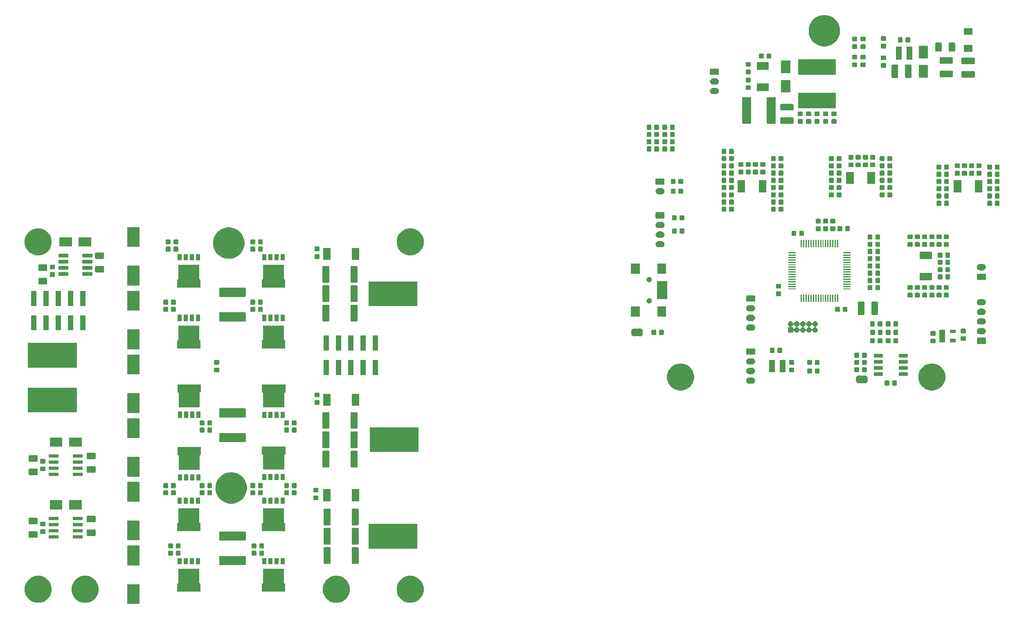
<source format=gts>
G04 #@! TF.GenerationSoftware,KiCad,Pcbnew,(5.1.4)-1*
G04 #@! TF.CreationDate,2019-11-19T11:57:25+01:00*
G04 #@! TF.ProjectId,hardware_4850,68617264-7761-4726-955f-343835302e6b,rev?*
G04 #@! TF.SameCoordinates,Original*
G04 #@! TF.FileFunction,Soldermask,Top*
G04 #@! TF.FilePolarity,Negative*
%FSLAX46Y46*%
G04 Gerber Fmt 4.6, Leading zero omitted, Abs format (unit mm)*
G04 Created by KiCad (PCBNEW (5.1.4)-1) date 2019-11-19 11:57:25*
%MOMM*%
%LPD*%
G04 APERTURE LIST*
%ADD10C,0.100000*%
G04 APERTURE END LIST*
D10*
G36*
X81171934Y-177452671D02*
G01*
X81201877Y-177461754D01*
X81229465Y-177476500D01*
X81253651Y-177496349D01*
X81273500Y-177520535D01*
X81288246Y-177548123D01*
X81297329Y-177578066D01*
X81301000Y-177615340D01*
X81301000Y-181384660D01*
X81297329Y-181421934D01*
X81288246Y-181451877D01*
X81273500Y-181479465D01*
X81253651Y-181503651D01*
X81229465Y-181523500D01*
X81201877Y-181538246D01*
X81171934Y-181547329D01*
X81134660Y-181551000D01*
X78865340Y-181551000D01*
X78828066Y-181547329D01*
X78798123Y-181538246D01*
X78770535Y-181523500D01*
X78746349Y-181503651D01*
X78726500Y-181479465D01*
X78711754Y-181451877D01*
X78702671Y-181421934D01*
X78699000Y-181384660D01*
X78699000Y-177615340D01*
X78702671Y-177578066D01*
X78711754Y-177548123D01*
X78726500Y-177520535D01*
X78746349Y-177496349D01*
X78770535Y-177476500D01*
X78798123Y-177461754D01*
X78828066Y-177452671D01*
X78865340Y-177449000D01*
X81134660Y-177449000D01*
X81171934Y-177452671D01*
X81171934Y-177452671D01*
G37*
G36*
X138117021Y-175806640D02*
G01*
X138626769Y-176017785D01*
X138626771Y-176017786D01*
X139085534Y-176324321D01*
X139475679Y-176714466D01*
X139776716Y-177165001D01*
X139782215Y-177173231D01*
X139993360Y-177682979D01*
X140101000Y-178224124D01*
X140101000Y-178775876D01*
X139993360Y-179317021D01*
X139782215Y-179826769D01*
X139782214Y-179826771D01*
X139475679Y-180285534D01*
X139085534Y-180675679D01*
X138626771Y-180982214D01*
X138626770Y-180982215D01*
X138626769Y-180982215D01*
X138117021Y-181193360D01*
X137575876Y-181301000D01*
X137024124Y-181301000D01*
X136482979Y-181193360D01*
X135973231Y-180982215D01*
X135973230Y-180982215D01*
X135973229Y-180982214D01*
X135514466Y-180675679D01*
X135124321Y-180285534D01*
X134817786Y-179826771D01*
X134817785Y-179826769D01*
X134606640Y-179317021D01*
X134499000Y-178775876D01*
X134499000Y-178224124D01*
X134606640Y-177682979D01*
X134817785Y-177173231D01*
X134823284Y-177165001D01*
X135124321Y-176714466D01*
X135514466Y-176324321D01*
X135973229Y-176017786D01*
X135973231Y-176017785D01*
X136482979Y-175806640D01*
X137024124Y-175699000D01*
X137575876Y-175699000D01*
X138117021Y-175806640D01*
X138117021Y-175806640D01*
G37*
G36*
X61117021Y-175806640D02*
G01*
X61626769Y-176017785D01*
X61626771Y-176017786D01*
X62085534Y-176324321D01*
X62475679Y-176714466D01*
X62776716Y-177165001D01*
X62782215Y-177173231D01*
X62993360Y-177682979D01*
X63101000Y-178224124D01*
X63101000Y-178775876D01*
X62993360Y-179317021D01*
X62782215Y-179826769D01*
X62782214Y-179826771D01*
X62475679Y-180285534D01*
X62085534Y-180675679D01*
X61626771Y-180982214D01*
X61626770Y-180982215D01*
X61626769Y-180982215D01*
X61117021Y-181193360D01*
X60575876Y-181301000D01*
X60024124Y-181301000D01*
X59482979Y-181193360D01*
X58973231Y-180982215D01*
X58973230Y-180982215D01*
X58973229Y-180982214D01*
X58514466Y-180675679D01*
X58124321Y-180285534D01*
X57817786Y-179826771D01*
X57817785Y-179826769D01*
X57606640Y-179317021D01*
X57499000Y-178775876D01*
X57499000Y-178224124D01*
X57606640Y-177682979D01*
X57817785Y-177173231D01*
X57823284Y-177165001D01*
X58124321Y-176714466D01*
X58514466Y-176324321D01*
X58973229Y-176017786D01*
X58973231Y-176017785D01*
X59482979Y-175806640D01*
X60024124Y-175699000D01*
X60575876Y-175699000D01*
X61117021Y-175806640D01*
X61117021Y-175806640D01*
G37*
G36*
X122817021Y-175806640D02*
G01*
X123326769Y-176017785D01*
X123326771Y-176017786D01*
X123785534Y-176324321D01*
X124175679Y-176714466D01*
X124476716Y-177165001D01*
X124482215Y-177173231D01*
X124693360Y-177682979D01*
X124801000Y-178224124D01*
X124801000Y-178775876D01*
X124693360Y-179317021D01*
X124482215Y-179826769D01*
X124482214Y-179826771D01*
X124175679Y-180285534D01*
X123785534Y-180675679D01*
X123326771Y-180982214D01*
X123326770Y-180982215D01*
X123326769Y-180982215D01*
X122817021Y-181193360D01*
X122275876Y-181301000D01*
X121724124Y-181301000D01*
X121182979Y-181193360D01*
X120673231Y-180982215D01*
X120673230Y-180982215D01*
X120673229Y-180982214D01*
X120214466Y-180675679D01*
X119824321Y-180285534D01*
X119517786Y-179826771D01*
X119517785Y-179826769D01*
X119306640Y-179317021D01*
X119199000Y-178775876D01*
X119199000Y-178224124D01*
X119306640Y-177682979D01*
X119517785Y-177173231D01*
X119523284Y-177165001D01*
X119824321Y-176714466D01*
X120214466Y-176324321D01*
X120673229Y-176017786D01*
X120673231Y-176017785D01*
X121182979Y-175806640D01*
X121724124Y-175699000D01*
X122275876Y-175699000D01*
X122817021Y-175806640D01*
X122817021Y-175806640D01*
G37*
G36*
X70817021Y-175806640D02*
G01*
X71326769Y-176017785D01*
X71326771Y-176017786D01*
X71785534Y-176324321D01*
X72175679Y-176714466D01*
X72476716Y-177165001D01*
X72482215Y-177173231D01*
X72693360Y-177682979D01*
X72801000Y-178224124D01*
X72801000Y-178775876D01*
X72693360Y-179317021D01*
X72482215Y-179826769D01*
X72482214Y-179826771D01*
X72175679Y-180285534D01*
X71785534Y-180675679D01*
X71326771Y-180982214D01*
X71326770Y-180982215D01*
X71326769Y-180982215D01*
X70817021Y-181193360D01*
X70275876Y-181301000D01*
X69724124Y-181301000D01*
X69182979Y-181193360D01*
X68673231Y-180982215D01*
X68673230Y-180982215D01*
X68673229Y-180982214D01*
X68214466Y-180675679D01*
X67824321Y-180285534D01*
X67517786Y-179826771D01*
X67517785Y-179826769D01*
X67306640Y-179317021D01*
X67199000Y-178775876D01*
X67199000Y-178224124D01*
X67306640Y-177682979D01*
X67517785Y-177173231D01*
X67523284Y-177165001D01*
X67824321Y-176714466D01*
X68214466Y-176324321D01*
X68673229Y-176017786D01*
X68673231Y-176017785D01*
X69182979Y-175806640D01*
X69724124Y-175699000D01*
X70275876Y-175699000D01*
X70817021Y-175806640D01*
X70817021Y-175806640D01*
G37*
G36*
X93670000Y-177165001D02*
G01*
X93672402Y-177189387D01*
X93679515Y-177212836D01*
X93691066Y-177234447D01*
X93706611Y-177253389D01*
X93725553Y-177268934D01*
X93747164Y-177280485D01*
X93770613Y-177287598D01*
X93794999Y-177290000D01*
X93920000Y-177290000D01*
X93920000Y-178980000D01*
X89080000Y-178980000D01*
X89080000Y-177290000D01*
X89205001Y-177290000D01*
X89229387Y-177287598D01*
X89252836Y-177280485D01*
X89274447Y-177268934D01*
X89293389Y-177253389D01*
X89308934Y-177234447D01*
X89320485Y-177212836D01*
X89327598Y-177189387D01*
X89330000Y-177165001D01*
X89330000Y-174225000D01*
X93670000Y-174225000D01*
X93670000Y-177165001D01*
X93670000Y-177165001D01*
G37*
G36*
X111170000Y-177165001D02*
G01*
X111172402Y-177189387D01*
X111179515Y-177212836D01*
X111191066Y-177234447D01*
X111206611Y-177253389D01*
X111225553Y-177268934D01*
X111247164Y-177280485D01*
X111270613Y-177287598D01*
X111294999Y-177290000D01*
X111420000Y-177290000D01*
X111420000Y-178980000D01*
X106580000Y-178980000D01*
X106580000Y-177290000D01*
X106705001Y-177290000D01*
X106729387Y-177287598D01*
X106752836Y-177280485D01*
X106774447Y-177268934D01*
X106793389Y-177253389D01*
X106808934Y-177234447D01*
X106820485Y-177212836D01*
X106827598Y-177189387D01*
X106830000Y-177165001D01*
X106830000Y-174225000D01*
X111170000Y-174225000D01*
X111170000Y-177165001D01*
X111170000Y-177165001D01*
G37*
G36*
X81171934Y-169452671D02*
G01*
X81201877Y-169461754D01*
X81229465Y-169476500D01*
X81253651Y-169496349D01*
X81273500Y-169520535D01*
X81288246Y-169548123D01*
X81297329Y-169578066D01*
X81301000Y-169615340D01*
X81301000Y-173384660D01*
X81297329Y-173421934D01*
X81288246Y-173451877D01*
X81273500Y-173479465D01*
X81253651Y-173503651D01*
X81229465Y-173523500D01*
X81201877Y-173538246D01*
X81171934Y-173547329D01*
X81134660Y-173551000D01*
X78865340Y-173551000D01*
X78828066Y-173547329D01*
X78798123Y-173538246D01*
X78770535Y-173523500D01*
X78746349Y-173503651D01*
X78726500Y-173479465D01*
X78711754Y-173451877D01*
X78702671Y-173421934D01*
X78699000Y-173384660D01*
X78699000Y-169615340D01*
X78702671Y-169578066D01*
X78711754Y-169548123D01*
X78726500Y-169520535D01*
X78746349Y-169496349D01*
X78770535Y-169476500D01*
X78798123Y-169461754D01*
X78828066Y-169452671D01*
X78865340Y-169449000D01*
X81134660Y-169449000D01*
X81171934Y-169452671D01*
X81171934Y-169452671D01*
G37*
G36*
X103110915Y-171602934D02*
G01*
X103143424Y-171612795D01*
X103173382Y-171628809D01*
X103199641Y-171650359D01*
X103221191Y-171676618D01*
X103237205Y-171706576D01*
X103247066Y-171739085D01*
X103251000Y-171779029D01*
X103251000Y-173320971D01*
X103247066Y-173360915D01*
X103237205Y-173393424D01*
X103221191Y-173423382D01*
X103199641Y-173449641D01*
X103173382Y-173471191D01*
X103143424Y-173487205D01*
X103110915Y-173497066D01*
X103070971Y-173501000D01*
X97929029Y-173501000D01*
X97889085Y-173497066D01*
X97856576Y-173487205D01*
X97826618Y-173471191D01*
X97800359Y-173449641D01*
X97778809Y-173423382D01*
X97762795Y-173393424D01*
X97752934Y-173360915D01*
X97749000Y-173320971D01*
X97749000Y-171779029D01*
X97752934Y-171739085D01*
X97762795Y-171706576D01*
X97778809Y-171676618D01*
X97800359Y-171650359D01*
X97826618Y-171628809D01*
X97856576Y-171612795D01*
X97889085Y-171602934D01*
X97929029Y-171599000D01*
X103070971Y-171599000D01*
X103110915Y-171602934D01*
X103110915Y-171602934D01*
G37*
G36*
X93830000Y-173310000D02*
G01*
X92990000Y-173310000D01*
X92990000Y-172020000D01*
X93830000Y-172020000D01*
X93830000Y-173310000D01*
X93830000Y-173310000D01*
G37*
G36*
X107520000Y-173310000D02*
G01*
X106680000Y-173310000D01*
X106680000Y-172020000D01*
X107520000Y-172020000D01*
X107520000Y-173310000D01*
X107520000Y-173310000D01*
G37*
G36*
X108790000Y-173310000D02*
G01*
X107950000Y-173310000D01*
X107950000Y-172020000D01*
X108790000Y-172020000D01*
X108790000Y-173310000D01*
X108790000Y-173310000D01*
G37*
G36*
X92560000Y-173310000D02*
G01*
X91720000Y-173310000D01*
X91720000Y-172020000D01*
X92560000Y-172020000D01*
X92560000Y-173310000D01*
X92560000Y-173310000D01*
G37*
G36*
X111330000Y-173310000D02*
G01*
X110490000Y-173310000D01*
X110490000Y-172020000D01*
X111330000Y-172020000D01*
X111330000Y-173310000D01*
X111330000Y-173310000D01*
G37*
G36*
X91290000Y-173310000D02*
G01*
X90450000Y-173310000D01*
X90450000Y-172020000D01*
X91290000Y-172020000D01*
X91290000Y-173310000D01*
X91290000Y-173310000D01*
G37*
G36*
X110060000Y-173310000D02*
G01*
X109220000Y-173310000D01*
X109220000Y-172020000D01*
X110060000Y-172020000D01*
X110060000Y-173310000D01*
X110060000Y-173310000D01*
G37*
G36*
X90020000Y-173310000D02*
G01*
X89180000Y-173310000D01*
X89180000Y-172020000D01*
X90020000Y-172020000D01*
X90020000Y-173310000D01*
X90020000Y-173310000D01*
G37*
G36*
X126472798Y-169778247D02*
G01*
X126508367Y-169789037D01*
X126541139Y-169806554D01*
X126569869Y-169830131D01*
X126593446Y-169858861D01*
X126610963Y-169891633D01*
X126621753Y-169927202D01*
X126626000Y-169970325D01*
X126626000Y-173029675D01*
X126621753Y-173072798D01*
X126610963Y-173108367D01*
X126593446Y-173141139D01*
X126569869Y-173169869D01*
X126541139Y-173193446D01*
X126508367Y-173210963D01*
X126472798Y-173221753D01*
X126429675Y-173226000D01*
X125370325Y-173226000D01*
X125327202Y-173221753D01*
X125291633Y-173210963D01*
X125258861Y-173193446D01*
X125230131Y-173169869D01*
X125206554Y-173141139D01*
X125189037Y-173108367D01*
X125178247Y-173072798D01*
X125174000Y-173029675D01*
X125174000Y-169970325D01*
X125178247Y-169927202D01*
X125189037Y-169891633D01*
X125206554Y-169858861D01*
X125230131Y-169830131D01*
X125258861Y-169806554D01*
X125291633Y-169789037D01*
X125327202Y-169778247D01*
X125370325Y-169774000D01*
X126429675Y-169774000D01*
X126472798Y-169778247D01*
X126472798Y-169778247D01*
G37*
G36*
X120672798Y-169778247D02*
G01*
X120708367Y-169789037D01*
X120741139Y-169806554D01*
X120769869Y-169830131D01*
X120793446Y-169858861D01*
X120810963Y-169891633D01*
X120821753Y-169927202D01*
X120826000Y-169970325D01*
X120826000Y-173029675D01*
X120821753Y-173072798D01*
X120810963Y-173108367D01*
X120793446Y-173141139D01*
X120769869Y-173169869D01*
X120741139Y-173193446D01*
X120708367Y-173210963D01*
X120672798Y-173221753D01*
X120629675Y-173226000D01*
X119570325Y-173226000D01*
X119527202Y-173221753D01*
X119491633Y-173210963D01*
X119458861Y-173193446D01*
X119430131Y-173169869D01*
X119406554Y-173141139D01*
X119389037Y-173108367D01*
X119378247Y-173072798D01*
X119374000Y-173029675D01*
X119374000Y-169970325D01*
X119378247Y-169927202D01*
X119389037Y-169891633D01*
X119406554Y-169858861D01*
X119430131Y-169830131D01*
X119458861Y-169806554D01*
X119491633Y-169789037D01*
X119527202Y-169778247D01*
X119570325Y-169774000D01*
X120629675Y-169774000D01*
X120672798Y-169778247D01*
X120672798Y-169778247D01*
G37*
G36*
X105304591Y-170478085D02*
G01*
X105338569Y-170488393D01*
X105369890Y-170505134D01*
X105397339Y-170527661D01*
X105419866Y-170555110D01*
X105436607Y-170586431D01*
X105446915Y-170620409D01*
X105451000Y-170661890D01*
X105451000Y-171338110D01*
X105446915Y-171379591D01*
X105436607Y-171413569D01*
X105419866Y-171444890D01*
X105397339Y-171472339D01*
X105369890Y-171494866D01*
X105338569Y-171511607D01*
X105304591Y-171521915D01*
X105263110Y-171526000D01*
X104661890Y-171526000D01*
X104620409Y-171521915D01*
X104586431Y-171511607D01*
X104555110Y-171494866D01*
X104527661Y-171472339D01*
X104505134Y-171444890D01*
X104488393Y-171413569D01*
X104478085Y-171379591D01*
X104474000Y-171338110D01*
X104474000Y-170661890D01*
X104478085Y-170620409D01*
X104488393Y-170586431D01*
X104505134Y-170555110D01*
X104527661Y-170527661D01*
X104555110Y-170505134D01*
X104586431Y-170488393D01*
X104620409Y-170478085D01*
X104661890Y-170474000D01*
X105263110Y-170474000D01*
X105304591Y-170478085D01*
X105304591Y-170478085D01*
G37*
G36*
X106879591Y-170478085D02*
G01*
X106913569Y-170488393D01*
X106944890Y-170505134D01*
X106972339Y-170527661D01*
X106994866Y-170555110D01*
X107011607Y-170586431D01*
X107021915Y-170620409D01*
X107026000Y-170661890D01*
X107026000Y-171338110D01*
X107021915Y-171379591D01*
X107011607Y-171413569D01*
X106994866Y-171444890D01*
X106972339Y-171472339D01*
X106944890Y-171494866D01*
X106913569Y-171511607D01*
X106879591Y-171521915D01*
X106838110Y-171526000D01*
X106236890Y-171526000D01*
X106195409Y-171521915D01*
X106161431Y-171511607D01*
X106130110Y-171494866D01*
X106102661Y-171472339D01*
X106080134Y-171444890D01*
X106063393Y-171413569D01*
X106053085Y-171379591D01*
X106049000Y-171338110D01*
X106049000Y-170661890D01*
X106053085Y-170620409D01*
X106063393Y-170586431D01*
X106080134Y-170555110D01*
X106102661Y-170527661D01*
X106130110Y-170505134D01*
X106161431Y-170488393D01*
X106195409Y-170478085D01*
X106236890Y-170474000D01*
X106838110Y-170474000D01*
X106879591Y-170478085D01*
X106879591Y-170478085D01*
G37*
G36*
X88054591Y-170478085D02*
G01*
X88088569Y-170488393D01*
X88119890Y-170505134D01*
X88147339Y-170527661D01*
X88169866Y-170555110D01*
X88186607Y-170586431D01*
X88196915Y-170620409D01*
X88201000Y-170661890D01*
X88201000Y-171338110D01*
X88196915Y-171379591D01*
X88186607Y-171413569D01*
X88169866Y-171444890D01*
X88147339Y-171472339D01*
X88119890Y-171494866D01*
X88088569Y-171511607D01*
X88054591Y-171521915D01*
X88013110Y-171526000D01*
X87411890Y-171526000D01*
X87370409Y-171521915D01*
X87336431Y-171511607D01*
X87305110Y-171494866D01*
X87277661Y-171472339D01*
X87255134Y-171444890D01*
X87238393Y-171413569D01*
X87228085Y-171379591D01*
X87224000Y-171338110D01*
X87224000Y-170661890D01*
X87228085Y-170620409D01*
X87238393Y-170586431D01*
X87255134Y-170555110D01*
X87277661Y-170527661D01*
X87305110Y-170505134D01*
X87336431Y-170488393D01*
X87370409Y-170478085D01*
X87411890Y-170474000D01*
X88013110Y-170474000D01*
X88054591Y-170478085D01*
X88054591Y-170478085D01*
G37*
G36*
X89629591Y-170478085D02*
G01*
X89663569Y-170488393D01*
X89694890Y-170505134D01*
X89722339Y-170527661D01*
X89744866Y-170555110D01*
X89761607Y-170586431D01*
X89771915Y-170620409D01*
X89776000Y-170661890D01*
X89776000Y-171338110D01*
X89771915Y-171379591D01*
X89761607Y-171413569D01*
X89744866Y-171444890D01*
X89722339Y-171472339D01*
X89694890Y-171494866D01*
X89663569Y-171511607D01*
X89629591Y-171521915D01*
X89588110Y-171526000D01*
X88986890Y-171526000D01*
X88945409Y-171521915D01*
X88911431Y-171511607D01*
X88880110Y-171494866D01*
X88852661Y-171472339D01*
X88830134Y-171444890D01*
X88813393Y-171413569D01*
X88803085Y-171379591D01*
X88799000Y-171338110D01*
X88799000Y-170661890D01*
X88803085Y-170620409D01*
X88813393Y-170586431D01*
X88830134Y-170555110D01*
X88852661Y-170527661D01*
X88880110Y-170505134D01*
X88911431Y-170488393D01*
X88945409Y-170478085D01*
X88986890Y-170474000D01*
X89588110Y-170474000D01*
X89629591Y-170478085D01*
X89629591Y-170478085D01*
G37*
G36*
X138801000Y-170051000D02*
G01*
X128699000Y-170051000D01*
X128699000Y-164949000D01*
X138801000Y-164949000D01*
X138801000Y-170051000D01*
X138801000Y-170051000D01*
G37*
G36*
X89629591Y-168978085D02*
G01*
X89663569Y-168988393D01*
X89694890Y-169005134D01*
X89722339Y-169027661D01*
X89744866Y-169055110D01*
X89761607Y-169086431D01*
X89771915Y-169120409D01*
X89776000Y-169161890D01*
X89776000Y-169838110D01*
X89771915Y-169879591D01*
X89761607Y-169913569D01*
X89744866Y-169944890D01*
X89722339Y-169972339D01*
X89694890Y-169994866D01*
X89663569Y-170011607D01*
X89629591Y-170021915D01*
X89588110Y-170026000D01*
X88986890Y-170026000D01*
X88945409Y-170021915D01*
X88911431Y-170011607D01*
X88880110Y-169994866D01*
X88852661Y-169972339D01*
X88830134Y-169944890D01*
X88813393Y-169913569D01*
X88803085Y-169879591D01*
X88799000Y-169838110D01*
X88799000Y-169161890D01*
X88803085Y-169120409D01*
X88813393Y-169086431D01*
X88830134Y-169055110D01*
X88852661Y-169027661D01*
X88880110Y-169005134D01*
X88911431Y-168988393D01*
X88945409Y-168978085D01*
X88986890Y-168974000D01*
X89588110Y-168974000D01*
X89629591Y-168978085D01*
X89629591Y-168978085D01*
G37*
G36*
X106879591Y-168978085D02*
G01*
X106913569Y-168988393D01*
X106944890Y-169005134D01*
X106972339Y-169027661D01*
X106994866Y-169055110D01*
X107011607Y-169086431D01*
X107021915Y-169120409D01*
X107026000Y-169161890D01*
X107026000Y-169838110D01*
X107021915Y-169879591D01*
X107011607Y-169913569D01*
X106994866Y-169944890D01*
X106972339Y-169972339D01*
X106944890Y-169994866D01*
X106913569Y-170011607D01*
X106879591Y-170021915D01*
X106838110Y-170026000D01*
X106236890Y-170026000D01*
X106195409Y-170021915D01*
X106161431Y-170011607D01*
X106130110Y-169994866D01*
X106102661Y-169972339D01*
X106080134Y-169944890D01*
X106063393Y-169913569D01*
X106053085Y-169879591D01*
X106049000Y-169838110D01*
X106049000Y-169161890D01*
X106053085Y-169120409D01*
X106063393Y-169086431D01*
X106080134Y-169055110D01*
X106102661Y-169027661D01*
X106130110Y-169005134D01*
X106161431Y-168988393D01*
X106195409Y-168978085D01*
X106236890Y-168974000D01*
X106838110Y-168974000D01*
X106879591Y-168978085D01*
X106879591Y-168978085D01*
G37*
G36*
X88054591Y-168978085D02*
G01*
X88088569Y-168988393D01*
X88119890Y-169005134D01*
X88147339Y-169027661D01*
X88169866Y-169055110D01*
X88186607Y-169086431D01*
X88196915Y-169120409D01*
X88201000Y-169161890D01*
X88201000Y-169838110D01*
X88196915Y-169879591D01*
X88186607Y-169913569D01*
X88169866Y-169944890D01*
X88147339Y-169972339D01*
X88119890Y-169994866D01*
X88088569Y-170011607D01*
X88054591Y-170021915D01*
X88013110Y-170026000D01*
X87411890Y-170026000D01*
X87370409Y-170021915D01*
X87336431Y-170011607D01*
X87305110Y-169994866D01*
X87277661Y-169972339D01*
X87255134Y-169944890D01*
X87238393Y-169913569D01*
X87228085Y-169879591D01*
X87224000Y-169838110D01*
X87224000Y-169161890D01*
X87228085Y-169120409D01*
X87238393Y-169086431D01*
X87255134Y-169055110D01*
X87277661Y-169027661D01*
X87305110Y-169005134D01*
X87336431Y-168988393D01*
X87370409Y-168978085D01*
X87411890Y-168974000D01*
X88013110Y-168974000D01*
X88054591Y-168978085D01*
X88054591Y-168978085D01*
G37*
G36*
X105304591Y-168978085D02*
G01*
X105338569Y-168988393D01*
X105369890Y-169005134D01*
X105397339Y-169027661D01*
X105419866Y-169055110D01*
X105436607Y-169086431D01*
X105446915Y-169120409D01*
X105451000Y-169161890D01*
X105451000Y-169838110D01*
X105446915Y-169879591D01*
X105436607Y-169913569D01*
X105419866Y-169944890D01*
X105397339Y-169972339D01*
X105369890Y-169994866D01*
X105338569Y-170011607D01*
X105304591Y-170021915D01*
X105263110Y-170026000D01*
X104661890Y-170026000D01*
X104620409Y-170021915D01*
X104586431Y-170011607D01*
X104555110Y-169994866D01*
X104527661Y-169972339D01*
X104505134Y-169944890D01*
X104488393Y-169913569D01*
X104478085Y-169879591D01*
X104474000Y-169838110D01*
X104474000Y-169161890D01*
X104478085Y-169120409D01*
X104488393Y-169086431D01*
X104505134Y-169055110D01*
X104527661Y-169027661D01*
X104555110Y-169005134D01*
X104586431Y-168988393D01*
X104620409Y-168978085D01*
X104661890Y-168974000D01*
X105263110Y-168974000D01*
X105304591Y-168978085D01*
X105304591Y-168978085D01*
G37*
G36*
X126472798Y-165778247D02*
G01*
X126508367Y-165789037D01*
X126541139Y-165806554D01*
X126569869Y-165830131D01*
X126593446Y-165858861D01*
X126610963Y-165891633D01*
X126621753Y-165927202D01*
X126626000Y-165970325D01*
X126626000Y-169029675D01*
X126621753Y-169072798D01*
X126610963Y-169108367D01*
X126593446Y-169141139D01*
X126569869Y-169169869D01*
X126541139Y-169193446D01*
X126508367Y-169210963D01*
X126472798Y-169221753D01*
X126429675Y-169226000D01*
X125370325Y-169226000D01*
X125327202Y-169221753D01*
X125291633Y-169210963D01*
X125258861Y-169193446D01*
X125230131Y-169169869D01*
X125206554Y-169141139D01*
X125189037Y-169108367D01*
X125178247Y-169072798D01*
X125174000Y-169029675D01*
X125174000Y-165970325D01*
X125178247Y-165927202D01*
X125189037Y-165891633D01*
X125206554Y-165858861D01*
X125230131Y-165830131D01*
X125258861Y-165806554D01*
X125291633Y-165789037D01*
X125327202Y-165778247D01*
X125370325Y-165774000D01*
X126429675Y-165774000D01*
X126472798Y-165778247D01*
X126472798Y-165778247D01*
G37*
G36*
X120672798Y-165778247D02*
G01*
X120708367Y-165789037D01*
X120741139Y-165806554D01*
X120769869Y-165830131D01*
X120793446Y-165858861D01*
X120810963Y-165891633D01*
X120821753Y-165927202D01*
X120826000Y-165970325D01*
X120826000Y-169029675D01*
X120821753Y-169072798D01*
X120810963Y-169108367D01*
X120793446Y-169141139D01*
X120769869Y-169169869D01*
X120741139Y-169193446D01*
X120708367Y-169210963D01*
X120672798Y-169221753D01*
X120629675Y-169226000D01*
X119570325Y-169226000D01*
X119527202Y-169221753D01*
X119491633Y-169210963D01*
X119458861Y-169193446D01*
X119430131Y-169169869D01*
X119406554Y-169141139D01*
X119389037Y-169108367D01*
X119378247Y-169072798D01*
X119374000Y-169029675D01*
X119374000Y-165970325D01*
X119378247Y-165927202D01*
X119389037Y-165891633D01*
X119406554Y-165858861D01*
X119430131Y-165830131D01*
X119458861Y-165806554D01*
X119491633Y-165789037D01*
X119527202Y-165778247D01*
X119570325Y-165774000D01*
X120629675Y-165774000D01*
X120672798Y-165778247D01*
X120672798Y-165778247D01*
G37*
G36*
X103110915Y-166502934D02*
G01*
X103143424Y-166512795D01*
X103173382Y-166528809D01*
X103199641Y-166550359D01*
X103221191Y-166576618D01*
X103237205Y-166606576D01*
X103247066Y-166639085D01*
X103251000Y-166679029D01*
X103251000Y-168220971D01*
X103247066Y-168260915D01*
X103237205Y-168293424D01*
X103221191Y-168323382D01*
X103199641Y-168349641D01*
X103173382Y-168371191D01*
X103143424Y-168387205D01*
X103110915Y-168397066D01*
X103070971Y-168401000D01*
X97929029Y-168401000D01*
X97889085Y-168397066D01*
X97856576Y-168387205D01*
X97826618Y-168371191D01*
X97800359Y-168349641D01*
X97778809Y-168323382D01*
X97762795Y-168293424D01*
X97752934Y-168260915D01*
X97749000Y-168220971D01*
X97749000Y-166679029D01*
X97752934Y-166639085D01*
X97762795Y-166606576D01*
X97778809Y-166576618D01*
X97800359Y-166550359D01*
X97826618Y-166528809D01*
X97856576Y-166512795D01*
X97889085Y-166502934D01*
X97929029Y-166499000D01*
X103070971Y-166499000D01*
X103110915Y-166502934D01*
X103110915Y-166502934D01*
G37*
G36*
X81171934Y-164252671D02*
G01*
X81201877Y-164261754D01*
X81229465Y-164276500D01*
X81253651Y-164296349D01*
X81273500Y-164320535D01*
X81288246Y-164348123D01*
X81297329Y-164378066D01*
X81301000Y-164415340D01*
X81301000Y-168184660D01*
X81297329Y-168221934D01*
X81288246Y-168251877D01*
X81273500Y-168279465D01*
X81253651Y-168303651D01*
X81229465Y-168323500D01*
X81201877Y-168338246D01*
X81171934Y-168347329D01*
X81134660Y-168351000D01*
X78865340Y-168351000D01*
X78828066Y-168347329D01*
X78798123Y-168338246D01*
X78770535Y-168323500D01*
X78746349Y-168303651D01*
X78726500Y-168279465D01*
X78711754Y-168251877D01*
X78702671Y-168221934D01*
X78699000Y-168184660D01*
X78699000Y-164415340D01*
X78702671Y-164378066D01*
X78711754Y-164348123D01*
X78726500Y-164320535D01*
X78746349Y-164296349D01*
X78770535Y-164276500D01*
X78798123Y-164261754D01*
X78828066Y-164252671D01*
X78865340Y-164249000D01*
X81134660Y-164249000D01*
X81171934Y-164252671D01*
X81171934Y-164252671D01*
G37*
G36*
X64459928Y-167306764D02*
G01*
X64481009Y-167313160D01*
X64500445Y-167323548D01*
X64517476Y-167337524D01*
X64531452Y-167354555D01*
X64541840Y-167373991D01*
X64548236Y-167395072D01*
X64551000Y-167423140D01*
X64551000Y-167886860D01*
X64548236Y-167914928D01*
X64541840Y-167936009D01*
X64531452Y-167955445D01*
X64517476Y-167972476D01*
X64500445Y-167986452D01*
X64481009Y-167996840D01*
X64459928Y-168003236D01*
X64431860Y-168006000D01*
X62618140Y-168006000D01*
X62590072Y-168003236D01*
X62568991Y-167996840D01*
X62549555Y-167986452D01*
X62532524Y-167972476D01*
X62518548Y-167955445D01*
X62508160Y-167936009D01*
X62501764Y-167914928D01*
X62499000Y-167886860D01*
X62499000Y-167423140D01*
X62501764Y-167395072D01*
X62508160Y-167373991D01*
X62518548Y-167354555D01*
X62532524Y-167337524D01*
X62549555Y-167323548D01*
X62568991Y-167313160D01*
X62590072Y-167306764D01*
X62618140Y-167304000D01*
X64431860Y-167304000D01*
X64459928Y-167306764D01*
X64459928Y-167306764D01*
G37*
G36*
X69409928Y-167306764D02*
G01*
X69431009Y-167313160D01*
X69450445Y-167323548D01*
X69467476Y-167337524D01*
X69481452Y-167354555D01*
X69491840Y-167373991D01*
X69498236Y-167395072D01*
X69501000Y-167423140D01*
X69501000Y-167886860D01*
X69498236Y-167914928D01*
X69491840Y-167936009D01*
X69481452Y-167955445D01*
X69467476Y-167972476D01*
X69450445Y-167986452D01*
X69431009Y-167996840D01*
X69409928Y-168003236D01*
X69381860Y-168006000D01*
X67568140Y-168006000D01*
X67540072Y-168003236D01*
X67518991Y-167996840D01*
X67499555Y-167986452D01*
X67482524Y-167972476D01*
X67468548Y-167955445D01*
X67458160Y-167936009D01*
X67451764Y-167914928D01*
X67449000Y-167886860D01*
X67449000Y-167423140D01*
X67451764Y-167395072D01*
X67458160Y-167373991D01*
X67468548Y-167354555D01*
X67482524Y-167337524D01*
X67499555Y-167323548D01*
X67518991Y-167313160D01*
X67540072Y-167306764D01*
X67568140Y-167304000D01*
X69381860Y-167304000D01*
X69409928Y-167306764D01*
X69409928Y-167306764D01*
G37*
G36*
X60018604Y-166478347D02*
G01*
X60055144Y-166489432D01*
X60088821Y-166507433D01*
X60118341Y-166531659D01*
X60142567Y-166561179D01*
X60160568Y-166594856D01*
X60171653Y-166631396D01*
X60176000Y-166675538D01*
X60176000Y-167624462D01*
X60171653Y-167668604D01*
X60160568Y-167705144D01*
X60142567Y-167738821D01*
X60118341Y-167768341D01*
X60088821Y-167792567D01*
X60055144Y-167810568D01*
X60018604Y-167821653D01*
X59974462Y-167826000D01*
X58525538Y-167826000D01*
X58481396Y-167821653D01*
X58444856Y-167810568D01*
X58411179Y-167792567D01*
X58381659Y-167768341D01*
X58357433Y-167738821D01*
X58339432Y-167705144D01*
X58328347Y-167668604D01*
X58324000Y-167624462D01*
X58324000Y-166675538D01*
X58328347Y-166631396D01*
X58339432Y-166594856D01*
X58357433Y-166561179D01*
X58381659Y-166531659D01*
X58411179Y-166507433D01*
X58444856Y-166489432D01*
X58481396Y-166478347D01*
X58525538Y-166474000D01*
X59974462Y-166474000D01*
X60018604Y-166478347D01*
X60018604Y-166478347D01*
G37*
G36*
X72018604Y-166078347D02*
G01*
X72055144Y-166089432D01*
X72088821Y-166107433D01*
X72118341Y-166131659D01*
X72142567Y-166161179D01*
X72160568Y-166194856D01*
X72171653Y-166231396D01*
X72176000Y-166275538D01*
X72176000Y-167224462D01*
X72171653Y-167268604D01*
X72160568Y-167305144D01*
X72142567Y-167338821D01*
X72118341Y-167368341D01*
X72088821Y-167392567D01*
X72055144Y-167410568D01*
X72018604Y-167421653D01*
X71974462Y-167426000D01*
X70525538Y-167426000D01*
X70481396Y-167421653D01*
X70444856Y-167410568D01*
X70411179Y-167392567D01*
X70381659Y-167368341D01*
X70357433Y-167338821D01*
X70339432Y-167305144D01*
X70328347Y-167268604D01*
X70324000Y-167224462D01*
X70324000Y-166275538D01*
X70328347Y-166231396D01*
X70339432Y-166194856D01*
X70357433Y-166161179D01*
X70381659Y-166131659D01*
X70411179Y-166107433D01*
X70444856Y-166089432D01*
X70481396Y-166078347D01*
X70525538Y-166074000D01*
X71974462Y-166074000D01*
X72018604Y-166078347D01*
X72018604Y-166078347D01*
G37*
G36*
X61629591Y-166053085D02*
G01*
X61663569Y-166063393D01*
X61694890Y-166080134D01*
X61722339Y-166102661D01*
X61744866Y-166130110D01*
X61761607Y-166161431D01*
X61771915Y-166195409D01*
X61776000Y-166236890D01*
X61776000Y-166838110D01*
X61771915Y-166879591D01*
X61761607Y-166913569D01*
X61744866Y-166944890D01*
X61722339Y-166972339D01*
X61694890Y-166994866D01*
X61663569Y-167011607D01*
X61629591Y-167021915D01*
X61588110Y-167026000D01*
X60911890Y-167026000D01*
X60870409Y-167021915D01*
X60836431Y-167011607D01*
X60805110Y-166994866D01*
X60777661Y-166972339D01*
X60755134Y-166944890D01*
X60738393Y-166913569D01*
X60728085Y-166879591D01*
X60724000Y-166838110D01*
X60724000Y-166236890D01*
X60728085Y-166195409D01*
X60738393Y-166161431D01*
X60755134Y-166130110D01*
X60777661Y-166102661D01*
X60805110Y-166080134D01*
X60836431Y-166063393D01*
X60870409Y-166053085D01*
X60911890Y-166049000D01*
X61588110Y-166049000D01*
X61629591Y-166053085D01*
X61629591Y-166053085D01*
G37*
G36*
X64459928Y-166036764D02*
G01*
X64481009Y-166043160D01*
X64500445Y-166053548D01*
X64517476Y-166067524D01*
X64531452Y-166084555D01*
X64541840Y-166103991D01*
X64548236Y-166125072D01*
X64551000Y-166153140D01*
X64551000Y-166616860D01*
X64548236Y-166644928D01*
X64541840Y-166666009D01*
X64531452Y-166685445D01*
X64517476Y-166702476D01*
X64500445Y-166716452D01*
X64481009Y-166726840D01*
X64459928Y-166733236D01*
X64431860Y-166736000D01*
X62618140Y-166736000D01*
X62590072Y-166733236D01*
X62568991Y-166726840D01*
X62549555Y-166716452D01*
X62532524Y-166702476D01*
X62518548Y-166685445D01*
X62508160Y-166666009D01*
X62501764Y-166644928D01*
X62499000Y-166616860D01*
X62499000Y-166153140D01*
X62501764Y-166125072D01*
X62508160Y-166103991D01*
X62518548Y-166084555D01*
X62532524Y-166067524D01*
X62549555Y-166053548D01*
X62568991Y-166043160D01*
X62590072Y-166036764D01*
X62618140Y-166034000D01*
X64431860Y-166034000D01*
X64459928Y-166036764D01*
X64459928Y-166036764D01*
G37*
G36*
X69409928Y-166036764D02*
G01*
X69431009Y-166043160D01*
X69450445Y-166053548D01*
X69467476Y-166067524D01*
X69481452Y-166084555D01*
X69491840Y-166103991D01*
X69498236Y-166125072D01*
X69501000Y-166153140D01*
X69501000Y-166616860D01*
X69498236Y-166644928D01*
X69491840Y-166666009D01*
X69481452Y-166685445D01*
X69467476Y-166702476D01*
X69450445Y-166716452D01*
X69431009Y-166726840D01*
X69409928Y-166733236D01*
X69381860Y-166736000D01*
X67568140Y-166736000D01*
X67540072Y-166733236D01*
X67518991Y-166726840D01*
X67499555Y-166716452D01*
X67482524Y-166702476D01*
X67468548Y-166685445D01*
X67458160Y-166666009D01*
X67451764Y-166644928D01*
X67449000Y-166616860D01*
X67449000Y-166153140D01*
X67451764Y-166125072D01*
X67458160Y-166103991D01*
X67468548Y-166084555D01*
X67482524Y-166067524D01*
X67499555Y-166053548D01*
X67518991Y-166043160D01*
X67540072Y-166036764D01*
X67568140Y-166034000D01*
X69381860Y-166034000D01*
X69409928Y-166036764D01*
X69409928Y-166036764D01*
G37*
G36*
X93670000Y-164665001D02*
G01*
X93672402Y-164689387D01*
X93679515Y-164712836D01*
X93691066Y-164734447D01*
X93706611Y-164753389D01*
X93725553Y-164768934D01*
X93747164Y-164780485D01*
X93770613Y-164787598D01*
X93794999Y-164790000D01*
X93920000Y-164790000D01*
X93920000Y-166480000D01*
X89080000Y-166480000D01*
X89080000Y-164790000D01*
X89205001Y-164790000D01*
X89229387Y-164787598D01*
X89252836Y-164780485D01*
X89274447Y-164768934D01*
X89293389Y-164753389D01*
X89308934Y-164734447D01*
X89320485Y-164712836D01*
X89327598Y-164689387D01*
X89330000Y-164665001D01*
X89330000Y-161725000D01*
X93670000Y-161725000D01*
X93670000Y-164665001D01*
X93670000Y-164665001D01*
G37*
G36*
X111170000Y-164665001D02*
G01*
X111172402Y-164689387D01*
X111179515Y-164712836D01*
X111191066Y-164734447D01*
X111206611Y-164753389D01*
X111225553Y-164768934D01*
X111247164Y-164780485D01*
X111270613Y-164787598D01*
X111294999Y-164790000D01*
X111420000Y-164790000D01*
X111420000Y-166480000D01*
X106580000Y-166480000D01*
X106580000Y-164790000D01*
X106705001Y-164790000D01*
X106729387Y-164787598D01*
X106752836Y-164780485D01*
X106774447Y-164768934D01*
X106793389Y-164753389D01*
X106808934Y-164734447D01*
X106820485Y-164712836D01*
X106827598Y-164689387D01*
X106830000Y-164665001D01*
X106830000Y-161725000D01*
X111170000Y-161725000D01*
X111170000Y-164665001D01*
X111170000Y-164665001D01*
G37*
G36*
X69409928Y-164766764D02*
G01*
X69431009Y-164773160D01*
X69450445Y-164783548D01*
X69467476Y-164797524D01*
X69481452Y-164814555D01*
X69491840Y-164833991D01*
X69498236Y-164855072D01*
X69501000Y-164883140D01*
X69501000Y-165346860D01*
X69498236Y-165374928D01*
X69491840Y-165396009D01*
X69481452Y-165415445D01*
X69467476Y-165432476D01*
X69450445Y-165446452D01*
X69431009Y-165456840D01*
X69409928Y-165463236D01*
X69381860Y-165466000D01*
X67568140Y-165466000D01*
X67540072Y-165463236D01*
X67518991Y-165456840D01*
X67499555Y-165446452D01*
X67482524Y-165432476D01*
X67468548Y-165415445D01*
X67458160Y-165396009D01*
X67451764Y-165374928D01*
X67449000Y-165346860D01*
X67449000Y-164883140D01*
X67451764Y-164855072D01*
X67458160Y-164833991D01*
X67468548Y-164814555D01*
X67482524Y-164797524D01*
X67499555Y-164783548D01*
X67518991Y-164773160D01*
X67540072Y-164766764D01*
X67568140Y-164764000D01*
X69381860Y-164764000D01*
X69409928Y-164766764D01*
X69409928Y-164766764D01*
G37*
G36*
X64459928Y-164766764D02*
G01*
X64481009Y-164773160D01*
X64500445Y-164783548D01*
X64517476Y-164797524D01*
X64531452Y-164814555D01*
X64541840Y-164833991D01*
X64548236Y-164855072D01*
X64551000Y-164883140D01*
X64551000Y-165346860D01*
X64548236Y-165374928D01*
X64541840Y-165396009D01*
X64531452Y-165415445D01*
X64517476Y-165432476D01*
X64500445Y-165446452D01*
X64481009Y-165456840D01*
X64459928Y-165463236D01*
X64431860Y-165466000D01*
X62618140Y-165466000D01*
X62590072Y-165463236D01*
X62568991Y-165456840D01*
X62549555Y-165446452D01*
X62532524Y-165432476D01*
X62518548Y-165415445D01*
X62508160Y-165396009D01*
X62501764Y-165374928D01*
X62499000Y-165346860D01*
X62499000Y-164883140D01*
X62501764Y-164855072D01*
X62508160Y-164833991D01*
X62518548Y-164814555D01*
X62532524Y-164797524D01*
X62549555Y-164783548D01*
X62568991Y-164773160D01*
X62590072Y-164766764D01*
X62618140Y-164764000D01*
X64431860Y-164764000D01*
X64459928Y-164766764D01*
X64459928Y-164766764D01*
G37*
G36*
X61629591Y-164478085D02*
G01*
X61663569Y-164488393D01*
X61694890Y-164505134D01*
X61722339Y-164527661D01*
X61744866Y-164555110D01*
X61761607Y-164586431D01*
X61771915Y-164620409D01*
X61776000Y-164661890D01*
X61776000Y-165263110D01*
X61771915Y-165304591D01*
X61761607Y-165338569D01*
X61744866Y-165369890D01*
X61722339Y-165397339D01*
X61694890Y-165419866D01*
X61663569Y-165436607D01*
X61629591Y-165446915D01*
X61588110Y-165451000D01*
X60911890Y-165451000D01*
X60870409Y-165446915D01*
X60836431Y-165436607D01*
X60805110Y-165419866D01*
X60777661Y-165397339D01*
X60755134Y-165369890D01*
X60738393Y-165338569D01*
X60728085Y-165304591D01*
X60724000Y-165263110D01*
X60724000Y-164661890D01*
X60728085Y-164620409D01*
X60738393Y-164586431D01*
X60755134Y-164555110D01*
X60777661Y-164527661D01*
X60805110Y-164505134D01*
X60836431Y-164488393D01*
X60870409Y-164478085D01*
X60911890Y-164474000D01*
X61588110Y-164474000D01*
X61629591Y-164478085D01*
X61629591Y-164478085D01*
G37*
G36*
X126472798Y-161778247D02*
G01*
X126508367Y-161789037D01*
X126541139Y-161806554D01*
X126569869Y-161830131D01*
X126593446Y-161858861D01*
X126610963Y-161891633D01*
X126621753Y-161927202D01*
X126626000Y-161970325D01*
X126626000Y-165029675D01*
X126621753Y-165072798D01*
X126610963Y-165108367D01*
X126593446Y-165141139D01*
X126569869Y-165169869D01*
X126541139Y-165193446D01*
X126508367Y-165210963D01*
X126472798Y-165221753D01*
X126429675Y-165226000D01*
X125370325Y-165226000D01*
X125327202Y-165221753D01*
X125291633Y-165210963D01*
X125258861Y-165193446D01*
X125230131Y-165169869D01*
X125206554Y-165141139D01*
X125189037Y-165108367D01*
X125178247Y-165072798D01*
X125174000Y-165029675D01*
X125174000Y-161970325D01*
X125178247Y-161927202D01*
X125189037Y-161891633D01*
X125206554Y-161858861D01*
X125230131Y-161830131D01*
X125258861Y-161806554D01*
X125291633Y-161789037D01*
X125327202Y-161778247D01*
X125370325Y-161774000D01*
X126429675Y-161774000D01*
X126472798Y-161778247D01*
X126472798Y-161778247D01*
G37*
G36*
X120672798Y-161778247D02*
G01*
X120708367Y-161789037D01*
X120741139Y-161806554D01*
X120769869Y-161830131D01*
X120793446Y-161858861D01*
X120810963Y-161891633D01*
X120821753Y-161927202D01*
X120826000Y-161970325D01*
X120826000Y-165029675D01*
X120821753Y-165072798D01*
X120810963Y-165108367D01*
X120793446Y-165141139D01*
X120769869Y-165169869D01*
X120741139Y-165193446D01*
X120708367Y-165210963D01*
X120672798Y-165221753D01*
X120629675Y-165226000D01*
X119570325Y-165226000D01*
X119527202Y-165221753D01*
X119491633Y-165210963D01*
X119458861Y-165193446D01*
X119430131Y-165169869D01*
X119406554Y-165141139D01*
X119389037Y-165108367D01*
X119378247Y-165072798D01*
X119374000Y-165029675D01*
X119374000Y-161970325D01*
X119378247Y-161927202D01*
X119389037Y-161891633D01*
X119406554Y-161858861D01*
X119430131Y-161830131D01*
X119458861Y-161806554D01*
X119491633Y-161789037D01*
X119527202Y-161778247D01*
X119570325Y-161774000D01*
X120629675Y-161774000D01*
X120672798Y-161778247D01*
X120672798Y-161778247D01*
G37*
G36*
X60018604Y-163678347D02*
G01*
X60055144Y-163689432D01*
X60088821Y-163707433D01*
X60118341Y-163731659D01*
X60142567Y-163761179D01*
X60160568Y-163794856D01*
X60171653Y-163831396D01*
X60176000Y-163875538D01*
X60176000Y-164824462D01*
X60171653Y-164868604D01*
X60160568Y-164905144D01*
X60142567Y-164938821D01*
X60118341Y-164968341D01*
X60088821Y-164992567D01*
X60055144Y-165010568D01*
X60018604Y-165021653D01*
X59974462Y-165026000D01*
X58525538Y-165026000D01*
X58481396Y-165021653D01*
X58444856Y-165010568D01*
X58411179Y-164992567D01*
X58381659Y-164968341D01*
X58357433Y-164938821D01*
X58339432Y-164905144D01*
X58328347Y-164868604D01*
X58324000Y-164824462D01*
X58324000Y-163875538D01*
X58328347Y-163831396D01*
X58339432Y-163794856D01*
X58357433Y-163761179D01*
X58381659Y-163731659D01*
X58411179Y-163707433D01*
X58444856Y-163689432D01*
X58481396Y-163678347D01*
X58525538Y-163674000D01*
X59974462Y-163674000D01*
X60018604Y-163678347D01*
X60018604Y-163678347D01*
G37*
G36*
X72018604Y-163278347D02*
G01*
X72055144Y-163289432D01*
X72088821Y-163307433D01*
X72118341Y-163331659D01*
X72142567Y-163361179D01*
X72160568Y-163394856D01*
X72171653Y-163431396D01*
X72176000Y-163475538D01*
X72176000Y-164424462D01*
X72171653Y-164468604D01*
X72160568Y-164505144D01*
X72142567Y-164538821D01*
X72118341Y-164568341D01*
X72088821Y-164592567D01*
X72055144Y-164610568D01*
X72018604Y-164621653D01*
X71974462Y-164626000D01*
X70525538Y-164626000D01*
X70481396Y-164621653D01*
X70444856Y-164610568D01*
X70411179Y-164592567D01*
X70381659Y-164568341D01*
X70357433Y-164538821D01*
X70339432Y-164505144D01*
X70328347Y-164468604D01*
X70324000Y-164424462D01*
X70324000Y-163475538D01*
X70328347Y-163431396D01*
X70339432Y-163394856D01*
X70357433Y-163361179D01*
X70381659Y-163331659D01*
X70411179Y-163307433D01*
X70444856Y-163289432D01*
X70481396Y-163278347D01*
X70525538Y-163274000D01*
X71974462Y-163274000D01*
X72018604Y-163278347D01*
X72018604Y-163278347D01*
G37*
G36*
X69409928Y-163496764D02*
G01*
X69431009Y-163503160D01*
X69450445Y-163513548D01*
X69467476Y-163527524D01*
X69481452Y-163544555D01*
X69491840Y-163563991D01*
X69498236Y-163585072D01*
X69501000Y-163613140D01*
X69501000Y-164076860D01*
X69498236Y-164104928D01*
X69491840Y-164126009D01*
X69481452Y-164145445D01*
X69467476Y-164162476D01*
X69450445Y-164176452D01*
X69431009Y-164186840D01*
X69409928Y-164193236D01*
X69381860Y-164196000D01*
X67568140Y-164196000D01*
X67540072Y-164193236D01*
X67518991Y-164186840D01*
X67499555Y-164176452D01*
X67482524Y-164162476D01*
X67468548Y-164145445D01*
X67458160Y-164126009D01*
X67451764Y-164104928D01*
X67449000Y-164076860D01*
X67449000Y-163613140D01*
X67451764Y-163585072D01*
X67458160Y-163563991D01*
X67468548Y-163544555D01*
X67482524Y-163527524D01*
X67499555Y-163513548D01*
X67518991Y-163503160D01*
X67540072Y-163496764D01*
X67568140Y-163494000D01*
X69381860Y-163494000D01*
X69409928Y-163496764D01*
X69409928Y-163496764D01*
G37*
G36*
X64459928Y-163496764D02*
G01*
X64481009Y-163503160D01*
X64500445Y-163513548D01*
X64517476Y-163527524D01*
X64531452Y-163544555D01*
X64541840Y-163563991D01*
X64548236Y-163585072D01*
X64551000Y-163613140D01*
X64551000Y-164076860D01*
X64548236Y-164104928D01*
X64541840Y-164126009D01*
X64531452Y-164145445D01*
X64517476Y-164162476D01*
X64500445Y-164176452D01*
X64481009Y-164186840D01*
X64459928Y-164193236D01*
X64431860Y-164196000D01*
X62618140Y-164196000D01*
X62590072Y-164193236D01*
X62568991Y-164186840D01*
X62549555Y-164176452D01*
X62532524Y-164162476D01*
X62518548Y-164145445D01*
X62508160Y-164126009D01*
X62501764Y-164104928D01*
X62499000Y-164076860D01*
X62499000Y-163613140D01*
X62501764Y-163585072D01*
X62508160Y-163563991D01*
X62518548Y-163544555D01*
X62532524Y-163527524D01*
X62549555Y-163513548D01*
X62568991Y-163503160D01*
X62590072Y-163496764D01*
X62618140Y-163494000D01*
X64431860Y-163494000D01*
X64459928Y-163496764D01*
X64459928Y-163496764D01*
G37*
G36*
X65301000Y-161951000D02*
G01*
X62699000Y-161951000D01*
X62699000Y-160049000D01*
X65301000Y-160049000D01*
X65301000Y-161951000D01*
X65301000Y-161951000D01*
G37*
G36*
X69301000Y-161951000D02*
G01*
X66699000Y-161951000D01*
X66699000Y-160049000D01*
X69301000Y-160049000D01*
X69301000Y-161951000D01*
X69301000Y-161951000D01*
G37*
G36*
X110060000Y-160810000D02*
G01*
X109220000Y-160810000D01*
X109220000Y-159520000D01*
X110060000Y-159520000D01*
X110060000Y-160810000D01*
X110060000Y-160810000D01*
G37*
G36*
X111330000Y-160810000D02*
G01*
X110490000Y-160810000D01*
X110490000Y-159520000D01*
X111330000Y-159520000D01*
X111330000Y-160810000D01*
X111330000Y-160810000D01*
G37*
G36*
X90020000Y-160810000D02*
G01*
X89180000Y-160810000D01*
X89180000Y-159520000D01*
X90020000Y-159520000D01*
X90020000Y-160810000D01*
X90020000Y-160810000D01*
G37*
G36*
X108790000Y-160810000D02*
G01*
X107950000Y-160810000D01*
X107950000Y-159520000D01*
X108790000Y-159520000D01*
X108790000Y-160810000D01*
X108790000Y-160810000D01*
G37*
G36*
X107520000Y-160810000D02*
G01*
X106680000Y-160810000D01*
X106680000Y-159520000D01*
X107520000Y-159520000D01*
X107520000Y-160810000D01*
X107520000Y-160810000D01*
G37*
G36*
X91290000Y-160810000D02*
G01*
X90450000Y-160810000D01*
X90450000Y-159520000D01*
X91290000Y-159520000D01*
X91290000Y-160810000D01*
X91290000Y-160810000D01*
G37*
G36*
X92560000Y-160810000D02*
G01*
X91720000Y-160810000D01*
X91720000Y-159520000D01*
X92560000Y-159520000D01*
X92560000Y-160810000D01*
X92560000Y-160810000D01*
G37*
G36*
X93830000Y-160810000D02*
G01*
X92990000Y-160810000D01*
X92990000Y-159520000D01*
X93830000Y-159520000D01*
X93830000Y-160810000D01*
X93830000Y-160810000D01*
G37*
G36*
X100846700Y-154304000D02*
G01*
X101198282Y-154373934D01*
X101789926Y-154619001D01*
X102099721Y-154826000D01*
X102293450Y-154955445D01*
X102322392Y-154974784D01*
X102775216Y-155427608D01*
X103130999Y-155960074D01*
X103376066Y-156551718D01*
X103399713Y-156670599D01*
X103501000Y-157179803D01*
X103501000Y-157820197D01*
X103459733Y-158027661D01*
X103376066Y-158448282D01*
X103130999Y-159039926D01*
X102775216Y-159572392D01*
X102322392Y-160025216D01*
X101789926Y-160380999D01*
X101198282Y-160626066D01*
X100884239Y-160688533D01*
X100570197Y-160751000D01*
X99929803Y-160751000D01*
X99615761Y-160688533D01*
X99301718Y-160626066D01*
X98710074Y-160380999D01*
X98177608Y-160025216D01*
X97724784Y-159572392D01*
X97369001Y-159039926D01*
X97123934Y-158448282D01*
X97040267Y-158027661D01*
X96999000Y-157820197D01*
X96999000Y-157179803D01*
X97100287Y-156670599D01*
X97123934Y-156551718D01*
X97369001Y-155960074D01*
X97724784Y-155427608D01*
X98177608Y-154974784D01*
X98206551Y-154955445D01*
X98400279Y-154826000D01*
X98710074Y-154619001D01*
X99301718Y-154373934D01*
X99653300Y-154304000D01*
X99929803Y-154249000D01*
X100570197Y-154249000D01*
X100846700Y-154304000D01*
X100846700Y-154304000D01*
G37*
G36*
X81171934Y-156252671D02*
G01*
X81201877Y-156261754D01*
X81229465Y-156276500D01*
X81253651Y-156296349D01*
X81273500Y-156320535D01*
X81288246Y-156348123D01*
X81297329Y-156378066D01*
X81301000Y-156415340D01*
X81301000Y-160184660D01*
X81297329Y-160221934D01*
X81288246Y-160251877D01*
X81273500Y-160279465D01*
X81253651Y-160303651D01*
X81229465Y-160323500D01*
X81201877Y-160338246D01*
X81171934Y-160347329D01*
X81134660Y-160351000D01*
X78865340Y-160351000D01*
X78828066Y-160347329D01*
X78798123Y-160338246D01*
X78770535Y-160323500D01*
X78746349Y-160303651D01*
X78726500Y-160279465D01*
X78711754Y-160251877D01*
X78702671Y-160221934D01*
X78699000Y-160184660D01*
X78699000Y-156415340D01*
X78702671Y-156378066D01*
X78711754Y-156348123D01*
X78726500Y-156320535D01*
X78746349Y-156296349D01*
X78770535Y-156276500D01*
X78798123Y-156261754D01*
X78828066Y-156252671D01*
X78865340Y-156249000D01*
X81134660Y-156249000D01*
X81171934Y-156252671D01*
X81171934Y-156252671D01*
G37*
G36*
X120826000Y-160251000D02*
G01*
X119274000Y-160251000D01*
X119274000Y-157749000D01*
X120826000Y-157749000D01*
X120826000Y-160251000D01*
X120826000Y-160251000D01*
G37*
G36*
X126726000Y-160251000D02*
G01*
X125174000Y-160251000D01*
X125174000Y-157749000D01*
X126726000Y-157749000D01*
X126726000Y-160251000D01*
X126726000Y-160251000D01*
G37*
G36*
X118129591Y-159053085D02*
G01*
X118163569Y-159063393D01*
X118194890Y-159080134D01*
X118222339Y-159102661D01*
X118244866Y-159130110D01*
X118261607Y-159161431D01*
X118271915Y-159195409D01*
X118276000Y-159236890D01*
X118276000Y-159838110D01*
X118271915Y-159879591D01*
X118261607Y-159913569D01*
X118244866Y-159944890D01*
X118222339Y-159972339D01*
X118194890Y-159994866D01*
X118163569Y-160011607D01*
X118129591Y-160021915D01*
X118088110Y-160026000D01*
X117411890Y-160026000D01*
X117370409Y-160021915D01*
X117336431Y-160011607D01*
X117305110Y-159994866D01*
X117277661Y-159972339D01*
X117255134Y-159944890D01*
X117238393Y-159913569D01*
X117228085Y-159879591D01*
X117224000Y-159838110D01*
X117224000Y-159236890D01*
X117228085Y-159195409D01*
X117238393Y-159161431D01*
X117255134Y-159130110D01*
X117277661Y-159102661D01*
X117305110Y-159080134D01*
X117336431Y-159063393D01*
X117370409Y-159053085D01*
X117411890Y-159049000D01*
X118088110Y-159049000D01*
X118129591Y-159053085D01*
X118129591Y-159053085D01*
G37*
G36*
X88629591Y-157978085D02*
G01*
X88663569Y-157988393D01*
X88694890Y-158005134D01*
X88722339Y-158027661D01*
X88744866Y-158055110D01*
X88761607Y-158086431D01*
X88771915Y-158120409D01*
X88776000Y-158161890D01*
X88776000Y-158838110D01*
X88771915Y-158879591D01*
X88761607Y-158913569D01*
X88744866Y-158944890D01*
X88722339Y-158972339D01*
X88694890Y-158994866D01*
X88663569Y-159011607D01*
X88629591Y-159021915D01*
X88588110Y-159026000D01*
X87986890Y-159026000D01*
X87945409Y-159021915D01*
X87911431Y-159011607D01*
X87880110Y-158994866D01*
X87852661Y-158972339D01*
X87830134Y-158944890D01*
X87813393Y-158913569D01*
X87803085Y-158879591D01*
X87799000Y-158838110D01*
X87799000Y-158161890D01*
X87803085Y-158120409D01*
X87813393Y-158086431D01*
X87830134Y-158055110D01*
X87852661Y-158027661D01*
X87880110Y-158005134D01*
X87911431Y-157988393D01*
X87945409Y-157978085D01*
X87986890Y-157974000D01*
X88588110Y-157974000D01*
X88629591Y-157978085D01*
X88629591Y-157978085D01*
G37*
G36*
X106629591Y-157978085D02*
G01*
X106663569Y-157988393D01*
X106694890Y-158005134D01*
X106722339Y-158027661D01*
X106744866Y-158055110D01*
X106761607Y-158086431D01*
X106771915Y-158120409D01*
X106776000Y-158161890D01*
X106776000Y-158838110D01*
X106771915Y-158879591D01*
X106761607Y-158913569D01*
X106744866Y-158944890D01*
X106722339Y-158972339D01*
X106694890Y-158994866D01*
X106663569Y-159011607D01*
X106629591Y-159021915D01*
X106588110Y-159026000D01*
X105986890Y-159026000D01*
X105945409Y-159021915D01*
X105911431Y-159011607D01*
X105880110Y-158994866D01*
X105852661Y-158972339D01*
X105830134Y-158944890D01*
X105813393Y-158913569D01*
X105803085Y-158879591D01*
X105799000Y-158838110D01*
X105799000Y-158161890D01*
X105803085Y-158120409D01*
X105813393Y-158086431D01*
X105830134Y-158055110D01*
X105852661Y-158027661D01*
X105880110Y-158005134D01*
X105911431Y-157988393D01*
X105945409Y-157978085D01*
X105986890Y-157974000D01*
X106588110Y-157974000D01*
X106629591Y-157978085D01*
X106629591Y-157978085D01*
G37*
G36*
X113629591Y-157978085D02*
G01*
X113663569Y-157988393D01*
X113694890Y-158005134D01*
X113722339Y-158027661D01*
X113744866Y-158055110D01*
X113761607Y-158086431D01*
X113771915Y-158120409D01*
X113776000Y-158161890D01*
X113776000Y-158838110D01*
X113771915Y-158879591D01*
X113761607Y-158913569D01*
X113744866Y-158944890D01*
X113722339Y-158972339D01*
X113694890Y-158994866D01*
X113663569Y-159011607D01*
X113629591Y-159021915D01*
X113588110Y-159026000D01*
X112986890Y-159026000D01*
X112945409Y-159021915D01*
X112911431Y-159011607D01*
X112880110Y-158994866D01*
X112852661Y-158972339D01*
X112830134Y-158944890D01*
X112813393Y-158913569D01*
X112803085Y-158879591D01*
X112799000Y-158838110D01*
X112799000Y-158161890D01*
X112803085Y-158120409D01*
X112813393Y-158086431D01*
X112830134Y-158055110D01*
X112852661Y-158027661D01*
X112880110Y-158005134D01*
X112911431Y-157988393D01*
X112945409Y-157978085D01*
X112986890Y-157974000D01*
X113588110Y-157974000D01*
X113629591Y-157978085D01*
X113629591Y-157978085D01*
G37*
G36*
X112054591Y-157978085D02*
G01*
X112088569Y-157988393D01*
X112119890Y-158005134D01*
X112147339Y-158027661D01*
X112169866Y-158055110D01*
X112186607Y-158086431D01*
X112196915Y-158120409D01*
X112201000Y-158161890D01*
X112201000Y-158838110D01*
X112196915Y-158879591D01*
X112186607Y-158913569D01*
X112169866Y-158944890D01*
X112147339Y-158972339D01*
X112119890Y-158994866D01*
X112088569Y-159011607D01*
X112054591Y-159021915D01*
X112013110Y-159026000D01*
X111411890Y-159026000D01*
X111370409Y-159021915D01*
X111336431Y-159011607D01*
X111305110Y-158994866D01*
X111277661Y-158972339D01*
X111255134Y-158944890D01*
X111238393Y-158913569D01*
X111228085Y-158879591D01*
X111224000Y-158838110D01*
X111224000Y-158161890D01*
X111228085Y-158120409D01*
X111238393Y-158086431D01*
X111255134Y-158055110D01*
X111277661Y-158027661D01*
X111305110Y-158005134D01*
X111336431Y-157988393D01*
X111370409Y-157978085D01*
X111411890Y-157974000D01*
X112013110Y-157974000D01*
X112054591Y-157978085D01*
X112054591Y-157978085D01*
G37*
G36*
X94554591Y-157978085D02*
G01*
X94588569Y-157988393D01*
X94619890Y-158005134D01*
X94647339Y-158027661D01*
X94669866Y-158055110D01*
X94686607Y-158086431D01*
X94696915Y-158120409D01*
X94701000Y-158161890D01*
X94701000Y-158838110D01*
X94696915Y-158879591D01*
X94686607Y-158913569D01*
X94669866Y-158944890D01*
X94647339Y-158972339D01*
X94619890Y-158994866D01*
X94588569Y-159011607D01*
X94554591Y-159021915D01*
X94513110Y-159026000D01*
X93911890Y-159026000D01*
X93870409Y-159021915D01*
X93836431Y-159011607D01*
X93805110Y-158994866D01*
X93777661Y-158972339D01*
X93755134Y-158944890D01*
X93738393Y-158913569D01*
X93728085Y-158879591D01*
X93724000Y-158838110D01*
X93724000Y-158161890D01*
X93728085Y-158120409D01*
X93738393Y-158086431D01*
X93755134Y-158055110D01*
X93777661Y-158027661D01*
X93805110Y-158005134D01*
X93836431Y-157988393D01*
X93870409Y-157978085D01*
X93911890Y-157974000D01*
X94513110Y-157974000D01*
X94554591Y-157978085D01*
X94554591Y-157978085D01*
G37*
G36*
X87054591Y-157978085D02*
G01*
X87088569Y-157988393D01*
X87119890Y-158005134D01*
X87147339Y-158027661D01*
X87169866Y-158055110D01*
X87186607Y-158086431D01*
X87196915Y-158120409D01*
X87201000Y-158161890D01*
X87201000Y-158838110D01*
X87196915Y-158879591D01*
X87186607Y-158913569D01*
X87169866Y-158944890D01*
X87147339Y-158972339D01*
X87119890Y-158994866D01*
X87088569Y-159011607D01*
X87054591Y-159021915D01*
X87013110Y-159026000D01*
X86411890Y-159026000D01*
X86370409Y-159021915D01*
X86336431Y-159011607D01*
X86305110Y-158994866D01*
X86277661Y-158972339D01*
X86255134Y-158944890D01*
X86238393Y-158913569D01*
X86228085Y-158879591D01*
X86224000Y-158838110D01*
X86224000Y-158161890D01*
X86228085Y-158120409D01*
X86238393Y-158086431D01*
X86255134Y-158055110D01*
X86277661Y-158027661D01*
X86305110Y-158005134D01*
X86336431Y-157988393D01*
X86370409Y-157978085D01*
X86411890Y-157974000D01*
X87013110Y-157974000D01*
X87054591Y-157978085D01*
X87054591Y-157978085D01*
G37*
G36*
X105054591Y-157978085D02*
G01*
X105088569Y-157988393D01*
X105119890Y-158005134D01*
X105147339Y-158027661D01*
X105169866Y-158055110D01*
X105186607Y-158086431D01*
X105196915Y-158120409D01*
X105201000Y-158161890D01*
X105201000Y-158838110D01*
X105196915Y-158879591D01*
X105186607Y-158913569D01*
X105169866Y-158944890D01*
X105147339Y-158972339D01*
X105119890Y-158994866D01*
X105088569Y-159011607D01*
X105054591Y-159021915D01*
X105013110Y-159026000D01*
X104411890Y-159026000D01*
X104370409Y-159021915D01*
X104336431Y-159011607D01*
X104305110Y-158994866D01*
X104277661Y-158972339D01*
X104255134Y-158944890D01*
X104238393Y-158913569D01*
X104228085Y-158879591D01*
X104224000Y-158838110D01*
X104224000Y-158161890D01*
X104228085Y-158120409D01*
X104238393Y-158086431D01*
X104255134Y-158055110D01*
X104277661Y-158027661D01*
X104305110Y-158005134D01*
X104336431Y-157988393D01*
X104370409Y-157978085D01*
X104411890Y-157974000D01*
X105013110Y-157974000D01*
X105054591Y-157978085D01*
X105054591Y-157978085D01*
G37*
G36*
X96129591Y-157978085D02*
G01*
X96163569Y-157988393D01*
X96194890Y-158005134D01*
X96222339Y-158027661D01*
X96244866Y-158055110D01*
X96261607Y-158086431D01*
X96271915Y-158120409D01*
X96276000Y-158161890D01*
X96276000Y-158838110D01*
X96271915Y-158879591D01*
X96261607Y-158913569D01*
X96244866Y-158944890D01*
X96222339Y-158972339D01*
X96194890Y-158994866D01*
X96163569Y-159011607D01*
X96129591Y-159021915D01*
X96088110Y-159026000D01*
X95486890Y-159026000D01*
X95445409Y-159021915D01*
X95411431Y-159011607D01*
X95380110Y-158994866D01*
X95352661Y-158972339D01*
X95330134Y-158944890D01*
X95313393Y-158913569D01*
X95303085Y-158879591D01*
X95299000Y-158838110D01*
X95299000Y-158161890D01*
X95303085Y-158120409D01*
X95313393Y-158086431D01*
X95330134Y-158055110D01*
X95352661Y-158027661D01*
X95380110Y-158005134D01*
X95411431Y-157988393D01*
X95445409Y-157978085D01*
X95486890Y-157974000D01*
X96088110Y-157974000D01*
X96129591Y-157978085D01*
X96129591Y-157978085D01*
G37*
G36*
X118129591Y-157478085D02*
G01*
X118163569Y-157488393D01*
X118194890Y-157505134D01*
X118222339Y-157527661D01*
X118244866Y-157555110D01*
X118261607Y-157586431D01*
X118271915Y-157620409D01*
X118276000Y-157661890D01*
X118276000Y-158263110D01*
X118271915Y-158304591D01*
X118261607Y-158338569D01*
X118244866Y-158369890D01*
X118222339Y-158397339D01*
X118194890Y-158419866D01*
X118163569Y-158436607D01*
X118129591Y-158446915D01*
X118088110Y-158451000D01*
X117411890Y-158451000D01*
X117370409Y-158446915D01*
X117336431Y-158436607D01*
X117305110Y-158419866D01*
X117277661Y-158397339D01*
X117255134Y-158369890D01*
X117238393Y-158338569D01*
X117228085Y-158304591D01*
X117224000Y-158263110D01*
X117224000Y-157661890D01*
X117228085Y-157620409D01*
X117238393Y-157586431D01*
X117255134Y-157555110D01*
X117277661Y-157527661D01*
X117305110Y-157505134D01*
X117336431Y-157488393D01*
X117370409Y-157478085D01*
X117411890Y-157474000D01*
X118088110Y-157474000D01*
X118129591Y-157478085D01*
X118129591Y-157478085D01*
G37*
G36*
X105054591Y-156478085D02*
G01*
X105088569Y-156488393D01*
X105119890Y-156505134D01*
X105147339Y-156527661D01*
X105169866Y-156555110D01*
X105186607Y-156586431D01*
X105196915Y-156620409D01*
X105201000Y-156661890D01*
X105201000Y-157338110D01*
X105196915Y-157379591D01*
X105186607Y-157413569D01*
X105169866Y-157444890D01*
X105147339Y-157472339D01*
X105119890Y-157494866D01*
X105088569Y-157511607D01*
X105054591Y-157521915D01*
X105013110Y-157526000D01*
X104411890Y-157526000D01*
X104370409Y-157521915D01*
X104336431Y-157511607D01*
X104305110Y-157494866D01*
X104277661Y-157472339D01*
X104255134Y-157444890D01*
X104238393Y-157413569D01*
X104228085Y-157379591D01*
X104224000Y-157338110D01*
X104224000Y-156661890D01*
X104228085Y-156620409D01*
X104238393Y-156586431D01*
X104255134Y-156555110D01*
X104277661Y-156527661D01*
X104305110Y-156505134D01*
X104336431Y-156488393D01*
X104370409Y-156478085D01*
X104411890Y-156474000D01*
X105013110Y-156474000D01*
X105054591Y-156478085D01*
X105054591Y-156478085D01*
G37*
G36*
X112054591Y-156478085D02*
G01*
X112088569Y-156488393D01*
X112119890Y-156505134D01*
X112147339Y-156527661D01*
X112169866Y-156555110D01*
X112186607Y-156586431D01*
X112196915Y-156620409D01*
X112201000Y-156661890D01*
X112201000Y-157338110D01*
X112196915Y-157379591D01*
X112186607Y-157413569D01*
X112169866Y-157444890D01*
X112147339Y-157472339D01*
X112119890Y-157494866D01*
X112088569Y-157511607D01*
X112054591Y-157521915D01*
X112013110Y-157526000D01*
X111411890Y-157526000D01*
X111370409Y-157521915D01*
X111336431Y-157511607D01*
X111305110Y-157494866D01*
X111277661Y-157472339D01*
X111255134Y-157444890D01*
X111238393Y-157413569D01*
X111228085Y-157379591D01*
X111224000Y-157338110D01*
X111224000Y-156661890D01*
X111228085Y-156620409D01*
X111238393Y-156586431D01*
X111255134Y-156555110D01*
X111277661Y-156527661D01*
X111305110Y-156505134D01*
X111336431Y-156488393D01*
X111370409Y-156478085D01*
X111411890Y-156474000D01*
X112013110Y-156474000D01*
X112054591Y-156478085D01*
X112054591Y-156478085D01*
G37*
G36*
X113629591Y-156478085D02*
G01*
X113663569Y-156488393D01*
X113694890Y-156505134D01*
X113722339Y-156527661D01*
X113744866Y-156555110D01*
X113761607Y-156586431D01*
X113771915Y-156620409D01*
X113776000Y-156661890D01*
X113776000Y-157338110D01*
X113771915Y-157379591D01*
X113761607Y-157413569D01*
X113744866Y-157444890D01*
X113722339Y-157472339D01*
X113694890Y-157494866D01*
X113663569Y-157511607D01*
X113629591Y-157521915D01*
X113588110Y-157526000D01*
X112986890Y-157526000D01*
X112945409Y-157521915D01*
X112911431Y-157511607D01*
X112880110Y-157494866D01*
X112852661Y-157472339D01*
X112830134Y-157444890D01*
X112813393Y-157413569D01*
X112803085Y-157379591D01*
X112799000Y-157338110D01*
X112799000Y-156661890D01*
X112803085Y-156620409D01*
X112813393Y-156586431D01*
X112830134Y-156555110D01*
X112852661Y-156527661D01*
X112880110Y-156505134D01*
X112911431Y-156488393D01*
X112945409Y-156478085D01*
X112986890Y-156474000D01*
X113588110Y-156474000D01*
X113629591Y-156478085D01*
X113629591Y-156478085D01*
G37*
G36*
X106629591Y-156478085D02*
G01*
X106663569Y-156488393D01*
X106694890Y-156505134D01*
X106722339Y-156527661D01*
X106744866Y-156555110D01*
X106761607Y-156586431D01*
X106771915Y-156620409D01*
X106776000Y-156661890D01*
X106776000Y-157338110D01*
X106771915Y-157379591D01*
X106761607Y-157413569D01*
X106744866Y-157444890D01*
X106722339Y-157472339D01*
X106694890Y-157494866D01*
X106663569Y-157511607D01*
X106629591Y-157521915D01*
X106588110Y-157526000D01*
X105986890Y-157526000D01*
X105945409Y-157521915D01*
X105911431Y-157511607D01*
X105880110Y-157494866D01*
X105852661Y-157472339D01*
X105830134Y-157444890D01*
X105813393Y-157413569D01*
X105803085Y-157379591D01*
X105799000Y-157338110D01*
X105799000Y-156661890D01*
X105803085Y-156620409D01*
X105813393Y-156586431D01*
X105830134Y-156555110D01*
X105852661Y-156527661D01*
X105880110Y-156505134D01*
X105911431Y-156488393D01*
X105945409Y-156478085D01*
X105986890Y-156474000D01*
X106588110Y-156474000D01*
X106629591Y-156478085D01*
X106629591Y-156478085D01*
G37*
G36*
X96129591Y-156478085D02*
G01*
X96163569Y-156488393D01*
X96194890Y-156505134D01*
X96222339Y-156527661D01*
X96244866Y-156555110D01*
X96261607Y-156586431D01*
X96271915Y-156620409D01*
X96276000Y-156661890D01*
X96276000Y-157338110D01*
X96271915Y-157379591D01*
X96261607Y-157413569D01*
X96244866Y-157444890D01*
X96222339Y-157472339D01*
X96194890Y-157494866D01*
X96163569Y-157511607D01*
X96129591Y-157521915D01*
X96088110Y-157526000D01*
X95486890Y-157526000D01*
X95445409Y-157521915D01*
X95411431Y-157511607D01*
X95380110Y-157494866D01*
X95352661Y-157472339D01*
X95330134Y-157444890D01*
X95313393Y-157413569D01*
X95303085Y-157379591D01*
X95299000Y-157338110D01*
X95299000Y-156661890D01*
X95303085Y-156620409D01*
X95313393Y-156586431D01*
X95330134Y-156555110D01*
X95352661Y-156527661D01*
X95380110Y-156505134D01*
X95411431Y-156488393D01*
X95445409Y-156478085D01*
X95486890Y-156474000D01*
X96088110Y-156474000D01*
X96129591Y-156478085D01*
X96129591Y-156478085D01*
G37*
G36*
X94554591Y-156478085D02*
G01*
X94588569Y-156488393D01*
X94619890Y-156505134D01*
X94647339Y-156527661D01*
X94669866Y-156555110D01*
X94686607Y-156586431D01*
X94696915Y-156620409D01*
X94701000Y-156661890D01*
X94701000Y-157338110D01*
X94696915Y-157379591D01*
X94686607Y-157413569D01*
X94669866Y-157444890D01*
X94647339Y-157472339D01*
X94619890Y-157494866D01*
X94588569Y-157511607D01*
X94554591Y-157521915D01*
X94513110Y-157526000D01*
X93911890Y-157526000D01*
X93870409Y-157521915D01*
X93836431Y-157511607D01*
X93805110Y-157494866D01*
X93777661Y-157472339D01*
X93755134Y-157444890D01*
X93738393Y-157413569D01*
X93728085Y-157379591D01*
X93724000Y-157338110D01*
X93724000Y-156661890D01*
X93728085Y-156620409D01*
X93738393Y-156586431D01*
X93755134Y-156555110D01*
X93777661Y-156527661D01*
X93805110Y-156505134D01*
X93836431Y-156488393D01*
X93870409Y-156478085D01*
X93911890Y-156474000D01*
X94513110Y-156474000D01*
X94554591Y-156478085D01*
X94554591Y-156478085D01*
G37*
G36*
X88629591Y-156478085D02*
G01*
X88663569Y-156488393D01*
X88694890Y-156505134D01*
X88722339Y-156527661D01*
X88744866Y-156555110D01*
X88761607Y-156586431D01*
X88771915Y-156620409D01*
X88776000Y-156661890D01*
X88776000Y-157338110D01*
X88771915Y-157379591D01*
X88761607Y-157413569D01*
X88744866Y-157444890D01*
X88722339Y-157472339D01*
X88694890Y-157494866D01*
X88663569Y-157511607D01*
X88629591Y-157521915D01*
X88588110Y-157526000D01*
X87986890Y-157526000D01*
X87945409Y-157521915D01*
X87911431Y-157511607D01*
X87880110Y-157494866D01*
X87852661Y-157472339D01*
X87830134Y-157444890D01*
X87813393Y-157413569D01*
X87803085Y-157379591D01*
X87799000Y-157338110D01*
X87799000Y-156661890D01*
X87803085Y-156620409D01*
X87813393Y-156586431D01*
X87830134Y-156555110D01*
X87852661Y-156527661D01*
X87880110Y-156505134D01*
X87911431Y-156488393D01*
X87945409Y-156478085D01*
X87986890Y-156474000D01*
X88588110Y-156474000D01*
X88629591Y-156478085D01*
X88629591Y-156478085D01*
G37*
G36*
X87054591Y-156478085D02*
G01*
X87088569Y-156488393D01*
X87119890Y-156505134D01*
X87147339Y-156527661D01*
X87169866Y-156555110D01*
X87186607Y-156586431D01*
X87196915Y-156620409D01*
X87201000Y-156661890D01*
X87201000Y-157338110D01*
X87196915Y-157379591D01*
X87186607Y-157413569D01*
X87169866Y-157444890D01*
X87147339Y-157472339D01*
X87119890Y-157494866D01*
X87088569Y-157511607D01*
X87054591Y-157521915D01*
X87013110Y-157526000D01*
X86411890Y-157526000D01*
X86370409Y-157521915D01*
X86336431Y-157511607D01*
X86305110Y-157494866D01*
X86277661Y-157472339D01*
X86255134Y-157444890D01*
X86238393Y-157413569D01*
X86228085Y-157379591D01*
X86224000Y-157338110D01*
X86224000Y-156661890D01*
X86228085Y-156620409D01*
X86238393Y-156586431D01*
X86255134Y-156555110D01*
X86277661Y-156527661D01*
X86305110Y-156505134D01*
X86336431Y-156488393D01*
X86370409Y-156478085D01*
X86411890Y-156474000D01*
X87013110Y-156474000D01*
X87054591Y-156478085D01*
X87054591Y-156478085D01*
G37*
G36*
X91320000Y-155980000D02*
G01*
X90480000Y-155980000D01*
X90480000Y-154690000D01*
X91320000Y-154690000D01*
X91320000Y-155980000D01*
X91320000Y-155980000D01*
G37*
G36*
X93860000Y-155980000D02*
G01*
X93020000Y-155980000D01*
X93020000Y-154690000D01*
X93860000Y-154690000D01*
X93860000Y-155980000D01*
X93860000Y-155980000D01*
G37*
G36*
X92590000Y-155980000D02*
G01*
X91750000Y-155980000D01*
X91750000Y-154690000D01*
X92590000Y-154690000D01*
X92590000Y-155980000D01*
X92590000Y-155980000D01*
G37*
G36*
X90050000Y-155980000D02*
G01*
X89210000Y-155980000D01*
X89210000Y-154690000D01*
X90050000Y-154690000D01*
X90050000Y-155980000D01*
X90050000Y-155980000D01*
G37*
G36*
X111360000Y-155895000D02*
G01*
X110520000Y-155895000D01*
X110520000Y-154605000D01*
X111360000Y-154605000D01*
X111360000Y-155895000D01*
X111360000Y-155895000D01*
G37*
G36*
X107550000Y-155895000D02*
G01*
X106710000Y-155895000D01*
X106710000Y-154605000D01*
X107550000Y-154605000D01*
X107550000Y-155895000D01*
X107550000Y-155895000D01*
G37*
G36*
X110090000Y-155895000D02*
G01*
X109250000Y-155895000D01*
X109250000Y-154605000D01*
X110090000Y-154605000D01*
X110090000Y-155895000D01*
X110090000Y-155895000D01*
G37*
G36*
X108820000Y-155895000D02*
G01*
X107980000Y-155895000D01*
X107980000Y-154605000D01*
X108820000Y-154605000D01*
X108820000Y-155895000D01*
X108820000Y-155895000D01*
G37*
G36*
X81171934Y-151052671D02*
G01*
X81201877Y-151061754D01*
X81229465Y-151076500D01*
X81253651Y-151096349D01*
X81273500Y-151120535D01*
X81288246Y-151148123D01*
X81297329Y-151178066D01*
X81301000Y-151215340D01*
X81301000Y-154984660D01*
X81297329Y-155021934D01*
X81288246Y-155051877D01*
X81273500Y-155079465D01*
X81253651Y-155103651D01*
X81229465Y-155123500D01*
X81201877Y-155138246D01*
X81171934Y-155147329D01*
X81134660Y-155151000D01*
X78865340Y-155151000D01*
X78828066Y-155147329D01*
X78798123Y-155138246D01*
X78770535Y-155123500D01*
X78746349Y-155103651D01*
X78726500Y-155079465D01*
X78711754Y-155051877D01*
X78702671Y-155021934D01*
X78699000Y-154984660D01*
X78699000Y-151215340D01*
X78702671Y-151178066D01*
X78711754Y-151148123D01*
X78726500Y-151120535D01*
X78746349Y-151096349D01*
X78770535Y-151076500D01*
X78798123Y-151061754D01*
X78828066Y-151052671D01*
X78865340Y-151049000D01*
X81134660Y-151049000D01*
X81171934Y-151052671D01*
X81171934Y-151052671D01*
G37*
G36*
X69409928Y-154306764D02*
G01*
X69431009Y-154313160D01*
X69450445Y-154323548D01*
X69467476Y-154337524D01*
X69481452Y-154354555D01*
X69491840Y-154373991D01*
X69498236Y-154395072D01*
X69501000Y-154423140D01*
X69501000Y-154886860D01*
X69498236Y-154914928D01*
X69491840Y-154936009D01*
X69481452Y-154955445D01*
X69467476Y-154972476D01*
X69450445Y-154986452D01*
X69431009Y-154996840D01*
X69409928Y-155003236D01*
X69381860Y-155006000D01*
X67568140Y-155006000D01*
X67540072Y-155003236D01*
X67518991Y-154996840D01*
X67499555Y-154986452D01*
X67482524Y-154972476D01*
X67468548Y-154955445D01*
X67458160Y-154936009D01*
X67451764Y-154914928D01*
X67449000Y-154886860D01*
X67449000Y-154423140D01*
X67451764Y-154395072D01*
X67458160Y-154373991D01*
X67468548Y-154354555D01*
X67482524Y-154337524D01*
X67499555Y-154323548D01*
X67518991Y-154313160D01*
X67540072Y-154306764D01*
X67568140Y-154304000D01*
X69381860Y-154304000D01*
X69409928Y-154306764D01*
X69409928Y-154306764D01*
G37*
G36*
X64459928Y-154306764D02*
G01*
X64481009Y-154313160D01*
X64500445Y-154323548D01*
X64517476Y-154337524D01*
X64531452Y-154354555D01*
X64541840Y-154373991D01*
X64548236Y-154395072D01*
X64551000Y-154423140D01*
X64551000Y-154886860D01*
X64548236Y-154914928D01*
X64541840Y-154936009D01*
X64531452Y-154955445D01*
X64517476Y-154972476D01*
X64500445Y-154986452D01*
X64481009Y-154996840D01*
X64459928Y-155003236D01*
X64431860Y-155006000D01*
X62618140Y-155006000D01*
X62590072Y-155003236D01*
X62568991Y-154996840D01*
X62549555Y-154986452D01*
X62532524Y-154972476D01*
X62518548Y-154955445D01*
X62508160Y-154936009D01*
X62501764Y-154914928D01*
X62499000Y-154886860D01*
X62499000Y-154423140D01*
X62501764Y-154395072D01*
X62508160Y-154373991D01*
X62518548Y-154354555D01*
X62532524Y-154337524D01*
X62549555Y-154323548D01*
X62568991Y-154313160D01*
X62590072Y-154306764D01*
X62618140Y-154304000D01*
X64431860Y-154304000D01*
X64459928Y-154306764D01*
X64459928Y-154306764D01*
G37*
G36*
X60018604Y-153478347D02*
G01*
X60055144Y-153489432D01*
X60088821Y-153507433D01*
X60118341Y-153531659D01*
X60142567Y-153561179D01*
X60160568Y-153594856D01*
X60171653Y-153631396D01*
X60176000Y-153675538D01*
X60176000Y-154624462D01*
X60171653Y-154668604D01*
X60160568Y-154705144D01*
X60142567Y-154738821D01*
X60118341Y-154768341D01*
X60088821Y-154792567D01*
X60055144Y-154810568D01*
X60018604Y-154821653D01*
X59974462Y-154826000D01*
X58525538Y-154826000D01*
X58481396Y-154821653D01*
X58444856Y-154810568D01*
X58411179Y-154792567D01*
X58381659Y-154768341D01*
X58357433Y-154738821D01*
X58339432Y-154705144D01*
X58328347Y-154668604D01*
X58324000Y-154624462D01*
X58324000Y-153675538D01*
X58328347Y-153631396D01*
X58339432Y-153594856D01*
X58357433Y-153561179D01*
X58381659Y-153531659D01*
X58411179Y-153507433D01*
X58444856Y-153489432D01*
X58481396Y-153478347D01*
X58525538Y-153474000D01*
X59974462Y-153474000D01*
X60018604Y-153478347D01*
X60018604Y-153478347D01*
G37*
G36*
X72018604Y-152978347D02*
G01*
X72055144Y-152989432D01*
X72088821Y-153007433D01*
X72118341Y-153031659D01*
X72142567Y-153061179D01*
X72160568Y-153094856D01*
X72171653Y-153131396D01*
X72176000Y-153175538D01*
X72176000Y-154124462D01*
X72171653Y-154168604D01*
X72160568Y-154205144D01*
X72142567Y-154238821D01*
X72118341Y-154268341D01*
X72088821Y-154292567D01*
X72055144Y-154310568D01*
X72018604Y-154321653D01*
X71974462Y-154326000D01*
X70525538Y-154326000D01*
X70481396Y-154321653D01*
X70444856Y-154310568D01*
X70411179Y-154292567D01*
X70381659Y-154268341D01*
X70357433Y-154238821D01*
X70339432Y-154205144D01*
X70328347Y-154168604D01*
X70324000Y-154124462D01*
X70324000Y-153175538D01*
X70328347Y-153131396D01*
X70339432Y-153094856D01*
X70357433Y-153061179D01*
X70381659Y-153031659D01*
X70411179Y-153007433D01*
X70444856Y-152989432D01*
X70481396Y-152978347D01*
X70525538Y-152974000D01*
X71974462Y-152974000D01*
X72018604Y-152978347D01*
X72018604Y-152978347D01*
G37*
G36*
X61629591Y-153053085D02*
G01*
X61663569Y-153063393D01*
X61694890Y-153080134D01*
X61722339Y-153102661D01*
X61744866Y-153130110D01*
X61761607Y-153161431D01*
X61771915Y-153195409D01*
X61776000Y-153236890D01*
X61776000Y-153838110D01*
X61771915Y-153879591D01*
X61761607Y-153913569D01*
X61744866Y-153944890D01*
X61722339Y-153972339D01*
X61694890Y-153994866D01*
X61663569Y-154011607D01*
X61629591Y-154021915D01*
X61588110Y-154026000D01*
X60911890Y-154026000D01*
X60870409Y-154021915D01*
X60836431Y-154011607D01*
X60805110Y-153994866D01*
X60777661Y-153972339D01*
X60755134Y-153944890D01*
X60738393Y-153913569D01*
X60728085Y-153879591D01*
X60724000Y-153838110D01*
X60724000Y-153236890D01*
X60728085Y-153195409D01*
X60738393Y-153161431D01*
X60755134Y-153130110D01*
X60777661Y-153102661D01*
X60805110Y-153080134D01*
X60836431Y-153063393D01*
X60870409Y-153053085D01*
X60911890Y-153049000D01*
X61588110Y-153049000D01*
X61629591Y-153053085D01*
X61629591Y-153053085D01*
G37*
G36*
X93960000Y-150710000D02*
G01*
X93834999Y-150710000D01*
X93810613Y-150712402D01*
X93787164Y-150719515D01*
X93765553Y-150731066D01*
X93746611Y-150746611D01*
X93731066Y-150765553D01*
X93719515Y-150787164D01*
X93712402Y-150810613D01*
X93710000Y-150834999D01*
X93710000Y-153775000D01*
X89370000Y-153775000D01*
X89370000Y-150834999D01*
X89367598Y-150810613D01*
X89360485Y-150787164D01*
X89348934Y-150765553D01*
X89333389Y-150746611D01*
X89314447Y-150731066D01*
X89292836Y-150719515D01*
X89269387Y-150712402D01*
X89245001Y-150710000D01*
X89120000Y-150710000D01*
X89120000Y-149020000D01*
X93960000Y-149020000D01*
X93960000Y-150710000D01*
X93960000Y-150710000D01*
G37*
G36*
X64459928Y-153036764D02*
G01*
X64481009Y-153043160D01*
X64500445Y-153053548D01*
X64517476Y-153067524D01*
X64531452Y-153084555D01*
X64541840Y-153103991D01*
X64548236Y-153125072D01*
X64551000Y-153153140D01*
X64551000Y-153616860D01*
X64548236Y-153644928D01*
X64541840Y-153666009D01*
X64531452Y-153685445D01*
X64517476Y-153702476D01*
X64500445Y-153716452D01*
X64481009Y-153726840D01*
X64459928Y-153733236D01*
X64431860Y-153736000D01*
X62618140Y-153736000D01*
X62590072Y-153733236D01*
X62568991Y-153726840D01*
X62549555Y-153716452D01*
X62532524Y-153702476D01*
X62518548Y-153685445D01*
X62508160Y-153666009D01*
X62501764Y-153644928D01*
X62499000Y-153616860D01*
X62499000Y-153153140D01*
X62501764Y-153125072D01*
X62508160Y-153103991D01*
X62518548Y-153084555D01*
X62532524Y-153067524D01*
X62549555Y-153053548D01*
X62568991Y-153043160D01*
X62590072Y-153036764D01*
X62618140Y-153034000D01*
X64431860Y-153034000D01*
X64459928Y-153036764D01*
X64459928Y-153036764D01*
G37*
G36*
X69409928Y-153036764D02*
G01*
X69431009Y-153043160D01*
X69450445Y-153053548D01*
X69467476Y-153067524D01*
X69481452Y-153084555D01*
X69491840Y-153103991D01*
X69498236Y-153125072D01*
X69501000Y-153153140D01*
X69501000Y-153616860D01*
X69498236Y-153644928D01*
X69491840Y-153666009D01*
X69481452Y-153685445D01*
X69467476Y-153702476D01*
X69450445Y-153716452D01*
X69431009Y-153726840D01*
X69409928Y-153733236D01*
X69381860Y-153736000D01*
X67568140Y-153736000D01*
X67540072Y-153733236D01*
X67518991Y-153726840D01*
X67499555Y-153716452D01*
X67482524Y-153702476D01*
X67468548Y-153685445D01*
X67458160Y-153666009D01*
X67451764Y-153644928D01*
X67449000Y-153616860D01*
X67449000Y-153153140D01*
X67451764Y-153125072D01*
X67458160Y-153103991D01*
X67468548Y-153084555D01*
X67482524Y-153067524D01*
X67499555Y-153053548D01*
X67518991Y-153043160D01*
X67540072Y-153036764D01*
X67568140Y-153034000D01*
X69381860Y-153034000D01*
X69409928Y-153036764D01*
X69409928Y-153036764D01*
G37*
G36*
X111460000Y-150625000D02*
G01*
X111334999Y-150625000D01*
X111310613Y-150627402D01*
X111287164Y-150634515D01*
X111265553Y-150646066D01*
X111246611Y-150661611D01*
X111231066Y-150680553D01*
X111219515Y-150702164D01*
X111212402Y-150725613D01*
X111210000Y-150749999D01*
X111210000Y-153690000D01*
X106870000Y-153690000D01*
X106870000Y-150749999D01*
X106867598Y-150725613D01*
X106860485Y-150702164D01*
X106848934Y-150680553D01*
X106833389Y-150661611D01*
X106814447Y-150646066D01*
X106792836Y-150634515D01*
X106769387Y-150627402D01*
X106745001Y-150625000D01*
X106620000Y-150625000D01*
X106620000Y-148935000D01*
X111460000Y-148935000D01*
X111460000Y-150625000D01*
X111460000Y-150625000D01*
G37*
G36*
X126222798Y-149778247D02*
G01*
X126258367Y-149789037D01*
X126291139Y-149806554D01*
X126319869Y-149830131D01*
X126343446Y-149858861D01*
X126360963Y-149891633D01*
X126371753Y-149927202D01*
X126376000Y-149970325D01*
X126376000Y-153029675D01*
X126371753Y-153072798D01*
X126360963Y-153108367D01*
X126343446Y-153141139D01*
X126319869Y-153169869D01*
X126291139Y-153193446D01*
X126258367Y-153210963D01*
X126222798Y-153221753D01*
X126179675Y-153226000D01*
X125120325Y-153226000D01*
X125077202Y-153221753D01*
X125041633Y-153210963D01*
X125008861Y-153193446D01*
X124980131Y-153169869D01*
X124956554Y-153141139D01*
X124939037Y-153108367D01*
X124928247Y-153072798D01*
X124924000Y-153029675D01*
X124924000Y-149970325D01*
X124928247Y-149927202D01*
X124939037Y-149891633D01*
X124956554Y-149858861D01*
X124980131Y-149830131D01*
X125008861Y-149806554D01*
X125041633Y-149789037D01*
X125077202Y-149778247D01*
X125120325Y-149774000D01*
X126179675Y-149774000D01*
X126222798Y-149778247D01*
X126222798Y-149778247D01*
G37*
G36*
X120422798Y-149778247D02*
G01*
X120458367Y-149789037D01*
X120491139Y-149806554D01*
X120519869Y-149830131D01*
X120543446Y-149858861D01*
X120560963Y-149891633D01*
X120571753Y-149927202D01*
X120576000Y-149970325D01*
X120576000Y-153029675D01*
X120571753Y-153072798D01*
X120560963Y-153108367D01*
X120543446Y-153141139D01*
X120519869Y-153169869D01*
X120491139Y-153193446D01*
X120458367Y-153210963D01*
X120422798Y-153221753D01*
X120379675Y-153226000D01*
X119320325Y-153226000D01*
X119277202Y-153221753D01*
X119241633Y-153210963D01*
X119208861Y-153193446D01*
X119180131Y-153169869D01*
X119156554Y-153141139D01*
X119139037Y-153108367D01*
X119128247Y-153072798D01*
X119124000Y-153029675D01*
X119124000Y-149970325D01*
X119128247Y-149927202D01*
X119139037Y-149891633D01*
X119156554Y-149858861D01*
X119180131Y-149830131D01*
X119208861Y-149806554D01*
X119241633Y-149789037D01*
X119277202Y-149778247D01*
X119320325Y-149774000D01*
X120379675Y-149774000D01*
X120422798Y-149778247D01*
X120422798Y-149778247D01*
G37*
G36*
X64459928Y-151766764D02*
G01*
X64481009Y-151773160D01*
X64500445Y-151783548D01*
X64517476Y-151797524D01*
X64531452Y-151814555D01*
X64541840Y-151833991D01*
X64548236Y-151855072D01*
X64551000Y-151883140D01*
X64551000Y-152346860D01*
X64548236Y-152374928D01*
X64541840Y-152396009D01*
X64531452Y-152415445D01*
X64517476Y-152432476D01*
X64500445Y-152446452D01*
X64481009Y-152456840D01*
X64459928Y-152463236D01*
X64431860Y-152466000D01*
X62618140Y-152466000D01*
X62590072Y-152463236D01*
X62568991Y-152456840D01*
X62549555Y-152446452D01*
X62532524Y-152432476D01*
X62518548Y-152415445D01*
X62508160Y-152396009D01*
X62501764Y-152374928D01*
X62499000Y-152346860D01*
X62499000Y-151883140D01*
X62501764Y-151855072D01*
X62508160Y-151833991D01*
X62518548Y-151814555D01*
X62532524Y-151797524D01*
X62549555Y-151783548D01*
X62568991Y-151773160D01*
X62590072Y-151766764D01*
X62618140Y-151764000D01*
X64431860Y-151764000D01*
X64459928Y-151766764D01*
X64459928Y-151766764D01*
G37*
G36*
X69409928Y-151766764D02*
G01*
X69431009Y-151773160D01*
X69450445Y-151783548D01*
X69467476Y-151797524D01*
X69481452Y-151814555D01*
X69491840Y-151833991D01*
X69498236Y-151855072D01*
X69501000Y-151883140D01*
X69501000Y-152346860D01*
X69498236Y-152374928D01*
X69491840Y-152396009D01*
X69481452Y-152415445D01*
X69467476Y-152432476D01*
X69450445Y-152446452D01*
X69431009Y-152456840D01*
X69409928Y-152463236D01*
X69381860Y-152466000D01*
X67568140Y-152466000D01*
X67540072Y-152463236D01*
X67518991Y-152456840D01*
X67499555Y-152446452D01*
X67482524Y-152432476D01*
X67468548Y-152415445D01*
X67458160Y-152396009D01*
X67451764Y-152374928D01*
X67449000Y-152346860D01*
X67449000Y-151883140D01*
X67451764Y-151855072D01*
X67458160Y-151833991D01*
X67468548Y-151814555D01*
X67482524Y-151797524D01*
X67499555Y-151783548D01*
X67518991Y-151773160D01*
X67540072Y-151766764D01*
X67568140Y-151764000D01*
X69381860Y-151764000D01*
X69409928Y-151766764D01*
X69409928Y-151766764D01*
G37*
G36*
X61629591Y-151478085D02*
G01*
X61663569Y-151488393D01*
X61694890Y-151505134D01*
X61722339Y-151527661D01*
X61744866Y-151555110D01*
X61761607Y-151586431D01*
X61771915Y-151620409D01*
X61776000Y-151661890D01*
X61776000Y-152263110D01*
X61771915Y-152304591D01*
X61761607Y-152338569D01*
X61744866Y-152369890D01*
X61722339Y-152397339D01*
X61694890Y-152419866D01*
X61663569Y-152436607D01*
X61629591Y-152446915D01*
X61588110Y-152451000D01*
X60911890Y-152451000D01*
X60870409Y-152446915D01*
X60836431Y-152436607D01*
X60805110Y-152419866D01*
X60777661Y-152397339D01*
X60755134Y-152369890D01*
X60738393Y-152338569D01*
X60728085Y-152304591D01*
X60724000Y-152263110D01*
X60724000Y-151661890D01*
X60728085Y-151620409D01*
X60738393Y-151586431D01*
X60755134Y-151555110D01*
X60777661Y-151527661D01*
X60805110Y-151505134D01*
X60836431Y-151488393D01*
X60870409Y-151478085D01*
X60911890Y-151474000D01*
X61588110Y-151474000D01*
X61629591Y-151478085D01*
X61629591Y-151478085D01*
G37*
G36*
X60018604Y-150678347D02*
G01*
X60055144Y-150689432D01*
X60088821Y-150707433D01*
X60118341Y-150731659D01*
X60142567Y-150761179D01*
X60160568Y-150794856D01*
X60171653Y-150831396D01*
X60176000Y-150875538D01*
X60176000Y-151824462D01*
X60171653Y-151868604D01*
X60160568Y-151905144D01*
X60142567Y-151938821D01*
X60118341Y-151968341D01*
X60088821Y-151992567D01*
X60055144Y-152010568D01*
X60018604Y-152021653D01*
X59974462Y-152026000D01*
X58525538Y-152026000D01*
X58481396Y-152021653D01*
X58444856Y-152010568D01*
X58411179Y-151992567D01*
X58381659Y-151968341D01*
X58357433Y-151938821D01*
X58339432Y-151905144D01*
X58328347Y-151868604D01*
X58324000Y-151824462D01*
X58324000Y-150875538D01*
X58328347Y-150831396D01*
X58339432Y-150794856D01*
X58357433Y-150761179D01*
X58381659Y-150731659D01*
X58411179Y-150707433D01*
X58444856Y-150689432D01*
X58481396Y-150678347D01*
X58525538Y-150674000D01*
X59974462Y-150674000D01*
X60018604Y-150678347D01*
X60018604Y-150678347D01*
G37*
G36*
X72018604Y-150178347D02*
G01*
X72055144Y-150189432D01*
X72088821Y-150207433D01*
X72118341Y-150231659D01*
X72142567Y-150261179D01*
X72160568Y-150294856D01*
X72171653Y-150331396D01*
X72176000Y-150375538D01*
X72176000Y-151324462D01*
X72171653Y-151368604D01*
X72160568Y-151405144D01*
X72142567Y-151438821D01*
X72118341Y-151468341D01*
X72088821Y-151492567D01*
X72055144Y-151510568D01*
X72018604Y-151521653D01*
X71974462Y-151526000D01*
X70525538Y-151526000D01*
X70481396Y-151521653D01*
X70444856Y-151510568D01*
X70411179Y-151492567D01*
X70381659Y-151468341D01*
X70357433Y-151438821D01*
X70339432Y-151405144D01*
X70328347Y-151368604D01*
X70324000Y-151324462D01*
X70324000Y-150375538D01*
X70328347Y-150331396D01*
X70339432Y-150294856D01*
X70357433Y-150261179D01*
X70381659Y-150231659D01*
X70411179Y-150207433D01*
X70444856Y-150189432D01*
X70481396Y-150178347D01*
X70525538Y-150174000D01*
X71974462Y-150174000D01*
X72018604Y-150178347D01*
X72018604Y-150178347D01*
G37*
G36*
X69409928Y-150496764D02*
G01*
X69431009Y-150503160D01*
X69450445Y-150513548D01*
X69467476Y-150527524D01*
X69481452Y-150544555D01*
X69491840Y-150563991D01*
X69498236Y-150585072D01*
X69501000Y-150613140D01*
X69501000Y-151076860D01*
X69498236Y-151104928D01*
X69491840Y-151126009D01*
X69481452Y-151145445D01*
X69467476Y-151162476D01*
X69450445Y-151176452D01*
X69431009Y-151186840D01*
X69409928Y-151193236D01*
X69381860Y-151196000D01*
X67568140Y-151196000D01*
X67540072Y-151193236D01*
X67518991Y-151186840D01*
X67499555Y-151176452D01*
X67482524Y-151162476D01*
X67468548Y-151145445D01*
X67458160Y-151126009D01*
X67451764Y-151104928D01*
X67449000Y-151076860D01*
X67449000Y-150613140D01*
X67451764Y-150585072D01*
X67458160Y-150563991D01*
X67468548Y-150544555D01*
X67482524Y-150527524D01*
X67499555Y-150513548D01*
X67518991Y-150503160D01*
X67540072Y-150496764D01*
X67568140Y-150494000D01*
X69381860Y-150494000D01*
X69409928Y-150496764D01*
X69409928Y-150496764D01*
G37*
G36*
X64459928Y-150496764D02*
G01*
X64481009Y-150503160D01*
X64500445Y-150513548D01*
X64517476Y-150527524D01*
X64531452Y-150544555D01*
X64541840Y-150563991D01*
X64548236Y-150585072D01*
X64551000Y-150613140D01*
X64551000Y-151076860D01*
X64548236Y-151104928D01*
X64541840Y-151126009D01*
X64531452Y-151145445D01*
X64517476Y-151162476D01*
X64500445Y-151176452D01*
X64481009Y-151186840D01*
X64459928Y-151193236D01*
X64431860Y-151196000D01*
X62618140Y-151196000D01*
X62590072Y-151193236D01*
X62568991Y-151186840D01*
X62549555Y-151176452D01*
X62532524Y-151162476D01*
X62518548Y-151145445D01*
X62508160Y-151126009D01*
X62501764Y-151104928D01*
X62499000Y-151076860D01*
X62499000Y-150613140D01*
X62501764Y-150585072D01*
X62508160Y-150563991D01*
X62518548Y-150544555D01*
X62532524Y-150527524D01*
X62549555Y-150513548D01*
X62568991Y-150503160D01*
X62590072Y-150496764D01*
X62618140Y-150494000D01*
X64431860Y-150494000D01*
X64459928Y-150496764D01*
X64459928Y-150496764D01*
G37*
G36*
X139051000Y-150051000D02*
G01*
X128949000Y-150051000D01*
X128949000Y-144949000D01*
X139051000Y-144949000D01*
X139051000Y-150051000D01*
X139051000Y-150051000D01*
G37*
G36*
X126222798Y-145778247D02*
G01*
X126258367Y-145789037D01*
X126291139Y-145806554D01*
X126319869Y-145830131D01*
X126343446Y-145858861D01*
X126360963Y-145891633D01*
X126371753Y-145927202D01*
X126376000Y-145970325D01*
X126376000Y-149029675D01*
X126371753Y-149072798D01*
X126360963Y-149108367D01*
X126343446Y-149141139D01*
X126319869Y-149169869D01*
X126291139Y-149193446D01*
X126258367Y-149210963D01*
X126222798Y-149221753D01*
X126179675Y-149226000D01*
X125120325Y-149226000D01*
X125077202Y-149221753D01*
X125041633Y-149210963D01*
X125008861Y-149193446D01*
X124980131Y-149169869D01*
X124956554Y-149141139D01*
X124939037Y-149108367D01*
X124928247Y-149072798D01*
X124924000Y-149029675D01*
X124924000Y-145970325D01*
X124928247Y-145927202D01*
X124939037Y-145891633D01*
X124956554Y-145858861D01*
X124980131Y-145830131D01*
X125008861Y-145806554D01*
X125041633Y-145789037D01*
X125077202Y-145778247D01*
X125120325Y-145774000D01*
X126179675Y-145774000D01*
X126222798Y-145778247D01*
X126222798Y-145778247D01*
G37*
G36*
X120422798Y-145778247D02*
G01*
X120458367Y-145789037D01*
X120491139Y-145806554D01*
X120519869Y-145830131D01*
X120543446Y-145858861D01*
X120560963Y-145891633D01*
X120571753Y-145927202D01*
X120576000Y-145970325D01*
X120576000Y-149029675D01*
X120571753Y-149072798D01*
X120560963Y-149108367D01*
X120543446Y-149141139D01*
X120519869Y-149169869D01*
X120491139Y-149193446D01*
X120458367Y-149210963D01*
X120422798Y-149221753D01*
X120379675Y-149226000D01*
X119320325Y-149226000D01*
X119277202Y-149221753D01*
X119241633Y-149210963D01*
X119208861Y-149193446D01*
X119180131Y-149169869D01*
X119156554Y-149141139D01*
X119139037Y-149108367D01*
X119128247Y-149072798D01*
X119124000Y-149029675D01*
X119124000Y-145970325D01*
X119128247Y-145927202D01*
X119139037Y-145891633D01*
X119156554Y-145858861D01*
X119180131Y-145830131D01*
X119208861Y-145806554D01*
X119241633Y-145789037D01*
X119277202Y-145778247D01*
X119320325Y-145774000D01*
X120379675Y-145774000D01*
X120422798Y-145778247D01*
X120422798Y-145778247D01*
G37*
G36*
X69301000Y-148951000D02*
G01*
X66699000Y-148951000D01*
X66699000Y-147049000D01*
X69301000Y-147049000D01*
X69301000Y-148951000D01*
X69301000Y-148951000D01*
G37*
G36*
X65301000Y-148951000D02*
G01*
X62699000Y-148951000D01*
X62699000Y-147049000D01*
X65301000Y-147049000D01*
X65301000Y-148951000D01*
X65301000Y-148951000D01*
G37*
G36*
X103110915Y-146102934D02*
G01*
X103143424Y-146112795D01*
X103173382Y-146128809D01*
X103199641Y-146150359D01*
X103221191Y-146176618D01*
X103237205Y-146206576D01*
X103247066Y-146239085D01*
X103251000Y-146279029D01*
X103251000Y-147820971D01*
X103247066Y-147860915D01*
X103237205Y-147893424D01*
X103221191Y-147923382D01*
X103199641Y-147949641D01*
X103173382Y-147971191D01*
X103143424Y-147987205D01*
X103110915Y-147997066D01*
X103070971Y-148001000D01*
X97929029Y-148001000D01*
X97889085Y-147997066D01*
X97856576Y-147987205D01*
X97826618Y-147971191D01*
X97800359Y-147949641D01*
X97778809Y-147923382D01*
X97762795Y-147893424D01*
X97752934Y-147860915D01*
X97749000Y-147820971D01*
X97749000Y-146279029D01*
X97752934Y-146239085D01*
X97762795Y-146206576D01*
X97778809Y-146176618D01*
X97800359Y-146150359D01*
X97826618Y-146128809D01*
X97856576Y-146112795D01*
X97889085Y-146102934D01*
X97929029Y-146099000D01*
X103070971Y-146099000D01*
X103110915Y-146102934D01*
X103110915Y-146102934D01*
G37*
G36*
X81171934Y-143052671D02*
G01*
X81201877Y-143061754D01*
X81229465Y-143076500D01*
X81253651Y-143096349D01*
X81273500Y-143120535D01*
X81288246Y-143148123D01*
X81297329Y-143178066D01*
X81301000Y-143215340D01*
X81301000Y-146984660D01*
X81297329Y-147021934D01*
X81288246Y-147051877D01*
X81273500Y-147079465D01*
X81253651Y-147103651D01*
X81229465Y-147123500D01*
X81201877Y-147138246D01*
X81171934Y-147147329D01*
X81134660Y-147151000D01*
X78865340Y-147151000D01*
X78828066Y-147147329D01*
X78798123Y-147138246D01*
X78770535Y-147123500D01*
X78746349Y-147103651D01*
X78726500Y-147079465D01*
X78711754Y-147051877D01*
X78702671Y-147021934D01*
X78699000Y-146984660D01*
X78699000Y-143215340D01*
X78702671Y-143178066D01*
X78711754Y-143148123D01*
X78726500Y-143120535D01*
X78746349Y-143096349D01*
X78770535Y-143076500D01*
X78798123Y-143061754D01*
X78828066Y-143052671D01*
X78865340Y-143049000D01*
X81134660Y-143049000D01*
X81171934Y-143052671D01*
X81171934Y-143052671D01*
G37*
G36*
X113629591Y-144978085D02*
G01*
X113663569Y-144988393D01*
X113694890Y-145005134D01*
X113722339Y-145027661D01*
X113744866Y-145055110D01*
X113761607Y-145086431D01*
X113771915Y-145120409D01*
X113776000Y-145161890D01*
X113776000Y-145838110D01*
X113771915Y-145879591D01*
X113761607Y-145913569D01*
X113744866Y-145944890D01*
X113722339Y-145972339D01*
X113694890Y-145994866D01*
X113663569Y-146011607D01*
X113629591Y-146021915D01*
X113588110Y-146026000D01*
X112986890Y-146026000D01*
X112945409Y-146021915D01*
X112911431Y-146011607D01*
X112880110Y-145994866D01*
X112852661Y-145972339D01*
X112830134Y-145944890D01*
X112813393Y-145913569D01*
X112803085Y-145879591D01*
X112799000Y-145838110D01*
X112799000Y-145161890D01*
X112803085Y-145120409D01*
X112813393Y-145086431D01*
X112830134Y-145055110D01*
X112852661Y-145027661D01*
X112880110Y-145005134D01*
X112911431Y-144988393D01*
X112945409Y-144978085D01*
X112986890Y-144974000D01*
X113588110Y-144974000D01*
X113629591Y-144978085D01*
X113629591Y-144978085D01*
G37*
G36*
X112054591Y-144978085D02*
G01*
X112088569Y-144988393D01*
X112119890Y-145005134D01*
X112147339Y-145027661D01*
X112169866Y-145055110D01*
X112186607Y-145086431D01*
X112196915Y-145120409D01*
X112201000Y-145161890D01*
X112201000Y-145838110D01*
X112196915Y-145879591D01*
X112186607Y-145913569D01*
X112169866Y-145944890D01*
X112147339Y-145972339D01*
X112119890Y-145994866D01*
X112088569Y-146011607D01*
X112054591Y-146021915D01*
X112013110Y-146026000D01*
X111411890Y-146026000D01*
X111370409Y-146021915D01*
X111336431Y-146011607D01*
X111305110Y-145994866D01*
X111277661Y-145972339D01*
X111255134Y-145944890D01*
X111238393Y-145913569D01*
X111228085Y-145879591D01*
X111224000Y-145838110D01*
X111224000Y-145161890D01*
X111228085Y-145120409D01*
X111238393Y-145086431D01*
X111255134Y-145055110D01*
X111277661Y-145027661D01*
X111305110Y-145005134D01*
X111336431Y-144988393D01*
X111370409Y-144978085D01*
X111411890Y-144974000D01*
X112013110Y-144974000D01*
X112054591Y-144978085D01*
X112054591Y-144978085D01*
G37*
G36*
X94554591Y-144978085D02*
G01*
X94588569Y-144988393D01*
X94619890Y-145005134D01*
X94647339Y-145027661D01*
X94669866Y-145055110D01*
X94686607Y-145086431D01*
X94696915Y-145120409D01*
X94701000Y-145161890D01*
X94701000Y-145838110D01*
X94696915Y-145879591D01*
X94686607Y-145913569D01*
X94669866Y-145944890D01*
X94647339Y-145972339D01*
X94619890Y-145994866D01*
X94588569Y-146011607D01*
X94554591Y-146021915D01*
X94513110Y-146026000D01*
X93911890Y-146026000D01*
X93870409Y-146021915D01*
X93836431Y-146011607D01*
X93805110Y-145994866D01*
X93777661Y-145972339D01*
X93755134Y-145944890D01*
X93738393Y-145913569D01*
X93728085Y-145879591D01*
X93724000Y-145838110D01*
X93724000Y-145161890D01*
X93728085Y-145120409D01*
X93738393Y-145086431D01*
X93755134Y-145055110D01*
X93777661Y-145027661D01*
X93805110Y-145005134D01*
X93836431Y-144988393D01*
X93870409Y-144978085D01*
X93911890Y-144974000D01*
X94513110Y-144974000D01*
X94554591Y-144978085D01*
X94554591Y-144978085D01*
G37*
G36*
X96129591Y-144978085D02*
G01*
X96163569Y-144988393D01*
X96194890Y-145005134D01*
X96222339Y-145027661D01*
X96244866Y-145055110D01*
X96261607Y-145086431D01*
X96271915Y-145120409D01*
X96276000Y-145161890D01*
X96276000Y-145838110D01*
X96271915Y-145879591D01*
X96261607Y-145913569D01*
X96244866Y-145944890D01*
X96222339Y-145972339D01*
X96194890Y-145994866D01*
X96163569Y-146011607D01*
X96129591Y-146021915D01*
X96088110Y-146026000D01*
X95486890Y-146026000D01*
X95445409Y-146021915D01*
X95411431Y-146011607D01*
X95380110Y-145994866D01*
X95352661Y-145972339D01*
X95330134Y-145944890D01*
X95313393Y-145913569D01*
X95303085Y-145879591D01*
X95299000Y-145838110D01*
X95299000Y-145161890D01*
X95303085Y-145120409D01*
X95313393Y-145086431D01*
X95330134Y-145055110D01*
X95352661Y-145027661D01*
X95380110Y-145005134D01*
X95411431Y-144988393D01*
X95445409Y-144978085D01*
X95486890Y-144974000D01*
X96088110Y-144974000D01*
X96129591Y-144978085D01*
X96129591Y-144978085D01*
G37*
G36*
X120422798Y-141778247D02*
G01*
X120458367Y-141789037D01*
X120491139Y-141806554D01*
X120519869Y-141830131D01*
X120543446Y-141858861D01*
X120560963Y-141891633D01*
X120571753Y-141927202D01*
X120576000Y-141970325D01*
X120576000Y-145029675D01*
X120571753Y-145072798D01*
X120560963Y-145108367D01*
X120543446Y-145141139D01*
X120519869Y-145169869D01*
X120491139Y-145193446D01*
X120458367Y-145210963D01*
X120422798Y-145221753D01*
X120379675Y-145226000D01*
X119320325Y-145226000D01*
X119277202Y-145221753D01*
X119241633Y-145210963D01*
X119208861Y-145193446D01*
X119180131Y-145169869D01*
X119156554Y-145141139D01*
X119139037Y-145108367D01*
X119128247Y-145072798D01*
X119124000Y-145029675D01*
X119124000Y-141970325D01*
X119128247Y-141927202D01*
X119139037Y-141891633D01*
X119156554Y-141858861D01*
X119180131Y-141830131D01*
X119208861Y-141806554D01*
X119241633Y-141789037D01*
X119277202Y-141778247D01*
X119320325Y-141774000D01*
X120379675Y-141774000D01*
X120422798Y-141778247D01*
X120422798Y-141778247D01*
G37*
G36*
X126222798Y-141778247D02*
G01*
X126258367Y-141789037D01*
X126291139Y-141806554D01*
X126319869Y-141830131D01*
X126343446Y-141858861D01*
X126360963Y-141891633D01*
X126371753Y-141927202D01*
X126376000Y-141970325D01*
X126376000Y-145029675D01*
X126371753Y-145072798D01*
X126360963Y-145108367D01*
X126343446Y-145141139D01*
X126319869Y-145169869D01*
X126291139Y-145193446D01*
X126258367Y-145210963D01*
X126222798Y-145221753D01*
X126179675Y-145226000D01*
X125120325Y-145226000D01*
X125077202Y-145221753D01*
X125041633Y-145210963D01*
X125008861Y-145193446D01*
X124980131Y-145169869D01*
X124956554Y-145141139D01*
X124939037Y-145108367D01*
X124928247Y-145072798D01*
X124924000Y-145029675D01*
X124924000Y-141970325D01*
X124928247Y-141927202D01*
X124939037Y-141891633D01*
X124956554Y-141858861D01*
X124980131Y-141830131D01*
X125008861Y-141806554D01*
X125041633Y-141789037D01*
X125077202Y-141778247D01*
X125120325Y-141774000D01*
X126179675Y-141774000D01*
X126222798Y-141778247D01*
X126222798Y-141778247D01*
G37*
G36*
X112054591Y-143478085D02*
G01*
X112088569Y-143488393D01*
X112119890Y-143505134D01*
X112147339Y-143527661D01*
X112169866Y-143555110D01*
X112186607Y-143586431D01*
X112196915Y-143620409D01*
X112201000Y-143661890D01*
X112201000Y-144338110D01*
X112196915Y-144379591D01*
X112186607Y-144413569D01*
X112169866Y-144444890D01*
X112147339Y-144472339D01*
X112119890Y-144494866D01*
X112088569Y-144511607D01*
X112054591Y-144521915D01*
X112013110Y-144526000D01*
X111411890Y-144526000D01*
X111370409Y-144521915D01*
X111336431Y-144511607D01*
X111305110Y-144494866D01*
X111277661Y-144472339D01*
X111255134Y-144444890D01*
X111238393Y-144413569D01*
X111228085Y-144379591D01*
X111224000Y-144338110D01*
X111224000Y-143661890D01*
X111228085Y-143620409D01*
X111238393Y-143586431D01*
X111255134Y-143555110D01*
X111277661Y-143527661D01*
X111305110Y-143505134D01*
X111336431Y-143488393D01*
X111370409Y-143478085D01*
X111411890Y-143474000D01*
X112013110Y-143474000D01*
X112054591Y-143478085D01*
X112054591Y-143478085D01*
G37*
G36*
X96129591Y-143478085D02*
G01*
X96163569Y-143488393D01*
X96194890Y-143505134D01*
X96222339Y-143527661D01*
X96244866Y-143555110D01*
X96261607Y-143586431D01*
X96271915Y-143620409D01*
X96276000Y-143661890D01*
X96276000Y-144338110D01*
X96271915Y-144379591D01*
X96261607Y-144413569D01*
X96244866Y-144444890D01*
X96222339Y-144472339D01*
X96194890Y-144494866D01*
X96163569Y-144511607D01*
X96129591Y-144521915D01*
X96088110Y-144526000D01*
X95486890Y-144526000D01*
X95445409Y-144521915D01*
X95411431Y-144511607D01*
X95380110Y-144494866D01*
X95352661Y-144472339D01*
X95330134Y-144444890D01*
X95313393Y-144413569D01*
X95303085Y-144379591D01*
X95299000Y-144338110D01*
X95299000Y-143661890D01*
X95303085Y-143620409D01*
X95313393Y-143586431D01*
X95330134Y-143555110D01*
X95352661Y-143527661D01*
X95380110Y-143505134D01*
X95411431Y-143488393D01*
X95445409Y-143478085D01*
X95486890Y-143474000D01*
X96088110Y-143474000D01*
X96129591Y-143478085D01*
X96129591Y-143478085D01*
G37*
G36*
X113629591Y-143478085D02*
G01*
X113663569Y-143488393D01*
X113694890Y-143505134D01*
X113722339Y-143527661D01*
X113744866Y-143555110D01*
X113761607Y-143586431D01*
X113771915Y-143620409D01*
X113776000Y-143661890D01*
X113776000Y-144338110D01*
X113771915Y-144379591D01*
X113761607Y-144413569D01*
X113744866Y-144444890D01*
X113722339Y-144472339D01*
X113694890Y-144494866D01*
X113663569Y-144511607D01*
X113629591Y-144521915D01*
X113588110Y-144526000D01*
X112986890Y-144526000D01*
X112945409Y-144521915D01*
X112911431Y-144511607D01*
X112880110Y-144494866D01*
X112852661Y-144472339D01*
X112830134Y-144444890D01*
X112813393Y-144413569D01*
X112803085Y-144379591D01*
X112799000Y-144338110D01*
X112799000Y-143661890D01*
X112803085Y-143620409D01*
X112813393Y-143586431D01*
X112830134Y-143555110D01*
X112852661Y-143527661D01*
X112880110Y-143505134D01*
X112911431Y-143488393D01*
X112945409Y-143478085D01*
X112986890Y-143474000D01*
X113588110Y-143474000D01*
X113629591Y-143478085D01*
X113629591Y-143478085D01*
G37*
G36*
X94554591Y-143478085D02*
G01*
X94588569Y-143488393D01*
X94619890Y-143505134D01*
X94647339Y-143527661D01*
X94669866Y-143555110D01*
X94686607Y-143586431D01*
X94696915Y-143620409D01*
X94701000Y-143661890D01*
X94701000Y-144338110D01*
X94696915Y-144379591D01*
X94686607Y-144413569D01*
X94669866Y-144444890D01*
X94647339Y-144472339D01*
X94619890Y-144494866D01*
X94588569Y-144511607D01*
X94554591Y-144521915D01*
X94513110Y-144526000D01*
X93911890Y-144526000D01*
X93870409Y-144521915D01*
X93836431Y-144511607D01*
X93805110Y-144494866D01*
X93777661Y-144472339D01*
X93755134Y-144444890D01*
X93738393Y-144413569D01*
X93728085Y-144379591D01*
X93724000Y-144338110D01*
X93724000Y-143661890D01*
X93728085Y-143620409D01*
X93738393Y-143586431D01*
X93755134Y-143555110D01*
X93777661Y-143527661D01*
X93805110Y-143505134D01*
X93836431Y-143488393D01*
X93870409Y-143478085D01*
X93911890Y-143474000D01*
X94513110Y-143474000D01*
X94554591Y-143478085D01*
X94554591Y-143478085D01*
G37*
G36*
X107550000Y-143040000D02*
G01*
X106710000Y-143040000D01*
X106710000Y-141750000D01*
X107550000Y-141750000D01*
X107550000Y-143040000D01*
X107550000Y-143040000D01*
G37*
G36*
X108820000Y-143040000D02*
G01*
X107980000Y-143040000D01*
X107980000Y-141750000D01*
X108820000Y-141750000D01*
X108820000Y-143040000D01*
X108820000Y-143040000D01*
G37*
G36*
X111360000Y-143040000D02*
G01*
X110520000Y-143040000D01*
X110520000Y-141750000D01*
X111360000Y-141750000D01*
X111360000Y-143040000D01*
X111360000Y-143040000D01*
G37*
G36*
X110090000Y-143040000D02*
G01*
X109250000Y-143040000D01*
X109250000Y-141750000D01*
X110090000Y-141750000D01*
X110090000Y-143040000D01*
X110090000Y-143040000D01*
G37*
G36*
X91320000Y-142975000D02*
G01*
X90480000Y-142975000D01*
X90480000Y-141685000D01*
X91320000Y-141685000D01*
X91320000Y-142975000D01*
X91320000Y-142975000D01*
G37*
G36*
X93860000Y-142975000D02*
G01*
X93020000Y-142975000D01*
X93020000Y-141685000D01*
X93860000Y-141685000D01*
X93860000Y-142975000D01*
X93860000Y-142975000D01*
G37*
G36*
X92590000Y-142975000D02*
G01*
X91750000Y-142975000D01*
X91750000Y-141685000D01*
X92590000Y-141685000D01*
X92590000Y-142975000D01*
X92590000Y-142975000D01*
G37*
G36*
X90050000Y-142975000D02*
G01*
X89210000Y-142975000D01*
X89210000Y-141685000D01*
X90050000Y-141685000D01*
X90050000Y-142975000D01*
X90050000Y-142975000D01*
G37*
G36*
X103110915Y-141002934D02*
G01*
X103143424Y-141012795D01*
X103173382Y-141028809D01*
X103199641Y-141050359D01*
X103221191Y-141076618D01*
X103237205Y-141106576D01*
X103247066Y-141139085D01*
X103251000Y-141179029D01*
X103251000Y-142720971D01*
X103247066Y-142760915D01*
X103237205Y-142793424D01*
X103221191Y-142823382D01*
X103199641Y-142849641D01*
X103173382Y-142871191D01*
X103143424Y-142887205D01*
X103110915Y-142897066D01*
X103070971Y-142901000D01*
X97929029Y-142901000D01*
X97889085Y-142897066D01*
X97856576Y-142887205D01*
X97826618Y-142871191D01*
X97800359Y-142849641D01*
X97778809Y-142823382D01*
X97762795Y-142793424D01*
X97752934Y-142760915D01*
X97749000Y-142720971D01*
X97749000Y-141179029D01*
X97752934Y-141139085D01*
X97762795Y-141106576D01*
X97778809Y-141076618D01*
X97800359Y-141050359D01*
X97826618Y-141028809D01*
X97856576Y-141012795D01*
X97889085Y-141002934D01*
X97929029Y-140999000D01*
X103070971Y-140999000D01*
X103110915Y-141002934D01*
X103110915Y-141002934D01*
G37*
G36*
X81171934Y-137852671D02*
G01*
X81201877Y-137861754D01*
X81229465Y-137876500D01*
X81253651Y-137896349D01*
X81273500Y-137920535D01*
X81288246Y-137948123D01*
X81297329Y-137978066D01*
X81301000Y-138015340D01*
X81301000Y-141784660D01*
X81297329Y-141821934D01*
X81288246Y-141851877D01*
X81273500Y-141879465D01*
X81253651Y-141903651D01*
X81229465Y-141923500D01*
X81201877Y-141938246D01*
X81171934Y-141947329D01*
X81134660Y-141951000D01*
X78865340Y-141951000D01*
X78828066Y-141947329D01*
X78798123Y-141938246D01*
X78770535Y-141923500D01*
X78746349Y-141903651D01*
X78726500Y-141879465D01*
X78711754Y-141851877D01*
X78702671Y-141821934D01*
X78699000Y-141784660D01*
X78699000Y-138015340D01*
X78702671Y-137978066D01*
X78711754Y-137948123D01*
X78726500Y-137920535D01*
X78746349Y-137896349D01*
X78770535Y-137876500D01*
X78798123Y-137861754D01*
X78828066Y-137852671D01*
X78865340Y-137849000D01*
X81134660Y-137849000D01*
X81171934Y-137852671D01*
X81171934Y-137852671D01*
G37*
G36*
X68301000Y-141801000D02*
G01*
X58199000Y-141801000D01*
X58199000Y-136699000D01*
X68301000Y-136699000D01*
X68301000Y-141801000D01*
X68301000Y-141801000D01*
G37*
G36*
X111460000Y-137770000D02*
G01*
X111334999Y-137770000D01*
X111310613Y-137772402D01*
X111287164Y-137779515D01*
X111265553Y-137791066D01*
X111246611Y-137806611D01*
X111231066Y-137825553D01*
X111219515Y-137847164D01*
X111212402Y-137870613D01*
X111210000Y-137894999D01*
X111210000Y-140835000D01*
X106870000Y-140835000D01*
X106870000Y-137894999D01*
X106867598Y-137870613D01*
X106860485Y-137847164D01*
X106848934Y-137825553D01*
X106833389Y-137806611D01*
X106814447Y-137791066D01*
X106792836Y-137779515D01*
X106769387Y-137772402D01*
X106745001Y-137770000D01*
X106620000Y-137770000D01*
X106620000Y-136080000D01*
X111460000Y-136080000D01*
X111460000Y-137770000D01*
X111460000Y-137770000D01*
G37*
G36*
X93960000Y-137705000D02*
G01*
X93834999Y-137705000D01*
X93810613Y-137707402D01*
X93787164Y-137714515D01*
X93765553Y-137726066D01*
X93746611Y-137741611D01*
X93731066Y-137760553D01*
X93719515Y-137782164D01*
X93712402Y-137805613D01*
X93710000Y-137829999D01*
X93710000Y-140770000D01*
X89370000Y-140770000D01*
X89370000Y-137829999D01*
X89367598Y-137805613D01*
X89360485Y-137782164D01*
X89348934Y-137760553D01*
X89333389Y-137741611D01*
X89314447Y-137726066D01*
X89292836Y-137714515D01*
X89269387Y-137707402D01*
X89245001Y-137705000D01*
X89120000Y-137705000D01*
X89120000Y-136015000D01*
X93960000Y-136015000D01*
X93960000Y-137705000D01*
X93960000Y-137705000D01*
G37*
G36*
X126726000Y-140501000D02*
G01*
X125174000Y-140501000D01*
X125174000Y-137999000D01*
X126726000Y-137999000D01*
X126726000Y-140501000D01*
X126726000Y-140501000D01*
G37*
G36*
X120826000Y-140501000D02*
G01*
X119274000Y-140501000D01*
X119274000Y-137999000D01*
X120826000Y-137999000D01*
X120826000Y-140501000D01*
X120826000Y-140501000D01*
G37*
G36*
X118379591Y-139303085D02*
G01*
X118413569Y-139313393D01*
X118444890Y-139330134D01*
X118472339Y-139352661D01*
X118494866Y-139380110D01*
X118511607Y-139411431D01*
X118521915Y-139445409D01*
X118526000Y-139486890D01*
X118526000Y-140088110D01*
X118521915Y-140129591D01*
X118511607Y-140163569D01*
X118494866Y-140194890D01*
X118472339Y-140222339D01*
X118444890Y-140244866D01*
X118413569Y-140261607D01*
X118379591Y-140271915D01*
X118338110Y-140276000D01*
X117661890Y-140276000D01*
X117620409Y-140271915D01*
X117586431Y-140261607D01*
X117555110Y-140244866D01*
X117527661Y-140222339D01*
X117505134Y-140194890D01*
X117488393Y-140163569D01*
X117478085Y-140129591D01*
X117474000Y-140088110D01*
X117474000Y-139486890D01*
X117478085Y-139445409D01*
X117488393Y-139411431D01*
X117505134Y-139380110D01*
X117527661Y-139352661D01*
X117555110Y-139330134D01*
X117586431Y-139313393D01*
X117620409Y-139303085D01*
X117661890Y-139299000D01*
X118338110Y-139299000D01*
X118379591Y-139303085D01*
X118379591Y-139303085D01*
G37*
G36*
X118379591Y-137728085D02*
G01*
X118413569Y-137738393D01*
X118444890Y-137755134D01*
X118472339Y-137777661D01*
X118494866Y-137805110D01*
X118511607Y-137836431D01*
X118521915Y-137870409D01*
X118526000Y-137911890D01*
X118526000Y-138513110D01*
X118521915Y-138554591D01*
X118511607Y-138588569D01*
X118494866Y-138619890D01*
X118472339Y-138647339D01*
X118444890Y-138669866D01*
X118413569Y-138686607D01*
X118379591Y-138696915D01*
X118338110Y-138701000D01*
X117661890Y-138701000D01*
X117620409Y-138696915D01*
X117586431Y-138686607D01*
X117555110Y-138669866D01*
X117527661Y-138647339D01*
X117505134Y-138619890D01*
X117488393Y-138588569D01*
X117478085Y-138554591D01*
X117474000Y-138513110D01*
X117474000Y-137911890D01*
X117478085Y-137870409D01*
X117488393Y-137836431D01*
X117505134Y-137805110D01*
X117527661Y-137777661D01*
X117555110Y-137755134D01*
X117586431Y-137738393D01*
X117620409Y-137728085D01*
X117661890Y-137724000D01*
X118338110Y-137724000D01*
X118379591Y-137728085D01*
X118379591Y-137728085D01*
G37*
G36*
X246067021Y-131806640D02*
G01*
X246561854Y-132011607D01*
X246576771Y-132017786D01*
X247035534Y-132324321D01*
X247425679Y-132714466D01*
X247732214Y-133173229D01*
X247732215Y-133173231D01*
X247943360Y-133682979D01*
X248051000Y-134224124D01*
X248051000Y-134775876D01*
X247943360Y-135317021D01*
X247742536Y-135801852D01*
X247732214Y-135826771D01*
X247425679Y-136285534D01*
X247035534Y-136675679D01*
X246576771Y-136982214D01*
X246576770Y-136982215D01*
X246576769Y-136982215D01*
X246067021Y-137193360D01*
X245525876Y-137301000D01*
X244974124Y-137301000D01*
X244432979Y-137193360D01*
X243923231Y-136982215D01*
X243923230Y-136982215D01*
X243923229Y-136982214D01*
X243464466Y-136675679D01*
X243074321Y-136285534D01*
X242767786Y-135826771D01*
X242757464Y-135801852D01*
X242556640Y-135317021D01*
X242449000Y-134775876D01*
X242449000Y-134224124D01*
X242556640Y-133682979D01*
X242767785Y-133173231D01*
X242767786Y-133173229D01*
X243074321Y-132714466D01*
X243464466Y-132324321D01*
X243923229Y-132017786D01*
X243938146Y-132011607D01*
X244432979Y-131806640D01*
X244974124Y-131699000D01*
X245525876Y-131699000D01*
X246067021Y-131806640D01*
X246067021Y-131806640D01*
G37*
G36*
X194067021Y-131806640D02*
G01*
X194561854Y-132011607D01*
X194576771Y-132017786D01*
X195035534Y-132324321D01*
X195425679Y-132714466D01*
X195732214Y-133173229D01*
X195732215Y-133173231D01*
X195943360Y-133682979D01*
X196051000Y-134224124D01*
X196051000Y-134775876D01*
X195943360Y-135317021D01*
X195742536Y-135801852D01*
X195732214Y-135826771D01*
X195425679Y-136285534D01*
X195035534Y-136675679D01*
X194576771Y-136982214D01*
X194576770Y-136982215D01*
X194576769Y-136982215D01*
X194067021Y-137193360D01*
X193525876Y-137301000D01*
X192974124Y-137301000D01*
X192432979Y-137193360D01*
X191923231Y-136982215D01*
X191923230Y-136982215D01*
X191923229Y-136982214D01*
X191464466Y-136675679D01*
X191074321Y-136285534D01*
X190767786Y-135826771D01*
X190757464Y-135801852D01*
X190556640Y-135317021D01*
X190449000Y-134775876D01*
X190449000Y-134224124D01*
X190556640Y-133682979D01*
X190767785Y-133173231D01*
X190767786Y-133173229D01*
X191074321Y-132714466D01*
X191464466Y-132324321D01*
X191923229Y-132017786D01*
X191938146Y-132011607D01*
X192432979Y-131806640D01*
X192974124Y-131699000D01*
X193525876Y-131699000D01*
X194067021Y-131806640D01*
X194067021Y-131806640D01*
G37*
G36*
X237879591Y-135228085D02*
G01*
X237913569Y-135238393D01*
X237944890Y-135255134D01*
X237972339Y-135277661D01*
X237994866Y-135305110D01*
X238011607Y-135336431D01*
X238021915Y-135370409D01*
X238026000Y-135411890D01*
X238026000Y-136088110D01*
X238021915Y-136129591D01*
X238011607Y-136163569D01*
X237994866Y-136194890D01*
X237972339Y-136222339D01*
X237944890Y-136244866D01*
X237913569Y-136261607D01*
X237879591Y-136271915D01*
X237838110Y-136276000D01*
X237236890Y-136276000D01*
X237195409Y-136271915D01*
X237161431Y-136261607D01*
X237130110Y-136244866D01*
X237102661Y-136222339D01*
X237080134Y-136194890D01*
X237063393Y-136163569D01*
X237053085Y-136129591D01*
X237049000Y-136088110D01*
X237049000Y-135411890D01*
X237053085Y-135370409D01*
X237063393Y-135336431D01*
X237080134Y-135305110D01*
X237102661Y-135277661D01*
X237130110Y-135255134D01*
X237161431Y-135238393D01*
X237195409Y-135228085D01*
X237236890Y-135224000D01*
X237838110Y-135224000D01*
X237879591Y-135228085D01*
X237879591Y-135228085D01*
G37*
G36*
X236304591Y-135228085D02*
G01*
X236338569Y-135238393D01*
X236369890Y-135255134D01*
X236397339Y-135277661D01*
X236419866Y-135305110D01*
X236436607Y-135336431D01*
X236446915Y-135370409D01*
X236451000Y-135411890D01*
X236451000Y-136088110D01*
X236446915Y-136129591D01*
X236436607Y-136163569D01*
X236419866Y-136194890D01*
X236397339Y-136222339D01*
X236369890Y-136244866D01*
X236338569Y-136261607D01*
X236304591Y-136271915D01*
X236263110Y-136276000D01*
X235661890Y-136276000D01*
X235620409Y-136271915D01*
X235586431Y-136261607D01*
X235555110Y-136244866D01*
X235527661Y-136222339D01*
X235505134Y-136194890D01*
X235488393Y-136163569D01*
X235478085Y-136129591D01*
X235474000Y-136088110D01*
X235474000Y-135411890D01*
X235478085Y-135370409D01*
X235488393Y-135336431D01*
X235505134Y-135305110D01*
X235527661Y-135277661D01*
X235555110Y-135255134D01*
X235586431Y-135238393D01*
X235620409Y-135228085D01*
X235661890Y-135224000D01*
X236263110Y-135224000D01*
X236304591Y-135228085D01*
X236304591Y-135228085D01*
G37*
G36*
X208074914Y-134600767D02*
G01*
X208152618Y-134608420D01*
X208243404Y-134635960D01*
X208275336Y-134645646D01*
X208388425Y-134706094D01*
X208487554Y-134787446D01*
X208568906Y-134886575D01*
X208629354Y-134999664D01*
X208629355Y-134999668D01*
X208666580Y-135122382D01*
X208679149Y-135250000D01*
X208666580Y-135377618D01*
X208653523Y-135420660D01*
X208629354Y-135500336D01*
X208568906Y-135613425D01*
X208487554Y-135712554D01*
X208388425Y-135793906D01*
X208275336Y-135854354D01*
X208243404Y-135864040D01*
X208152618Y-135891580D01*
X208088855Y-135897860D01*
X208056974Y-135901000D01*
X207443026Y-135901000D01*
X207411145Y-135897860D01*
X207347382Y-135891580D01*
X207256596Y-135864040D01*
X207224664Y-135854354D01*
X207111575Y-135793906D01*
X207012446Y-135712554D01*
X206931094Y-135613425D01*
X206870646Y-135500336D01*
X206846477Y-135420660D01*
X206833420Y-135377618D01*
X206820851Y-135250000D01*
X206833420Y-135122382D01*
X206870645Y-134999668D01*
X206870646Y-134999664D01*
X206931094Y-134886575D01*
X207012446Y-134787446D01*
X207111575Y-134706094D01*
X207224664Y-134645646D01*
X207256596Y-134635960D01*
X207347382Y-134608420D01*
X207425086Y-134600767D01*
X207443026Y-134599000D01*
X208056974Y-134599000D01*
X208074914Y-134600767D01*
X208074914Y-134600767D01*
G37*
G36*
X230609999Y-134199737D02*
G01*
X230619608Y-134202652D01*
X230628472Y-134207390D01*
X230636237Y-134213763D01*
X230646448Y-134226206D01*
X230653378Y-134236575D01*
X230670705Y-134253902D01*
X230691080Y-134267515D01*
X230713720Y-134276891D01*
X230737753Y-134281671D01*
X230762257Y-134281670D01*
X230786290Y-134276888D01*
X230808929Y-134267510D01*
X230829302Y-134253895D01*
X230846629Y-134236568D01*
X230853558Y-134226198D01*
X230863763Y-134213763D01*
X230871528Y-134207390D01*
X230880392Y-134202652D01*
X230890001Y-134199737D01*
X230906140Y-134198148D01*
X231393861Y-134198148D01*
X231412199Y-134199954D01*
X231424450Y-134200556D01*
X231442869Y-134200556D01*
X231465149Y-134202750D01*
X231549233Y-134219476D01*
X231570660Y-134225976D01*
X231649858Y-134258780D01*
X231655303Y-134261691D01*
X231655309Y-134261693D01*
X231664169Y-134266429D01*
X231664173Y-134266432D01*
X231669614Y-134269340D01*
X231740899Y-134316971D01*
X231758204Y-134331172D01*
X231818828Y-134391796D01*
X231833029Y-134409101D01*
X231880660Y-134480386D01*
X231883568Y-134485827D01*
X231883571Y-134485831D01*
X231888307Y-134494691D01*
X231888309Y-134494697D01*
X231891220Y-134500142D01*
X231924024Y-134579340D01*
X231930524Y-134600767D01*
X231947250Y-134684851D01*
X231949444Y-134707131D01*
X231949444Y-134725550D01*
X231950046Y-134737801D01*
X231951852Y-134756139D01*
X231951852Y-135243862D01*
X231950046Y-135262199D01*
X231949444Y-135274450D01*
X231949444Y-135292869D01*
X231947250Y-135315149D01*
X231930524Y-135399233D01*
X231924024Y-135420660D01*
X231891220Y-135499858D01*
X231888309Y-135505303D01*
X231888307Y-135505309D01*
X231883571Y-135514169D01*
X231883568Y-135514173D01*
X231880660Y-135519614D01*
X231833029Y-135590899D01*
X231818828Y-135608204D01*
X231758204Y-135668828D01*
X231740899Y-135683029D01*
X231669614Y-135730660D01*
X231664173Y-135733568D01*
X231664169Y-135733571D01*
X231655309Y-135738307D01*
X231655303Y-135738309D01*
X231649858Y-135741220D01*
X231570660Y-135774024D01*
X231549233Y-135780524D01*
X231465149Y-135797250D01*
X231442869Y-135799444D01*
X231424450Y-135799444D01*
X231412199Y-135800046D01*
X231393862Y-135801852D01*
X230906140Y-135801852D01*
X230890001Y-135800263D01*
X230880392Y-135797348D01*
X230871528Y-135792610D01*
X230863763Y-135786237D01*
X230853552Y-135773794D01*
X230846622Y-135763425D01*
X230829295Y-135746098D01*
X230808920Y-135732485D01*
X230786280Y-135723109D01*
X230762247Y-135718329D01*
X230737743Y-135718330D01*
X230713710Y-135723112D01*
X230691071Y-135732490D01*
X230670698Y-135746105D01*
X230653371Y-135763432D01*
X230646442Y-135773802D01*
X230636237Y-135786237D01*
X230628472Y-135792610D01*
X230619608Y-135797348D01*
X230609999Y-135800263D01*
X230593860Y-135801852D01*
X230106138Y-135801852D01*
X230087801Y-135800046D01*
X230075550Y-135799444D01*
X230057131Y-135799444D01*
X230034851Y-135797250D01*
X229950767Y-135780524D01*
X229929340Y-135774024D01*
X229850142Y-135741220D01*
X229844697Y-135738309D01*
X229844691Y-135738307D01*
X229835831Y-135733571D01*
X229835827Y-135733568D01*
X229830386Y-135730660D01*
X229759101Y-135683029D01*
X229741796Y-135668828D01*
X229681172Y-135608204D01*
X229666971Y-135590899D01*
X229619340Y-135519614D01*
X229616432Y-135514173D01*
X229616429Y-135514169D01*
X229611693Y-135505309D01*
X229611691Y-135505303D01*
X229608780Y-135499858D01*
X229575976Y-135420660D01*
X229569476Y-135399233D01*
X229552750Y-135315149D01*
X229550556Y-135292869D01*
X229550556Y-135274450D01*
X229549954Y-135262199D01*
X229548148Y-135243862D01*
X229548148Y-134756139D01*
X229549954Y-134737801D01*
X229550556Y-134725550D01*
X229550556Y-134707131D01*
X229552750Y-134684851D01*
X229569476Y-134600767D01*
X229575976Y-134579340D01*
X229608780Y-134500142D01*
X229611691Y-134494697D01*
X229611693Y-134494691D01*
X229616429Y-134485831D01*
X229616432Y-134485827D01*
X229619340Y-134480386D01*
X229666971Y-134409101D01*
X229681172Y-134391796D01*
X229741796Y-134331172D01*
X229759101Y-134316971D01*
X229830386Y-134269340D01*
X229835827Y-134266432D01*
X229835831Y-134266429D01*
X229844691Y-134261693D01*
X229844697Y-134261691D01*
X229850142Y-134258780D01*
X229929340Y-134225976D01*
X229950767Y-134219476D01*
X230034851Y-134202750D01*
X230057131Y-134200556D01*
X230075550Y-134200556D01*
X230087801Y-134199954D01*
X230106139Y-134198148D01*
X230593860Y-134198148D01*
X230609999Y-134199737D01*
X230609999Y-134199737D01*
G37*
G36*
X240159928Y-133556764D02*
G01*
X240181009Y-133563160D01*
X240200445Y-133573548D01*
X240217476Y-133587524D01*
X240231452Y-133604555D01*
X240241840Y-133623991D01*
X240248236Y-133645072D01*
X240251000Y-133673140D01*
X240251000Y-134136860D01*
X240248236Y-134164928D01*
X240241840Y-134186009D01*
X240231452Y-134205445D01*
X240217476Y-134222476D01*
X240200445Y-134236452D01*
X240181009Y-134246840D01*
X240159928Y-134253236D01*
X240131860Y-134256000D01*
X238518140Y-134256000D01*
X238490072Y-134253236D01*
X238468991Y-134246840D01*
X238449555Y-134236452D01*
X238432524Y-134222476D01*
X238418548Y-134205445D01*
X238408160Y-134186009D01*
X238401764Y-134164928D01*
X238399000Y-134136860D01*
X238399000Y-133673140D01*
X238401764Y-133645072D01*
X238408160Y-133623991D01*
X238418548Y-133604555D01*
X238432524Y-133587524D01*
X238449555Y-133573548D01*
X238468991Y-133563160D01*
X238490072Y-133556764D01*
X238518140Y-133554000D01*
X240131860Y-133554000D01*
X240159928Y-133556764D01*
X240159928Y-133556764D01*
G37*
G36*
X235009928Y-133556764D02*
G01*
X235031009Y-133563160D01*
X235050445Y-133573548D01*
X235067476Y-133587524D01*
X235081452Y-133604555D01*
X235091840Y-133623991D01*
X235098236Y-133645072D01*
X235101000Y-133673140D01*
X235101000Y-134136860D01*
X235098236Y-134164928D01*
X235091840Y-134186009D01*
X235081452Y-134205445D01*
X235067476Y-134222476D01*
X235050445Y-134236452D01*
X235031009Y-134246840D01*
X235009928Y-134253236D01*
X234981860Y-134256000D01*
X233368140Y-134256000D01*
X233340072Y-134253236D01*
X233318991Y-134246840D01*
X233299555Y-134236452D01*
X233282524Y-134222476D01*
X233268548Y-134205445D01*
X233258160Y-134186009D01*
X233251764Y-134164928D01*
X233249000Y-134136860D01*
X233249000Y-133673140D01*
X233251764Y-133645072D01*
X233258160Y-133623991D01*
X233268548Y-133604555D01*
X233282524Y-133587524D01*
X233299555Y-133573548D01*
X233318991Y-133563160D01*
X233340072Y-133556764D01*
X233368140Y-133554000D01*
X234981860Y-133554000D01*
X235009928Y-133556764D01*
X235009928Y-133556764D01*
G37*
G36*
X123011000Y-134071000D02*
G01*
X121909000Y-134071000D01*
X121909000Y-130969000D01*
X123011000Y-130969000D01*
X123011000Y-134071000D01*
X123011000Y-134071000D01*
G37*
G36*
X120471000Y-134071000D02*
G01*
X119369000Y-134071000D01*
X119369000Y-130969000D01*
X120471000Y-130969000D01*
X120471000Y-134071000D01*
X120471000Y-134071000D01*
G37*
G36*
X130631000Y-134071000D02*
G01*
X129529000Y-134071000D01*
X129529000Y-130969000D01*
X130631000Y-130969000D01*
X130631000Y-134071000D01*
X130631000Y-134071000D01*
G37*
G36*
X128091000Y-134071000D02*
G01*
X126989000Y-134071000D01*
X126989000Y-130969000D01*
X128091000Y-130969000D01*
X128091000Y-134071000D01*
X128091000Y-134071000D01*
G37*
G36*
X125551000Y-134071000D02*
G01*
X124449000Y-134071000D01*
X124449000Y-130969000D01*
X125551000Y-130969000D01*
X125551000Y-134071000D01*
X125551000Y-134071000D01*
G37*
G36*
X81171934Y-129852671D02*
G01*
X81201877Y-129861754D01*
X81229465Y-129876500D01*
X81253651Y-129896349D01*
X81273500Y-129920535D01*
X81288246Y-129948123D01*
X81297329Y-129978066D01*
X81301000Y-130015340D01*
X81301000Y-133784660D01*
X81297329Y-133821934D01*
X81288246Y-133851877D01*
X81273500Y-133879465D01*
X81253651Y-133903651D01*
X81229465Y-133923500D01*
X81201877Y-133938246D01*
X81171934Y-133947329D01*
X81134660Y-133951000D01*
X78865340Y-133951000D01*
X78828066Y-133947329D01*
X78798123Y-133938246D01*
X78770535Y-133923500D01*
X78746349Y-133903651D01*
X78726500Y-133879465D01*
X78711754Y-133851877D01*
X78702671Y-133821934D01*
X78699000Y-133784660D01*
X78699000Y-130015340D01*
X78702671Y-129978066D01*
X78711754Y-129948123D01*
X78726500Y-129920535D01*
X78746349Y-129896349D01*
X78770535Y-129876500D01*
X78798123Y-129861754D01*
X78828066Y-129852671D01*
X78865340Y-129849000D01*
X81134660Y-129849000D01*
X81171934Y-129852671D01*
X81171934Y-129852671D01*
G37*
G36*
X208088855Y-132602140D02*
G01*
X208152618Y-132608420D01*
X208224120Y-132630110D01*
X208275336Y-132645646D01*
X208388425Y-132706094D01*
X208487554Y-132787446D01*
X208568906Y-132886575D01*
X208629354Y-132999664D01*
X208629355Y-132999668D01*
X208666580Y-133122382D01*
X208679149Y-133250000D01*
X208666580Y-133377618D01*
X208646173Y-133444890D01*
X208629354Y-133500336D01*
X208568906Y-133613425D01*
X208487554Y-133712554D01*
X208388425Y-133793906D01*
X208275336Y-133854354D01*
X208243404Y-133864040D01*
X208152618Y-133891580D01*
X208088855Y-133897860D01*
X208056974Y-133901000D01*
X207443026Y-133901000D01*
X207411145Y-133897860D01*
X207347382Y-133891580D01*
X207256596Y-133864040D01*
X207224664Y-133854354D01*
X207111575Y-133793906D01*
X207012446Y-133712554D01*
X206931094Y-133613425D01*
X206870646Y-133500336D01*
X206853827Y-133444890D01*
X206833420Y-133377618D01*
X206820851Y-133250000D01*
X206833420Y-133122382D01*
X206870645Y-132999668D01*
X206870646Y-132999664D01*
X206931094Y-132886575D01*
X207012446Y-132787446D01*
X207111575Y-132706094D01*
X207224664Y-132645646D01*
X207275880Y-132630110D01*
X207347382Y-132608420D01*
X207411145Y-132602140D01*
X207443026Y-132599000D01*
X208056974Y-132599000D01*
X208088855Y-132602140D01*
X208088855Y-132602140D01*
G37*
G36*
X220304591Y-132728085D02*
G01*
X220338569Y-132738393D01*
X220369890Y-132755134D01*
X220397339Y-132777661D01*
X220419866Y-132805110D01*
X220436607Y-132836431D01*
X220446915Y-132870409D01*
X220451000Y-132911890D01*
X220451000Y-133588110D01*
X220446915Y-133629591D01*
X220436607Y-133663569D01*
X220419866Y-133694890D01*
X220397339Y-133722339D01*
X220369890Y-133744866D01*
X220338569Y-133761607D01*
X220304591Y-133771915D01*
X220263110Y-133776000D01*
X219661890Y-133776000D01*
X219620409Y-133771915D01*
X219586431Y-133761607D01*
X219555110Y-133744866D01*
X219527661Y-133722339D01*
X219505134Y-133694890D01*
X219488393Y-133663569D01*
X219478085Y-133629591D01*
X219474000Y-133588110D01*
X219474000Y-132911890D01*
X219478085Y-132870409D01*
X219488393Y-132836431D01*
X219505134Y-132805110D01*
X219527661Y-132777661D01*
X219555110Y-132755134D01*
X219586431Y-132738393D01*
X219620409Y-132728085D01*
X219661890Y-132724000D01*
X220263110Y-132724000D01*
X220304591Y-132728085D01*
X220304591Y-132728085D01*
G37*
G36*
X221879591Y-132728085D02*
G01*
X221913569Y-132738393D01*
X221944890Y-132755134D01*
X221972339Y-132777661D01*
X221994866Y-132805110D01*
X222011607Y-132836431D01*
X222021915Y-132870409D01*
X222026000Y-132911890D01*
X222026000Y-133588110D01*
X222021915Y-133629591D01*
X222011607Y-133663569D01*
X221994866Y-133694890D01*
X221972339Y-133722339D01*
X221944890Y-133744866D01*
X221913569Y-133761607D01*
X221879591Y-133771915D01*
X221838110Y-133776000D01*
X221236890Y-133776000D01*
X221195409Y-133771915D01*
X221161431Y-133761607D01*
X221130110Y-133744866D01*
X221102661Y-133722339D01*
X221080134Y-133694890D01*
X221063393Y-133663569D01*
X221053085Y-133629591D01*
X221049000Y-133588110D01*
X221049000Y-132911890D01*
X221053085Y-132870409D01*
X221063393Y-132836431D01*
X221080134Y-132805110D01*
X221102661Y-132777661D01*
X221130110Y-132755134D01*
X221161431Y-132738393D01*
X221195409Y-132728085D01*
X221236890Y-132724000D01*
X221838110Y-132724000D01*
X221879591Y-132728085D01*
X221879591Y-132728085D01*
G37*
G36*
X231629591Y-132478085D02*
G01*
X231663569Y-132488393D01*
X231694890Y-132505134D01*
X231722339Y-132527661D01*
X231744866Y-132555110D01*
X231761607Y-132586431D01*
X231771915Y-132620409D01*
X231776000Y-132661890D01*
X231776000Y-133338110D01*
X231771915Y-133379591D01*
X231761607Y-133413569D01*
X231744866Y-133444890D01*
X231722339Y-133472339D01*
X231694890Y-133494866D01*
X231663569Y-133511607D01*
X231629591Y-133521915D01*
X231588110Y-133526000D01*
X230986890Y-133526000D01*
X230945409Y-133521915D01*
X230911431Y-133511607D01*
X230880110Y-133494866D01*
X230852661Y-133472339D01*
X230830134Y-133444890D01*
X230813393Y-133413569D01*
X230803085Y-133379591D01*
X230799000Y-133338110D01*
X230799000Y-132661890D01*
X230803085Y-132620409D01*
X230813393Y-132586431D01*
X230830134Y-132555110D01*
X230852661Y-132527661D01*
X230880110Y-132505134D01*
X230911431Y-132488393D01*
X230945409Y-132478085D01*
X230986890Y-132474000D01*
X231588110Y-132474000D01*
X231629591Y-132478085D01*
X231629591Y-132478085D01*
G37*
G36*
X216629591Y-132553085D02*
G01*
X216663569Y-132563393D01*
X216694890Y-132580134D01*
X216722339Y-132602661D01*
X216744866Y-132630110D01*
X216761607Y-132661431D01*
X216771915Y-132695409D01*
X216776000Y-132736890D01*
X216776000Y-133338110D01*
X216771915Y-133379591D01*
X216761607Y-133413569D01*
X216744866Y-133444890D01*
X216722339Y-133472339D01*
X216694890Y-133494866D01*
X216663569Y-133511607D01*
X216629591Y-133521915D01*
X216588110Y-133526000D01*
X215911890Y-133526000D01*
X215870409Y-133521915D01*
X215836431Y-133511607D01*
X215805110Y-133494866D01*
X215777661Y-133472339D01*
X215755134Y-133444890D01*
X215738393Y-133413569D01*
X215728085Y-133379591D01*
X215724000Y-133338110D01*
X215724000Y-132736890D01*
X215728085Y-132695409D01*
X215738393Y-132661431D01*
X215755134Y-132630110D01*
X215777661Y-132602661D01*
X215805110Y-132580134D01*
X215836431Y-132563393D01*
X215870409Y-132553085D01*
X215911890Y-132549000D01*
X216588110Y-132549000D01*
X216629591Y-132553085D01*
X216629591Y-132553085D01*
G37*
G36*
X230054591Y-132478085D02*
G01*
X230088569Y-132488393D01*
X230119890Y-132505134D01*
X230147339Y-132527661D01*
X230169866Y-132555110D01*
X230186607Y-132586431D01*
X230196915Y-132620409D01*
X230201000Y-132661890D01*
X230201000Y-133338110D01*
X230196915Y-133379591D01*
X230186607Y-133413569D01*
X230169866Y-133444890D01*
X230147339Y-133472339D01*
X230119890Y-133494866D01*
X230088569Y-133511607D01*
X230054591Y-133521915D01*
X230013110Y-133526000D01*
X229411890Y-133526000D01*
X229370409Y-133521915D01*
X229336431Y-133511607D01*
X229305110Y-133494866D01*
X229277661Y-133472339D01*
X229255134Y-133444890D01*
X229238393Y-133413569D01*
X229228085Y-133379591D01*
X229224000Y-133338110D01*
X229224000Y-132661890D01*
X229228085Y-132620409D01*
X229238393Y-132586431D01*
X229255134Y-132555110D01*
X229277661Y-132527661D01*
X229305110Y-132505134D01*
X229336431Y-132488393D01*
X229370409Y-132478085D01*
X229411890Y-132474000D01*
X230013110Y-132474000D01*
X230054591Y-132478085D01*
X230054591Y-132478085D01*
G37*
G36*
X97629591Y-132553085D02*
G01*
X97663569Y-132563393D01*
X97694890Y-132580134D01*
X97722339Y-132602661D01*
X97744866Y-132630110D01*
X97761607Y-132661431D01*
X97771915Y-132695409D01*
X97776000Y-132736890D01*
X97776000Y-133338110D01*
X97771915Y-133379591D01*
X97761607Y-133413569D01*
X97744866Y-133444890D01*
X97722339Y-133472339D01*
X97694890Y-133494866D01*
X97663569Y-133511607D01*
X97629591Y-133521915D01*
X97588110Y-133526000D01*
X96911890Y-133526000D01*
X96870409Y-133521915D01*
X96836431Y-133511607D01*
X96805110Y-133494866D01*
X96777661Y-133472339D01*
X96755134Y-133444890D01*
X96738393Y-133413569D01*
X96728085Y-133379591D01*
X96724000Y-133338110D01*
X96724000Y-132736890D01*
X96728085Y-132695409D01*
X96738393Y-132661431D01*
X96755134Y-132630110D01*
X96777661Y-132602661D01*
X96805110Y-132580134D01*
X96836431Y-132563393D01*
X96870409Y-132553085D01*
X96911890Y-132549000D01*
X97588110Y-132549000D01*
X97629591Y-132553085D01*
X97629591Y-132553085D01*
G37*
G36*
X212731000Y-133481000D02*
G01*
X211569000Y-133481000D01*
X211569000Y-131019000D01*
X212731000Y-131019000D01*
X212731000Y-133481000D01*
X212731000Y-133481000D01*
G37*
G36*
X214931000Y-133481000D02*
G01*
X213769000Y-133481000D01*
X213769000Y-131019000D01*
X214931000Y-131019000D01*
X214931000Y-133481000D01*
X214931000Y-133481000D01*
G37*
G36*
X240159928Y-132286764D02*
G01*
X240181009Y-132293160D01*
X240200445Y-132303548D01*
X240217476Y-132317524D01*
X240231452Y-132334555D01*
X240241840Y-132353991D01*
X240248236Y-132375072D01*
X240251000Y-132403140D01*
X240251000Y-132866860D01*
X240248236Y-132894928D01*
X240241840Y-132916009D01*
X240231452Y-132935445D01*
X240217476Y-132952476D01*
X240200445Y-132966452D01*
X240181009Y-132976840D01*
X240159928Y-132983236D01*
X240131860Y-132986000D01*
X238518140Y-132986000D01*
X238490072Y-132983236D01*
X238468991Y-132976840D01*
X238449555Y-132966452D01*
X238432524Y-132952476D01*
X238418548Y-132935445D01*
X238408160Y-132916009D01*
X238401764Y-132894928D01*
X238399000Y-132866860D01*
X238399000Y-132403140D01*
X238401764Y-132375072D01*
X238408160Y-132353991D01*
X238418548Y-132334555D01*
X238432524Y-132317524D01*
X238449555Y-132303548D01*
X238468991Y-132293160D01*
X238490072Y-132286764D01*
X238518140Y-132284000D01*
X240131860Y-132284000D01*
X240159928Y-132286764D01*
X240159928Y-132286764D01*
G37*
G36*
X235009928Y-132286764D02*
G01*
X235031009Y-132293160D01*
X235050445Y-132303548D01*
X235067476Y-132317524D01*
X235081452Y-132334555D01*
X235091840Y-132353991D01*
X235098236Y-132375072D01*
X235101000Y-132403140D01*
X235101000Y-132866860D01*
X235098236Y-132894928D01*
X235091840Y-132916009D01*
X235081452Y-132935445D01*
X235067476Y-132952476D01*
X235050445Y-132966452D01*
X235031009Y-132976840D01*
X235009928Y-132983236D01*
X234981860Y-132986000D01*
X233368140Y-132986000D01*
X233340072Y-132983236D01*
X233318991Y-132976840D01*
X233299555Y-132966452D01*
X233282524Y-132952476D01*
X233268548Y-132935445D01*
X233258160Y-132916009D01*
X233251764Y-132894928D01*
X233249000Y-132866860D01*
X233249000Y-132403140D01*
X233251764Y-132375072D01*
X233258160Y-132353991D01*
X233268548Y-132334555D01*
X233282524Y-132317524D01*
X233299555Y-132303548D01*
X233318991Y-132293160D01*
X233340072Y-132286764D01*
X233368140Y-132284000D01*
X234981860Y-132284000D01*
X235009928Y-132286764D01*
X235009928Y-132286764D01*
G37*
G36*
X68301000Y-132551000D02*
G01*
X58199000Y-132551000D01*
X58199000Y-127449000D01*
X68301000Y-127449000D01*
X68301000Y-132551000D01*
X68301000Y-132551000D01*
G37*
G36*
X231629591Y-130978085D02*
G01*
X231663569Y-130988393D01*
X231694890Y-131005134D01*
X231722339Y-131027661D01*
X231744866Y-131055110D01*
X231761607Y-131086431D01*
X231771915Y-131120409D01*
X231776000Y-131161890D01*
X231776000Y-131838110D01*
X231771915Y-131879591D01*
X231761607Y-131913569D01*
X231744866Y-131944890D01*
X231722339Y-131972339D01*
X231694890Y-131994866D01*
X231663569Y-132011607D01*
X231629591Y-132021915D01*
X231588110Y-132026000D01*
X230986890Y-132026000D01*
X230945409Y-132021915D01*
X230911431Y-132011607D01*
X230880110Y-131994866D01*
X230852661Y-131972339D01*
X230830134Y-131944890D01*
X230813393Y-131913569D01*
X230803085Y-131879591D01*
X230799000Y-131838110D01*
X230799000Y-131161890D01*
X230803085Y-131120409D01*
X230813393Y-131086431D01*
X230830134Y-131055110D01*
X230852661Y-131027661D01*
X230880110Y-131005134D01*
X230911431Y-130988393D01*
X230945409Y-130978085D01*
X230986890Y-130974000D01*
X231588110Y-130974000D01*
X231629591Y-130978085D01*
X231629591Y-130978085D01*
G37*
G36*
X230054591Y-130978085D02*
G01*
X230088569Y-130988393D01*
X230119890Y-131005134D01*
X230147339Y-131027661D01*
X230169866Y-131055110D01*
X230186607Y-131086431D01*
X230196915Y-131120409D01*
X230201000Y-131161890D01*
X230201000Y-131838110D01*
X230196915Y-131879591D01*
X230186607Y-131913569D01*
X230169866Y-131944890D01*
X230147339Y-131972339D01*
X230119890Y-131994866D01*
X230088569Y-132011607D01*
X230054591Y-132021915D01*
X230013110Y-132026000D01*
X229411890Y-132026000D01*
X229370409Y-132021915D01*
X229336431Y-132011607D01*
X229305110Y-131994866D01*
X229277661Y-131972339D01*
X229255134Y-131944890D01*
X229238393Y-131913569D01*
X229228085Y-131879591D01*
X229224000Y-131838110D01*
X229224000Y-131161890D01*
X229228085Y-131120409D01*
X229238393Y-131086431D01*
X229255134Y-131055110D01*
X229277661Y-131027661D01*
X229305110Y-131005134D01*
X229336431Y-130988393D01*
X229370409Y-130978085D01*
X229411890Y-130974000D01*
X230013110Y-130974000D01*
X230054591Y-130978085D01*
X230054591Y-130978085D01*
G37*
G36*
X221879591Y-130978085D02*
G01*
X221913569Y-130988393D01*
X221944890Y-131005134D01*
X221972339Y-131027661D01*
X221994866Y-131055110D01*
X222011607Y-131086431D01*
X222021915Y-131120409D01*
X222026000Y-131161890D01*
X222026000Y-131838110D01*
X222021915Y-131879591D01*
X222011607Y-131913569D01*
X221994866Y-131944890D01*
X221972339Y-131972339D01*
X221944890Y-131994866D01*
X221913569Y-132011607D01*
X221879591Y-132021915D01*
X221838110Y-132026000D01*
X221236890Y-132026000D01*
X221195409Y-132021915D01*
X221161431Y-132011607D01*
X221130110Y-131994866D01*
X221102661Y-131972339D01*
X221080134Y-131944890D01*
X221063393Y-131913569D01*
X221053085Y-131879591D01*
X221049000Y-131838110D01*
X221049000Y-131161890D01*
X221053085Y-131120409D01*
X221063393Y-131086431D01*
X221080134Y-131055110D01*
X221102661Y-131027661D01*
X221130110Y-131005134D01*
X221161431Y-130988393D01*
X221195409Y-130978085D01*
X221236890Y-130974000D01*
X221838110Y-130974000D01*
X221879591Y-130978085D01*
X221879591Y-130978085D01*
G37*
G36*
X220304591Y-130978085D02*
G01*
X220338569Y-130988393D01*
X220369890Y-131005134D01*
X220397339Y-131027661D01*
X220419866Y-131055110D01*
X220436607Y-131086431D01*
X220446915Y-131120409D01*
X220451000Y-131161890D01*
X220451000Y-131838110D01*
X220446915Y-131879591D01*
X220436607Y-131913569D01*
X220419866Y-131944890D01*
X220397339Y-131972339D01*
X220369890Y-131994866D01*
X220338569Y-132011607D01*
X220304591Y-132021915D01*
X220263110Y-132026000D01*
X219661890Y-132026000D01*
X219620409Y-132021915D01*
X219586431Y-132011607D01*
X219555110Y-131994866D01*
X219527661Y-131972339D01*
X219505134Y-131944890D01*
X219488393Y-131913569D01*
X219478085Y-131879591D01*
X219474000Y-131838110D01*
X219474000Y-131161890D01*
X219478085Y-131120409D01*
X219488393Y-131086431D01*
X219505134Y-131055110D01*
X219527661Y-131027661D01*
X219555110Y-131005134D01*
X219586431Y-130988393D01*
X219620409Y-130978085D01*
X219661890Y-130974000D01*
X220263110Y-130974000D01*
X220304591Y-130978085D01*
X220304591Y-130978085D01*
G37*
G36*
X216629591Y-130978085D02*
G01*
X216663569Y-130988393D01*
X216694890Y-131005134D01*
X216722339Y-131027661D01*
X216744866Y-131055110D01*
X216761607Y-131086431D01*
X216771915Y-131120409D01*
X216776000Y-131161890D01*
X216776000Y-131763110D01*
X216771915Y-131804591D01*
X216761607Y-131838569D01*
X216744866Y-131869890D01*
X216722339Y-131897339D01*
X216694890Y-131919866D01*
X216663569Y-131936607D01*
X216629591Y-131946915D01*
X216588110Y-131951000D01*
X215911890Y-131951000D01*
X215870409Y-131946915D01*
X215836431Y-131936607D01*
X215805110Y-131919866D01*
X215777661Y-131897339D01*
X215755134Y-131869890D01*
X215738393Y-131838569D01*
X215728085Y-131804591D01*
X215724000Y-131763110D01*
X215724000Y-131161890D01*
X215728085Y-131120409D01*
X215738393Y-131086431D01*
X215755134Y-131055110D01*
X215777661Y-131027661D01*
X215805110Y-131005134D01*
X215836431Y-130988393D01*
X215870409Y-130978085D01*
X215911890Y-130974000D01*
X216588110Y-130974000D01*
X216629591Y-130978085D01*
X216629591Y-130978085D01*
G37*
G36*
X97629591Y-130978085D02*
G01*
X97663569Y-130988393D01*
X97694890Y-131005134D01*
X97722339Y-131027661D01*
X97744866Y-131055110D01*
X97761607Y-131086431D01*
X97771915Y-131120409D01*
X97776000Y-131161890D01*
X97776000Y-131763110D01*
X97771915Y-131804591D01*
X97761607Y-131838569D01*
X97744866Y-131869890D01*
X97722339Y-131897339D01*
X97694890Y-131919866D01*
X97663569Y-131936607D01*
X97629591Y-131946915D01*
X97588110Y-131951000D01*
X96911890Y-131951000D01*
X96870409Y-131946915D01*
X96836431Y-131936607D01*
X96805110Y-131919866D01*
X96777661Y-131897339D01*
X96755134Y-131869890D01*
X96738393Y-131838569D01*
X96728085Y-131804591D01*
X96724000Y-131763110D01*
X96724000Y-131161890D01*
X96728085Y-131120409D01*
X96738393Y-131086431D01*
X96755134Y-131055110D01*
X96777661Y-131027661D01*
X96805110Y-131005134D01*
X96836431Y-130988393D01*
X96870409Y-130978085D01*
X96911890Y-130974000D01*
X97588110Y-130974000D01*
X97629591Y-130978085D01*
X97629591Y-130978085D01*
G37*
G36*
X208088855Y-130602140D02*
G01*
X208152618Y-130608420D01*
X208243404Y-130635960D01*
X208275336Y-130645646D01*
X208388425Y-130706094D01*
X208487554Y-130787446D01*
X208568906Y-130886575D01*
X208629354Y-130999664D01*
X208635219Y-131019000D01*
X208666580Y-131122382D01*
X208679149Y-131250000D01*
X208666580Y-131377618D01*
X208639040Y-131468404D01*
X208629354Y-131500336D01*
X208568906Y-131613425D01*
X208487554Y-131712554D01*
X208388425Y-131793906D01*
X208275336Y-131854354D01*
X208243404Y-131864040D01*
X208152618Y-131891580D01*
X208088855Y-131897860D01*
X208056974Y-131901000D01*
X207443026Y-131901000D01*
X207411145Y-131897860D01*
X207347382Y-131891580D01*
X207256596Y-131864040D01*
X207224664Y-131854354D01*
X207111575Y-131793906D01*
X207012446Y-131712554D01*
X206931094Y-131613425D01*
X206870646Y-131500336D01*
X206860960Y-131468404D01*
X206833420Y-131377618D01*
X206820851Y-131250000D01*
X206833420Y-131122382D01*
X206864781Y-131019000D01*
X206870646Y-130999664D01*
X206931094Y-130886575D01*
X207012446Y-130787446D01*
X207111575Y-130706094D01*
X207224664Y-130645646D01*
X207256596Y-130635960D01*
X207347382Y-130608420D01*
X207411145Y-130602140D01*
X207443026Y-130599000D01*
X208056974Y-130599000D01*
X208088855Y-130602140D01*
X208088855Y-130602140D01*
G37*
G36*
X235009928Y-131016764D02*
G01*
X235031009Y-131023160D01*
X235050445Y-131033548D01*
X235067476Y-131047524D01*
X235081452Y-131064555D01*
X235091840Y-131083991D01*
X235098236Y-131105072D01*
X235101000Y-131133140D01*
X235101000Y-131596860D01*
X235098236Y-131624928D01*
X235091840Y-131646009D01*
X235081452Y-131665445D01*
X235067476Y-131682476D01*
X235050445Y-131696452D01*
X235031009Y-131706840D01*
X235009928Y-131713236D01*
X234981860Y-131716000D01*
X233368140Y-131716000D01*
X233340072Y-131713236D01*
X233318991Y-131706840D01*
X233299555Y-131696452D01*
X233282524Y-131682476D01*
X233268548Y-131665445D01*
X233258160Y-131646009D01*
X233251764Y-131624928D01*
X233249000Y-131596860D01*
X233249000Y-131133140D01*
X233251764Y-131105072D01*
X233258160Y-131083991D01*
X233268548Y-131064555D01*
X233282524Y-131047524D01*
X233299555Y-131033548D01*
X233318991Y-131023160D01*
X233340072Y-131016764D01*
X233368140Y-131014000D01*
X234981860Y-131014000D01*
X235009928Y-131016764D01*
X235009928Y-131016764D01*
G37*
G36*
X240159928Y-131016764D02*
G01*
X240181009Y-131023160D01*
X240200445Y-131033548D01*
X240217476Y-131047524D01*
X240231452Y-131064555D01*
X240241840Y-131083991D01*
X240248236Y-131105072D01*
X240251000Y-131133140D01*
X240251000Y-131596860D01*
X240248236Y-131624928D01*
X240241840Y-131646009D01*
X240231452Y-131665445D01*
X240217476Y-131682476D01*
X240200445Y-131696452D01*
X240181009Y-131706840D01*
X240159928Y-131713236D01*
X240131860Y-131716000D01*
X238518140Y-131716000D01*
X238490072Y-131713236D01*
X238468991Y-131706840D01*
X238449555Y-131696452D01*
X238432524Y-131682476D01*
X238418548Y-131665445D01*
X238408160Y-131646009D01*
X238401764Y-131624928D01*
X238399000Y-131596860D01*
X238399000Y-131133140D01*
X238401764Y-131105072D01*
X238408160Y-131083991D01*
X238418548Y-131064555D01*
X238432524Y-131047524D01*
X238449555Y-131033548D01*
X238468991Y-131023160D01*
X238490072Y-131016764D01*
X238518140Y-131014000D01*
X240131860Y-131014000D01*
X240159928Y-131016764D01*
X240159928Y-131016764D01*
G37*
G36*
X231629591Y-129478085D02*
G01*
X231663569Y-129488393D01*
X231694890Y-129505134D01*
X231722339Y-129527661D01*
X231744866Y-129555110D01*
X231761607Y-129586431D01*
X231771915Y-129620409D01*
X231776000Y-129661890D01*
X231776000Y-130338110D01*
X231771915Y-130379591D01*
X231761607Y-130413569D01*
X231744866Y-130444890D01*
X231722339Y-130472339D01*
X231694890Y-130494866D01*
X231663569Y-130511607D01*
X231629591Y-130521915D01*
X231588110Y-130526000D01*
X230986890Y-130526000D01*
X230945409Y-130521915D01*
X230911431Y-130511607D01*
X230880110Y-130494866D01*
X230852661Y-130472339D01*
X230830134Y-130444890D01*
X230813393Y-130413569D01*
X230803085Y-130379591D01*
X230799000Y-130338110D01*
X230799000Y-129661890D01*
X230803085Y-129620409D01*
X230813393Y-129586431D01*
X230830134Y-129555110D01*
X230852661Y-129527661D01*
X230880110Y-129505134D01*
X230911431Y-129488393D01*
X230945409Y-129478085D01*
X230986890Y-129474000D01*
X231588110Y-129474000D01*
X231629591Y-129478085D01*
X231629591Y-129478085D01*
G37*
G36*
X230054591Y-129478085D02*
G01*
X230088569Y-129488393D01*
X230119890Y-129505134D01*
X230147339Y-129527661D01*
X230169866Y-129555110D01*
X230186607Y-129586431D01*
X230196915Y-129620409D01*
X230201000Y-129661890D01*
X230201000Y-130338110D01*
X230196915Y-130379591D01*
X230186607Y-130413569D01*
X230169866Y-130444890D01*
X230147339Y-130472339D01*
X230119890Y-130494866D01*
X230088569Y-130511607D01*
X230054591Y-130521915D01*
X230013110Y-130526000D01*
X229411890Y-130526000D01*
X229370409Y-130521915D01*
X229336431Y-130511607D01*
X229305110Y-130494866D01*
X229277661Y-130472339D01*
X229255134Y-130444890D01*
X229238393Y-130413569D01*
X229228085Y-130379591D01*
X229224000Y-130338110D01*
X229224000Y-129661890D01*
X229228085Y-129620409D01*
X229238393Y-129586431D01*
X229255134Y-129555110D01*
X229277661Y-129527661D01*
X229305110Y-129505134D01*
X229336431Y-129488393D01*
X229370409Y-129478085D01*
X229411890Y-129474000D01*
X230013110Y-129474000D01*
X230054591Y-129478085D01*
X230054591Y-129478085D01*
G37*
G36*
X240159928Y-129746764D02*
G01*
X240181009Y-129753160D01*
X240200445Y-129763548D01*
X240217476Y-129777524D01*
X240231452Y-129794555D01*
X240241840Y-129813991D01*
X240248236Y-129835072D01*
X240251000Y-129863140D01*
X240251000Y-130326860D01*
X240248236Y-130354928D01*
X240241840Y-130376009D01*
X240231452Y-130395445D01*
X240217476Y-130412476D01*
X240200445Y-130426452D01*
X240181009Y-130436840D01*
X240159928Y-130443236D01*
X240131860Y-130446000D01*
X238518140Y-130446000D01*
X238490072Y-130443236D01*
X238468991Y-130436840D01*
X238449555Y-130426452D01*
X238432524Y-130412476D01*
X238418548Y-130395445D01*
X238408160Y-130376009D01*
X238401764Y-130354928D01*
X238399000Y-130326860D01*
X238399000Y-129863140D01*
X238401764Y-129835072D01*
X238408160Y-129813991D01*
X238418548Y-129794555D01*
X238432524Y-129777524D01*
X238449555Y-129763548D01*
X238468991Y-129753160D01*
X238490072Y-129746764D01*
X238518140Y-129744000D01*
X240131860Y-129744000D01*
X240159928Y-129746764D01*
X240159928Y-129746764D01*
G37*
G36*
X235009928Y-129746764D02*
G01*
X235031009Y-129753160D01*
X235050445Y-129763548D01*
X235067476Y-129777524D01*
X235081452Y-129794555D01*
X235091840Y-129813991D01*
X235098236Y-129835072D01*
X235101000Y-129863140D01*
X235101000Y-130326860D01*
X235098236Y-130354928D01*
X235091840Y-130376009D01*
X235081452Y-130395445D01*
X235067476Y-130412476D01*
X235050445Y-130426452D01*
X235031009Y-130436840D01*
X235009928Y-130443236D01*
X234981860Y-130446000D01*
X233368140Y-130446000D01*
X233340072Y-130443236D01*
X233318991Y-130436840D01*
X233299555Y-130426452D01*
X233282524Y-130412476D01*
X233268548Y-130395445D01*
X233258160Y-130376009D01*
X233251764Y-130354928D01*
X233249000Y-130326860D01*
X233249000Y-129863140D01*
X233251764Y-129835072D01*
X233258160Y-129813991D01*
X233268548Y-129794555D01*
X233282524Y-129777524D01*
X233299555Y-129763548D01*
X233318991Y-129753160D01*
X233340072Y-129746764D01*
X233368140Y-129744000D01*
X234981860Y-129744000D01*
X235009928Y-129746764D01*
X235009928Y-129746764D01*
G37*
G36*
X208516242Y-128603404D02*
G01*
X208553337Y-128614657D01*
X208587515Y-128632925D01*
X208617481Y-128657519D01*
X208642075Y-128687485D01*
X208660343Y-128721663D01*
X208671596Y-128758758D01*
X208676000Y-128803474D01*
X208676000Y-129696526D01*
X208671596Y-129741242D01*
X208660343Y-129778337D01*
X208642075Y-129812515D01*
X208617481Y-129842481D01*
X208587515Y-129867075D01*
X208553337Y-129885343D01*
X208516242Y-129896596D01*
X208471526Y-129901000D01*
X207028474Y-129901000D01*
X206983758Y-129896596D01*
X206946663Y-129885343D01*
X206912485Y-129867075D01*
X206882519Y-129842481D01*
X206857925Y-129812515D01*
X206839657Y-129778337D01*
X206828404Y-129741242D01*
X206824000Y-129696526D01*
X206824000Y-128803474D01*
X206828404Y-128758758D01*
X206839657Y-128721663D01*
X206857925Y-128687485D01*
X206882519Y-128657519D01*
X206912485Y-128632925D01*
X206946663Y-128614657D01*
X206983758Y-128603404D01*
X207028474Y-128599000D01*
X208471526Y-128599000D01*
X208516242Y-128603404D01*
X208516242Y-128603404D01*
G37*
G36*
X214129591Y-128478085D02*
G01*
X214163569Y-128488393D01*
X214194890Y-128505134D01*
X214222339Y-128527661D01*
X214244866Y-128555110D01*
X214261607Y-128586431D01*
X214271915Y-128620409D01*
X214276000Y-128661890D01*
X214276000Y-129338110D01*
X214271915Y-129379591D01*
X214261607Y-129413569D01*
X214244866Y-129444890D01*
X214222339Y-129472339D01*
X214194890Y-129494866D01*
X214163569Y-129511607D01*
X214129591Y-129521915D01*
X214088110Y-129526000D01*
X213486890Y-129526000D01*
X213445409Y-129521915D01*
X213411431Y-129511607D01*
X213380110Y-129494866D01*
X213352661Y-129472339D01*
X213330134Y-129444890D01*
X213313393Y-129413569D01*
X213303085Y-129379591D01*
X213299000Y-129338110D01*
X213299000Y-128661890D01*
X213303085Y-128620409D01*
X213313393Y-128586431D01*
X213330134Y-128555110D01*
X213352661Y-128527661D01*
X213380110Y-128505134D01*
X213411431Y-128488393D01*
X213445409Y-128478085D01*
X213486890Y-128474000D01*
X214088110Y-128474000D01*
X214129591Y-128478085D01*
X214129591Y-128478085D01*
G37*
G36*
X212554591Y-128478085D02*
G01*
X212588569Y-128488393D01*
X212619890Y-128505134D01*
X212647339Y-128527661D01*
X212669866Y-128555110D01*
X212686607Y-128586431D01*
X212696915Y-128620409D01*
X212701000Y-128661890D01*
X212701000Y-129338110D01*
X212696915Y-129379591D01*
X212686607Y-129413569D01*
X212669866Y-129444890D01*
X212647339Y-129472339D01*
X212619890Y-129494866D01*
X212588569Y-129511607D01*
X212554591Y-129521915D01*
X212513110Y-129526000D01*
X211911890Y-129526000D01*
X211870409Y-129521915D01*
X211836431Y-129511607D01*
X211805110Y-129494866D01*
X211777661Y-129472339D01*
X211755134Y-129444890D01*
X211738393Y-129413569D01*
X211728085Y-129379591D01*
X211724000Y-129338110D01*
X211724000Y-128661890D01*
X211728085Y-128620409D01*
X211738393Y-128586431D01*
X211755134Y-128555110D01*
X211777661Y-128527661D01*
X211805110Y-128505134D01*
X211836431Y-128488393D01*
X211870409Y-128478085D01*
X211911890Y-128474000D01*
X212513110Y-128474000D01*
X212554591Y-128478085D01*
X212554591Y-128478085D01*
G37*
G36*
X125551000Y-129031000D02*
G01*
X124449000Y-129031000D01*
X124449000Y-125929000D01*
X125551000Y-125929000D01*
X125551000Y-129031000D01*
X125551000Y-129031000D01*
G37*
G36*
X128091000Y-129031000D02*
G01*
X126989000Y-129031000D01*
X126989000Y-125929000D01*
X128091000Y-125929000D01*
X128091000Y-129031000D01*
X128091000Y-129031000D01*
G37*
G36*
X123011000Y-129031000D02*
G01*
X121909000Y-129031000D01*
X121909000Y-125929000D01*
X123011000Y-125929000D01*
X123011000Y-129031000D01*
X123011000Y-129031000D01*
G37*
G36*
X130631000Y-129031000D02*
G01*
X129529000Y-129031000D01*
X129529000Y-125929000D01*
X130631000Y-125929000D01*
X130631000Y-129031000D01*
X130631000Y-129031000D01*
G37*
G36*
X120471000Y-129031000D02*
G01*
X119369000Y-129031000D01*
X119369000Y-125929000D01*
X120471000Y-125929000D01*
X120471000Y-129031000D01*
X120471000Y-129031000D01*
G37*
G36*
X81171934Y-124652671D02*
G01*
X81201877Y-124661754D01*
X81229465Y-124676500D01*
X81253651Y-124696349D01*
X81273500Y-124720535D01*
X81288246Y-124748123D01*
X81297329Y-124778066D01*
X81301000Y-124815340D01*
X81301000Y-128584660D01*
X81297329Y-128621934D01*
X81288246Y-128651877D01*
X81273500Y-128679465D01*
X81253651Y-128703651D01*
X81229465Y-128723500D01*
X81201877Y-128738246D01*
X81171934Y-128747329D01*
X81134660Y-128751000D01*
X78865340Y-128751000D01*
X78828066Y-128747329D01*
X78798123Y-128738246D01*
X78770535Y-128723500D01*
X78746349Y-128703651D01*
X78726500Y-128679465D01*
X78711754Y-128651877D01*
X78702671Y-128621934D01*
X78699000Y-128584660D01*
X78699000Y-124815340D01*
X78702671Y-124778066D01*
X78711754Y-124748123D01*
X78726500Y-124720535D01*
X78746349Y-124696349D01*
X78770535Y-124676500D01*
X78798123Y-124661754D01*
X78828066Y-124652671D01*
X78865340Y-124649000D01*
X81134660Y-124649000D01*
X81171934Y-124652671D01*
X81171934Y-124652671D01*
G37*
G36*
X111170000Y-126765001D02*
G01*
X111172402Y-126789387D01*
X111179515Y-126812836D01*
X111191066Y-126834447D01*
X111206611Y-126853389D01*
X111225553Y-126868934D01*
X111247164Y-126880485D01*
X111270613Y-126887598D01*
X111294999Y-126890000D01*
X111420000Y-126890000D01*
X111420000Y-128580000D01*
X106580000Y-128580000D01*
X106580000Y-126890000D01*
X106705001Y-126890000D01*
X106729387Y-126887598D01*
X106752836Y-126880485D01*
X106774447Y-126868934D01*
X106793389Y-126853389D01*
X106808934Y-126834447D01*
X106820485Y-126812836D01*
X106827598Y-126789387D01*
X106830000Y-126765001D01*
X106830000Y-123825000D01*
X111170000Y-123825000D01*
X111170000Y-126765001D01*
X111170000Y-126765001D01*
G37*
G36*
X93670000Y-126765001D02*
G01*
X93672402Y-126789387D01*
X93679515Y-126812836D01*
X93691066Y-126834447D01*
X93706611Y-126853389D01*
X93725553Y-126868934D01*
X93747164Y-126880485D01*
X93770613Y-126887598D01*
X93794999Y-126890000D01*
X93920000Y-126890000D01*
X93920000Y-128580000D01*
X89080000Y-128580000D01*
X89080000Y-126890000D01*
X89205001Y-126890000D01*
X89229387Y-126887598D01*
X89252836Y-126880485D01*
X89274447Y-126868934D01*
X89293389Y-126853389D01*
X89308934Y-126834447D01*
X89320485Y-126812836D01*
X89327598Y-126789387D01*
X89330000Y-126765001D01*
X89330000Y-123825000D01*
X93670000Y-123825000D01*
X93670000Y-126765001D01*
X93670000Y-126765001D01*
G37*
G36*
X256266242Y-126353404D02*
G01*
X256303337Y-126364657D01*
X256337515Y-126382925D01*
X256367481Y-126407519D01*
X256392075Y-126437485D01*
X256410343Y-126471663D01*
X256421596Y-126508758D01*
X256426000Y-126553474D01*
X256426000Y-127446526D01*
X256421596Y-127491242D01*
X256410343Y-127528337D01*
X256392075Y-127562515D01*
X256367481Y-127592481D01*
X256337515Y-127617075D01*
X256303337Y-127635343D01*
X256266242Y-127646596D01*
X256221526Y-127651000D01*
X254778474Y-127651000D01*
X254733758Y-127646596D01*
X254696663Y-127635343D01*
X254662485Y-127617075D01*
X254632519Y-127592481D01*
X254607925Y-127562515D01*
X254589657Y-127528337D01*
X254578404Y-127491242D01*
X254574000Y-127446526D01*
X254574000Y-126553474D01*
X254578404Y-126508758D01*
X254589657Y-126471663D01*
X254607925Y-126437485D01*
X254632519Y-126407519D01*
X254662485Y-126382925D01*
X254696663Y-126364657D01*
X254733758Y-126353404D01*
X254778474Y-126349000D01*
X256221526Y-126349000D01*
X256266242Y-126353404D01*
X256266242Y-126353404D01*
G37*
G36*
X233304591Y-126478085D02*
G01*
X233338569Y-126488393D01*
X233369890Y-126505134D01*
X233397339Y-126527661D01*
X233419866Y-126555110D01*
X233436607Y-126586431D01*
X233446915Y-126620409D01*
X233451000Y-126661890D01*
X233451000Y-127338110D01*
X233446915Y-127379591D01*
X233436607Y-127413569D01*
X233419866Y-127444890D01*
X233397339Y-127472339D01*
X233369890Y-127494866D01*
X233338569Y-127511607D01*
X233304591Y-127521915D01*
X233263110Y-127526000D01*
X232661890Y-127526000D01*
X232620409Y-127521915D01*
X232586431Y-127511607D01*
X232555110Y-127494866D01*
X232527661Y-127472339D01*
X232505134Y-127444890D01*
X232488393Y-127413569D01*
X232478085Y-127379591D01*
X232474000Y-127338110D01*
X232474000Y-126661890D01*
X232478085Y-126620409D01*
X232488393Y-126586431D01*
X232505134Y-126555110D01*
X232527661Y-126527661D01*
X232555110Y-126505134D01*
X232586431Y-126488393D01*
X232620409Y-126478085D01*
X232661890Y-126474000D01*
X233263110Y-126474000D01*
X233304591Y-126478085D01*
X233304591Y-126478085D01*
G37*
G36*
X245879591Y-126553085D02*
G01*
X245913569Y-126563393D01*
X245944890Y-126580134D01*
X245972339Y-126602661D01*
X245994866Y-126630110D01*
X246011607Y-126661431D01*
X246021915Y-126695409D01*
X246026000Y-126736890D01*
X246026000Y-127338110D01*
X246021915Y-127379591D01*
X246011607Y-127413569D01*
X245994866Y-127444890D01*
X245972339Y-127472339D01*
X245944890Y-127494866D01*
X245913569Y-127511607D01*
X245879591Y-127521915D01*
X245838110Y-127526000D01*
X245161890Y-127526000D01*
X245120409Y-127521915D01*
X245086431Y-127511607D01*
X245055110Y-127494866D01*
X245027661Y-127472339D01*
X245005134Y-127444890D01*
X244988393Y-127413569D01*
X244978085Y-127379591D01*
X244974000Y-127338110D01*
X244974000Y-126736890D01*
X244978085Y-126695409D01*
X244988393Y-126661431D01*
X245005134Y-126630110D01*
X245027661Y-126602661D01*
X245055110Y-126580134D01*
X245086431Y-126563393D01*
X245120409Y-126553085D01*
X245161890Y-126549000D01*
X245838110Y-126549000D01*
X245879591Y-126553085D01*
X245879591Y-126553085D01*
G37*
G36*
X238129591Y-126478085D02*
G01*
X238163569Y-126488393D01*
X238194890Y-126505134D01*
X238222339Y-126527661D01*
X238244866Y-126555110D01*
X238261607Y-126586431D01*
X238271915Y-126620409D01*
X238276000Y-126661890D01*
X238276000Y-127338110D01*
X238271915Y-127379591D01*
X238261607Y-127413569D01*
X238244866Y-127444890D01*
X238222339Y-127472339D01*
X238194890Y-127494866D01*
X238163569Y-127511607D01*
X238129591Y-127521915D01*
X238088110Y-127526000D01*
X237486890Y-127526000D01*
X237445409Y-127521915D01*
X237411431Y-127511607D01*
X237380110Y-127494866D01*
X237352661Y-127472339D01*
X237330134Y-127444890D01*
X237313393Y-127413569D01*
X237303085Y-127379591D01*
X237299000Y-127338110D01*
X237299000Y-126661890D01*
X237303085Y-126620409D01*
X237313393Y-126586431D01*
X237330134Y-126555110D01*
X237352661Y-126527661D01*
X237380110Y-126505134D01*
X237411431Y-126488393D01*
X237445409Y-126478085D01*
X237486890Y-126474000D01*
X238088110Y-126474000D01*
X238129591Y-126478085D01*
X238129591Y-126478085D01*
G37*
G36*
X236554591Y-126478085D02*
G01*
X236588569Y-126488393D01*
X236619890Y-126505134D01*
X236647339Y-126527661D01*
X236669866Y-126555110D01*
X236686607Y-126586431D01*
X236696915Y-126620409D01*
X236701000Y-126661890D01*
X236701000Y-127338110D01*
X236696915Y-127379591D01*
X236686607Y-127413569D01*
X236669866Y-127444890D01*
X236647339Y-127472339D01*
X236619890Y-127494866D01*
X236588569Y-127511607D01*
X236554591Y-127521915D01*
X236513110Y-127526000D01*
X235911890Y-127526000D01*
X235870409Y-127521915D01*
X235836431Y-127511607D01*
X235805110Y-127494866D01*
X235777661Y-127472339D01*
X235755134Y-127444890D01*
X235738393Y-127413569D01*
X235728085Y-127379591D01*
X235724000Y-127338110D01*
X235724000Y-126661890D01*
X235728085Y-126620409D01*
X235738393Y-126586431D01*
X235755134Y-126555110D01*
X235777661Y-126527661D01*
X235805110Y-126505134D01*
X235836431Y-126488393D01*
X235870409Y-126478085D01*
X235911890Y-126474000D01*
X236513110Y-126474000D01*
X236554591Y-126478085D01*
X236554591Y-126478085D01*
G37*
G36*
X234879591Y-126478085D02*
G01*
X234913569Y-126488393D01*
X234944890Y-126505134D01*
X234972339Y-126527661D01*
X234994866Y-126555110D01*
X235011607Y-126586431D01*
X235021915Y-126620409D01*
X235026000Y-126661890D01*
X235026000Y-127338110D01*
X235021915Y-127379591D01*
X235011607Y-127413569D01*
X234994866Y-127444890D01*
X234972339Y-127472339D01*
X234944890Y-127494866D01*
X234913569Y-127511607D01*
X234879591Y-127521915D01*
X234838110Y-127526000D01*
X234236890Y-127526000D01*
X234195409Y-127521915D01*
X234161431Y-127511607D01*
X234130110Y-127494866D01*
X234102661Y-127472339D01*
X234080134Y-127444890D01*
X234063393Y-127413569D01*
X234053085Y-127379591D01*
X234049000Y-127338110D01*
X234049000Y-126661890D01*
X234053085Y-126620409D01*
X234063393Y-126586431D01*
X234080134Y-126555110D01*
X234102661Y-126527661D01*
X234130110Y-126505134D01*
X234161431Y-126488393D01*
X234195409Y-126478085D01*
X234236890Y-126474000D01*
X234838110Y-126474000D01*
X234879591Y-126478085D01*
X234879591Y-126478085D01*
G37*
G36*
X247981000Y-127326000D02*
G01*
X246819000Y-127326000D01*
X246819000Y-124674000D01*
X247981000Y-124674000D01*
X247981000Y-127326000D01*
X247981000Y-127326000D01*
G37*
G36*
X250181000Y-127326000D02*
G01*
X249019000Y-127326000D01*
X249019000Y-126574000D01*
X250181000Y-126574000D01*
X250181000Y-127326000D01*
X250181000Y-127326000D01*
G37*
G36*
X252129591Y-126053085D02*
G01*
X252163569Y-126063393D01*
X252194890Y-126080134D01*
X252222339Y-126102661D01*
X252244866Y-126130110D01*
X252261607Y-126161431D01*
X252271915Y-126195409D01*
X252276000Y-126236890D01*
X252276000Y-126838110D01*
X252271915Y-126879591D01*
X252261607Y-126913569D01*
X252244866Y-126944890D01*
X252222339Y-126972339D01*
X252194890Y-126994866D01*
X252163569Y-127011607D01*
X252129591Y-127021915D01*
X252088110Y-127026000D01*
X251411890Y-127026000D01*
X251370409Y-127021915D01*
X251336431Y-127011607D01*
X251305110Y-126994866D01*
X251277661Y-126972339D01*
X251255134Y-126944890D01*
X251238393Y-126913569D01*
X251228085Y-126879591D01*
X251224000Y-126838110D01*
X251224000Y-126236890D01*
X251228085Y-126195409D01*
X251238393Y-126161431D01*
X251255134Y-126130110D01*
X251277661Y-126102661D01*
X251305110Y-126080134D01*
X251336431Y-126063393D01*
X251370409Y-126053085D01*
X251411890Y-126049000D01*
X252088110Y-126049000D01*
X252129591Y-126053085D01*
X252129591Y-126053085D01*
G37*
G36*
X184109999Y-124449737D02*
G01*
X184119608Y-124452652D01*
X184128472Y-124457390D01*
X184136237Y-124463763D01*
X184146448Y-124476206D01*
X184153378Y-124486575D01*
X184170705Y-124503902D01*
X184191080Y-124517515D01*
X184213720Y-124526891D01*
X184237753Y-124531671D01*
X184262257Y-124531670D01*
X184286290Y-124526888D01*
X184308929Y-124517510D01*
X184329302Y-124503895D01*
X184346629Y-124486568D01*
X184353558Y-124476198D01*
X184363763Y-124463763D01*
X184371528Y-124457390D01*
X184380392Y-124452652D01*
X184390001Y-124449737D01*
X184406140Y-124448148D01*
X184893861Y-124448148D01*
X184912199Y-124449954D01*
X184924450Y-124450556D01*
X184942869Y-124450556D01*
X184965149Y-124452750D01*
X185049233Y-124469476D01*
X185070660Y-124475976D01*
X185149858Y-124508780D01*
X185155303Y-124511691D01*
X185155309Y-124511693D01*
X185164169Y-124516429D01*
X185164173Y-124516432D01*
X185169614Y-124519340D01*
X185240899Y-124566971D01*
X185258204Y-124581172D01*
X185318828Y-124641796D01*
X185333029Y-124659101D01*
X185380660Y-124730386D01*
X185383568Y-124735827D01*
X185383571Y-124735831D01*
X185388307Y-124744691D01*
X185388309Y-124744697D01*
X185391220Y-124750142D01*
X185424024Y-124829340D01*
X185430524Y-124850767D01*
X185447250Y-124934851D01*
X185449444Y-124957131D01*
X185449444Y-124975550D01*
X185450046Y-124987801D01*
X185451852Y-125006139D01*
X185451852Y-125493862D01*
X185450046Y-125512199D01*
X185449444Y-125524450D01*
X185449444Y-125542869D01*
X185447250Y-125565149D01*
X185430524Y-125649233D01*
X185424024Y-125670660D01*
X185391220Y-125749858D01*
X185388309Y-125755303D01*
X185388307Y-125755309D01*
X185383571Y-125764169D01*
X185383568Y-125764173D01*
X185380660Y-125769614D01*
X185333029Y-125840899D01*
X185318828Y-125858204D01*
X185258204Y-125918828D01*
X185240899Y-125933029D01*
X185169614Y-125980660D01*
X185164173Y-125983568D01*
X185164169Y-125983571D01*
X185155309Y-125988307D01*
X185155303Y-125988309D01*
X185149858Y-125991220D01*
X185070660Y-126024024D01*
X185049233Y-126030524D01*
X184965149Y-126047250D01*
X184942869Y-126049444D01*
X184924450Y-126049444D01*
X184912199Y-126050046D01*
X184893862Y-126051852D01*
X184406140Y-126051852D01*
X184390001Y-126050263D01*
X184380392Y-126047348D01*
X184371528Y-126042610D01*
X184363763Y-126036237D01*
X184353552Y-126023794D01*
X184346622Y-126013425D01*
X184329295Y-125996098D01*
X184308920Y-125982485D01*
X184286280Y-125973109D01*
X184262247Y-125968329D01*
X184237743Y-125968330D01*
X184213710Y-125973112D01*
X184191071Y-125982490D01*
X184170698Y-125996105D01*
X184153371Y-126013432D01*
X184146442Y-126023802D01*
X184136237Y-126036237D01*
X184128472Y-126042610D01*
X184119608Y-126047348D01*
X184109999Y-126050263D01*
X184093860Y-126051852D01*
X183606138Y-126051852D01*
X183587801Y-126050046D01*
X183575550Y-126049444D01*
X183557131Y-126049444D01*
X183534851Y-126047250D01*
X183450767Y-126030524D01*
X183429340Y-126024024D01*
X183350142Y-125991220D01*
X183344697Y-125988309D01*
X183344691Y-125988307D01*
X183335831Y-125983571D01*
X183335827Y-125983568D01*
X183330386Y-125980660D01*
X183259101Y-125933029D01*
X183241796Y-125918828D01*
X183181172Y-125858204D01*
X183166971Y-125840899D01*
X183119340Y-125769614D01*
X183116432Y-125764173D01*
X183116429Y-125764169D01*
X183111693Y-125755309D01*
X183111691Y-125755303D01*
X183108780Y-125749858D01*
X183075976Y-125670660D01*
X183069476Y-125649233D01*
X183052750Y-125565149D01*
X183050556Y-125542869D01*
X183050556Y-125524450D01*
X183049954Y-125512199D01*
X183048148Y-125493862D01*
X183048148Y-125006139D01*
X183049954Y-124987801D01*
X183050556Y-124975550D01*
X183050556Y-124957131D01*
X183052750Y-124934851D01*
X183069476Y-124850767D01*
X183075976Y-124829340D01*
X183108780Y-124750142D01*
X183111691Y-124744697D01*
X183111693Y-124744691D01*
X183116429Y-124735831D01*
X183116432Y-124735827D01*
X183119340Y-124730386D01*
X183166971Y-124659101D01*
X183181172Y-124641796D01*
X183241796Y-124581172D01*
X183259101Y-124566971D01*
X183330386Y-124519340D01*
X183335827Y-124516432D01*
X183335831Y-124516429D01*
X183344691Y-124511693D01*
X183344697Y-124511691D01*
X183350142Y-124508780D01*
X183429340Y-124475976D01*
X183450767Y-124469476D01*
X183534851Y-124452750D01*
X183557131Y-124450556D01*
X183575550Y-124450556D01*
X183587801Y-124449954D01*
X183606139Y-124448148D01*
X184093860Y-124448148D01*
X184109999Y-124449737D01*
X184109999Y-124449737D01*
G37*
G36*
X245879591Y-124978085D02*
G01*
X245913569Y-124988393D01*
X245944890Y-125005134D01*
X245972339Y-125027661D01*
X245994866Y-125055110D01*
X246011607Y-125086431D01*
X246021915Y-125120409D01*
X246026000Y-125161890D01*
X246026000Y-125763110D01*
X246021915Y-125804591D01*
X246011607Y-125838569D01*
X245994866Y-125869890D01*
X245972339Y-125897339D01*
X245944890Y-125919866D01*
X245913569Y-125936607D01*
X245879591Y-125946915D01*
X245838110Y-125951000D01*
X245161890Y-125951000D01*
X245120409Y-125946915D01*
X245086431Y-125936607D01*
X245055110Y-125919866D01*
X245027661Y-125897339D01*
X245005134Y-125869890D01*
X244988393Y-125838569D01*
X244978085Y-125804591D01*
X244974000Y-125763110D01*
X244974000Y-125161890D01*
X244978085Y-125120409D01*
X244988393Y-125086431D01*
X245005134Y-125055110D01*
X245027661Y-125027661D01*
X245055110Y-125005134D01*
X245086431Y-124988393D01*
X245120409Y-124978085D01*
X245161890Y-124974000D01*
X245838110Y-124974000D01*
X245879591Y-124978085D01*
X245879591Y-124978085D01*
G37*
G36*
X236554591Y-124728085D02*
G01*
X236588569Y-124738393D01*
X236619890Y-124755134D01*
X236647339Y-124777661D01*
X236669866Y-124805110D01*
X236686607Y-124836431D01*
X236696915Y-124870409D01*
X236701000Y-124911890D01*
X236701000Y-125588110D01*
X236696915Y-125629591D01*
X236686607Y-125663569D01*
X236669866Y-125694890D01*
X236647339Y-125722339D01*
X236619890Y-125744866D01*
X236588569Y-125761607D01*
X236554591Y-125771915D01*
X236513110Y-125776000D01*
X235911890Y-125776000D01*
X235870409Y-125771915D01*
X235836431Y-125761607D01*
X235805110Y-125744866D01*
X235777661Y-125722339D01*
X235755134Y-125694890D01*
X235738393Y-125663569D01*
X235728085Y-125629591D01*
X235724000Y-125588110D01*
X235724000Y-124911890D01*
X235728085Y-124870409D01*
X235738393Y-124836431D01*
X235755134Y-124805110D01*
X235777661Y-124777661D01*
X235805110Y-124755134D01*
X235836431Y-124738393D01*
X235870409Y-124728085D01*
X235911890Y-124724000D01*
X236513110Y-124724000D01*
X236554591Y-124728085D01*
X236554591Y-124728085D01*
G37*
G36*
X238129591Y-124728085D02*
G01*
X238163569Y-124738393D01*
X238194890Y-124755134D01*
X238222339Y-124777661D01*
X238244866Y-124805110D01*
X238261607Y-124836431D01*
X238271915Y-124870409D01*
X238276000Y-124911890D01*
X238276000Y-125588110D01*
X238271915Y-125629591D01*
X238261607Y-125663569D01*
X238244866Y-125694890D01*
X238222339Y-125722339D01*
X238194890Y-125744866D01*
X238163569Y-125761607D01*
X238129591Y-125771915D01*
X238088110Y-125776000D01*
X237486890Y-125776000D01*
X237445409Y-125771915D01*
X237411431Y-125761607D01*
X237380110Y-125744866D01*
X237352661Y-125722339D01*
X237330134Y-125694890D01*
X237313393Y-125663569D01*
X237303085Y-125629591D01*
X237299000Y-125588110D01*
X237299000Y-124911890D01*
X237303085Y-124870409D01*
X237313393Y-124836431D01*
X237330134Y-124805110D01*
X237352661Y-124777661D01*
X237380110Y-124755134D01*
X237411431Y-124738393D01*
X237445409Y-124728085D01*
X237486890Y-124724000D01*
X238088110Y-124724000D01*
X238129591Y-124728085D01*
X238129591Y-124728085D01*
G37*
G36*
X188054591Y-124728085D02*
G01*
X188088569Y-124738393D01*
X188119890Y-124755134D01*
X188147339Y-124777661D01*
X188169866Y-124805110D01*
X188186607Y-124836431D01*
X188196915Y-124870409D01*
X188201000Y-124911890D01*
X188201000Y-125588110D01*
X188196915Y-125629591D01*
X188186607Y-125663569D01*
X188169866Y-125694890D01*
X188147339Y-125722339D01*
X188119890Y-125744866D01*
X188088569Y-125761607D01*
X188054591Y-125771915D01*
X188013110Y-125776000D01*
X187411890Y-125776000D01*
X187370409Y-125771915D01*
X187336431Y-125761607D01*
X187305110Y-125744866D01*
X187277661Y-125722339D01*
X187255134Y-125694890D01*
X187238393Y-125663569D01*
X187228085Y-125629591D01*
X187224000Y-125588110D01*
X187224000Y-124911890D01*
X187228085Y-124870409D01*
X187238393Y-124836431D01*
X187255134Y-124805110D01*
X187277661Y-124777661D01*
X187305110Y-124755134D01*
X187336431Y-124738393D01*
X187370409Y-124728085D01*
X187411890Y-124724000D01*
X188013110Y-124724000D01*
X188054591Y-124728085D01*
X188054591Y-124728085D01*
G37*
G36*
X189629591Y-124728085D02*
G01*
X189663569Y-124738393D01*
X189694890Y-124755134D01*
X189722339Y-124777661D01*
X189744866Y-124805110D01*
X189761607Y-124836431D01*
X189771915Y-124870409D01*
X189776000Y-124911890D01*
X189776000Y-125588110D01*
X189771915Y-125629591D01*
X189761607Y-125663569D01*
X189744866Y-125694890D01*
X189722339Y-125722339D01*
X189694890Y-125744866D01*
X189663569Y-125761607D01*
X189629591Y-125771915D01*
X189588110Y-125776000D01*
X188986890Y-125776000D01*
X188945409Y-125771915D01*
X188911431Y-125761607D01*
X188880110Y-125744866D01*
X188852661Y-125722339D01*
X188830134Y-125694890D01*
X188813393Y-125663569D01*
X188803085Y-125629591D01*
X188799000Y-125588110D01*
X188799000Y-124911890D01*
X188803085Y-124870409D01*
X188813393Y-124836431D01*
X188830134Y-124805110D01*
X188852661Y-124777661D01*
X188880110Y-124755134D01*
X188911431Y-124738393D01*
X188945409Y-124728085D01*
X188986890Y-124724000D01*
X189588110Y-124724000D01*
X189629591Y-124728085D01*
X189629591Y-124728085D01*
G37*
G36*
X234917091Y-124728085D02*
G01*
X234951069Y-124738393D01*
X234982390Y-124755134D01*
X235009839Y-124777661D01*
X235032366Y-124805110D01*
X235049107Y-124836431D01*
X235059415Y-124870409D01*
X235063500Y-124911890D01*
X235063500Y-125588110D01*
X235059415Y-125629591D01*
X235049107Y-125663569D01*
X235032366Y-125694890D01*
X235009839Y-125722339D01*
X234982390Y-125744866D01*
X234951069Y-125761607D01*
X234917091Y-125771915D01*
X234875610Y-125776000D01*
X234274390Y-125776000D01*
X234232909Y-125771915D01*
X234198931Y-125761607D01*
X234167610Y-125744866D01*
X234140161Y-125722339D01*
X234117634Y-125694890D01*
X234100893Y-125663569D01*
X234090585Y-125629591D01*
X234086500Y-125588110D01*
X234086500Y-124911890D01*
X234090585Y-124870409D01*
X234100893Y-124836431D01*
X234117634Y-124805110D01*
X234140161Y-124777661D01*
X234167610Y-124755134D01*
X234198931Y-124738393D01*
X234232909Y-124728085D01*
X234274390Y-124724000D01*
X234875610Y-124724000D01*
X234917091Y-124728085D01*
X234917091Y-124728085D01*
G37*
G36*
X233342091Y-124728085D02*
G01*
X233376069Y-124738393D01*
X233407390Y-124755134D01*
X233434839Y-124777661D01*
X233457366Y-124805110D01*
X233474107Y-124836431D01*
X233484415Y-124870409D01*
X233488500Y-124911890D01*
X233488500Y-125588110D01*
X233484415Y-125629591D01*
X233474107Y-125663569D01*
X233457366Y-125694890D01*
X233434839Y-125722339D01*
X233407390Y-125744866D01*
X233376069Y-125761607D01*
X233342091Y-125771915D01*
X233300610Y-125776000D01*
X232699390Y-125776000D01*
X232657909Y-125771915D01*
X232623931Y-125761607D01*
X232592610Y-125744866D01*
X232565161Y-125722339D01*
X232542634Y-125694890D01*
X232525893Y-125663569D01*
X232515585Y-125629591D01*
X232511500Y-125588110D01*
X232511500Y-124911890D01*
X232515585Y-124870409D01*
X232525893Y-124836431D01*
X232542634Y-124805110D01*
X232565161Y-124777661D01*
X232592610Y-124755134D01*
X232623931Y-124738393D01*
X232657909Y-124728085D01*
X232699390Y-124724000D01*
X233300610Y-124724000D01*
X233342091Y-124728085D01*
X233342091Y-124728085D01*
G37*
G36*
X255838855Y-124352140D02*
G01*
X255902618Y-124358420D01*
X255965905Y-124377618D01*
X256025336Y-124395646D01*
X256138425Y-124456094D01*
X256237554Y-124537446D01*
X256318906Y-124636575D01*
X256379354Y-124749664D01*
X256379355Y-124749668D01*
X256416580Y-124872382D01*
X256429149Y-125000000D01*
X256416580Y-125127618D01*
X256392575Y-125206750D01*
X256379354Y-125250336D01*
X256318906Y-125363425D01*
X256237554Y-125462554D01*
X256138425Y-125543906D01*
X256025336Y-125604354D01*
X255993404Y-125614040D01*
X255902618Y-125641580D01*
X255838855Y-125647860D01*
X255806974Y-125651000D01*
X255193026Y-125651000D01*
X255161145Y-125647860D01*
X255097382Y-125641580D01*
X255006596Y-125614040D01*
X254974664Y-125604354D01*
X254861575Y-125543906D01*
X254762446Y-125462554D01*
X254681094Y-125363425D01*
X254620646Y-125250336D01*
X254607425Y-125206750D01*
X254583420Y-125127618D01*
X254570851Y-125000000D01*
X254583420Y-124872382D01*
X254620645Y-124749668D01*
X254620646Y-124749664D01*
X254681094Y-124636575D01*
X254762446Y-124537446D01*
X254861575Y-124456094D01*
X254974664Y-124395646D01*
X255034095Y-124377618D01*
X255097382Y-124358420D01*
X255161145Y-124352140D01*
X255193026Y-124349000D01*
X255806974Y-124349000D01*
X255838855Y-124352140D01*
X255838855Y-124352140D01*
G37*
G36*
X252129591Y-124478085D02*
G01*
X252163569Y-124488393D01*
X252194890Y-124505134D01*
X252222339Y-124527661D01*
X252244866Y-124555110D01*
X252261607Y-124586431D01*
X252271915Y-124620409D01*
X252276000Y-124661890D01*
X252276000Y-125263110D01*
X252271915Y-125304591D01*
X252261607Y-125338569D01*
X252244866Y-125369890D01*
X252222339Y-125397339D01*
X252194890Y-125419866D01*
X252163569Y-125436607D01*
X252129591Y-125446915D01*
X252088110Y-125451000D01*
X251411890Y-125451000D01*
X251370409Y-125446915D01*
X251336431Y-125436607D01*
X251305110Y-125419866D01*
X251277661Y-125397339D01*
X251255134Y-125369890D01*
X251238393Y-125338569D01*
X251228085Y-125304591D01*
X251224000Y-125263110D01*
X251224000Y-124661890D01*
X251228085Y-124620409D01*
X251238393Y-124586431D01*
X251255134Y-124555110D01*
X251277661Y-124527661D01*
X251305110Y-124505134D01*
X251336431Y-124488393D01*
X251370409Y-124478085D01*
X251411890Y-124474000D01*
X252088110Y-124474000D01*
X252129591Y-124478085D01*
X252129591Y-124478085D01*
G37*
G36*
X250181000Y-125426000D02*
G01*
X249019000Y-125426000D01*
X249019000Y-124674000D01*
X250181000Y-124674000D01*
X250181000Y-125426000D01*
X250181000Y-125426000D01*
G37*
G36*
X216108015Y-122936973D02*
G01*
X216211879Y-122968479D01*
X216235102Y-122980892D01*
X216307600Y-123019643D01*
X216391501Y-123088499D01*
X216460357Y-123172400D01*
X216484864Y-123218250D01*
X216511521Y-123268121D01*
X216515388Y-123280869D01*
X216524760Y-123303496D01*
X216538374Y-123323870D01*
X216555701Y-123341197D01*
X216576075Y-123354811D01*
X216598714Y-123364188D01*
X216622747Y-123368969D01*
X216647251Y-123368969D01*
X216671285Y-123364189D01*
X216693924Y-123354812D01*
X216714298Y-123341198D01*
X216731625Y-123323871D01*
X216745239Y-123303497D01*
X216754612Y-123280869D01*
X216758479Y-123268121D01*
X216785136Y-123218250D01*
X216809643Y-123172400D01*
X216878499Y-123088499D01*
X216962400Y-123019643D01*
X217034898Y-122980892D01*
X217058121Y-122968479D01*
X217161985Y-122936973D01*
X217242933Y-122929000D01*
X217297067Y-122929000D01*
X217378015Y-122936973D01*
X217481879Y-122968479D01*
X217505102Y-122980892D01*
X217577600Y-123019643D01*
X217661501Y-123088499D01*
X217730357Y-123172400D01*
X217754864Y-123218250D01*
X217781521Y-123268121D01*
X217785388Y-123280869D01*
X217794760Y-123303496D01*
X217808374Y-123323870D01*
X217825701Y-123341197D01*
X217846075Y-123354811D01*
X217868714Y-123364188D01*
X217892747Y-123368969D01*
X217917251Y-123368969D01*
X217941285Y-123364189D01*
X217963924Y-123354812D01*
X217984298Y-123341198D01*
X218001625Y-123323871D01*
X218015239Y-123303497D01*
X218024612Y-123280869D01*
X218028479Y-123268121D01*
X218055136Y-123218250D01*
X218079643Y-123172400D01*
X218148499Y-123088499D01*
X218232400Y-123019643D01*
X218304898Y-122980892D01*
X218328121Y-122968479D01*
X218431985Y-122936973D01*
X218512933Y-122929000D01*
X218567067Y-122929000D01*
X218648015Y-122936973D01*
X218751879Y-122968479D01*
X218775102Y-122980892D01*
X218847600Y-123019643D01*
X218931501Y-123088499D01*
X219000357Y-123172400D01*
X219024864Y-123218250D01*
X219051521Y-123268121D01*
X219055388Y-123280869D01*
X219064760Y-123303496D01*
X219078374Y-123323870D01*
X219095701Y-123341197D01*
X219116075Y-123354811D01*
X219138714Y-123364188D01*
X219162747Y-123368969D01*
X219187251Y-123368969D01*
X219211285Y-123364189D01*
X219233924Y-123354812D01*
X219254298Y-123341198D01*
X219271625Y-123323871D01*
X219285239Y-123303497D01*
X219294612Y-123280869D01*
X219298479Y-123268121D01*
X219325136Y-123218250D01*
X219349643Y-123172400D01*
X219418499Y-123088499D01*
X219502400Y-123019643D01*
X219574898Y-122980892D01*
X219598121Y-122968479D01*
X219701985Y-122936973D01*
X219782933Y-122929000D01*
X219837067Y-122929000D01*
X219918015Y-122936973D01*
X220021879Y-122968479D01*
X220045102Y-122980892D01*
X220117600Y-123019643D01*
X220201501Y-123088499D01*
X220270357Y-123172400D01*
X220294864Y-123218250D01*
X220321521Y-123268121D01*
X220325388Y-123280869D01*
X220334760Y-123303496D01*
X220348374Y-123323870D01*
X220365701Y-123341197D01*
X220386075Y-123354811D01*
X220408714Y-123364188D01*
X220432747Y-123368969D01*
X220457251Y-123368969D01*
X220481285Y-123364189D01*
X220503924Y-123354812D01*
X220524298Y-123341198D01*
X220541625Y-123323871D01*
X220555239Y-123303497D01*
X220564612Y-123280869D01*
X220568479Y-123268121D01*
X220595136Y-123218250D01*
X220619643Y-123172400D01*
X220688499Y-123088499D01*
X220772400Y-123019643D01*
X220844898Y-122980892D01*
X220868121Y-122968479D01*
X220971985Y-122936973D01*
X221052933Y-122929000D01*
X221107067Y-122929000D01*
X221188015Y-122936973D01*
X221291879Y-122968479D01*
X221315102Y-122980892D01*
X221387600Y-123019643D01*
X221471501Y-123088499D01*
X221540357Y-123172400D01*
X221564864Y-123218250D01*
X221591521Y-123268121D01*
X221623027Y-123371985D01*
X221633666Y-123480000D01*
X221623027Y-123588015D01*
X221591521Y-123691879D01*
X221591519Y-123691882D01*
X221540357Y-123787600D01*
X221471501Y-123871501D01*
X221387600Y-123940357D01*
X221332014Y-123970068D01*
X221291879Y-123991521D01*
X221279131Y-123995388D01*
X221256504Y-124004760D01*
X221236130Y-124018374D01*
X221218803Y-124035701D01*
X221205189Y-124056075D01*
X221195812Y-124078714D01*
X221191031Y-124102747D01*
X221191031Y-124127251D01*
X221195811Y-124151285D01*
X221205188Y-124173924D01*
X221218802Y-124194298D01*
X221236129Y-124211625D01*
X221256503Y-124225239D01*
X221279131Y-124234612D01*
X221291879Y-124238479D01*
X221313433Y-124250000D01*
X221387600Y-124289643D01*
X221471501Y-124358499D01*
X221540357Y-124442400D01*
X221573230Y-124503902D01*
X221591521Y-124538121D01*
X221623027Y-124641985D01*
X221633666Y-124750000D01*
X221623027Y-124858015D01*
X221591521Y-124961879D01*
X221578996Y-124985311D01*
X221540357Y-125057600D01*
X221471501Y-125141501D01*
X221387600Y-125210357D01*
X221319055Y-125246995D01*
X221291879Y-125261521D01*
X221188015Y-125293027D01*
X221107067Y-125301000D01*
X221052933Y-125301000D01*
X220971985Y-125293027D01*
X220868121Y-125261521D01*
X220840945Y-125246995D01*
X220772400Y-125210357D01*
X220688499Y-125141501D01*
X220619643Y-125057600D01*
X220581004Y-124985311D01*
X220568479Y-124961879D01*
X220564612Y-124949131D01*
X220555240Y-124926504D01*
X220541626Y-124906130D01*
X220524299Y-124888803D01*
X220503925Y-124875189D01*
X220481286Y-124865812D01*
X220457253Y-124861031D01*
X220432749Y-124861031D01*
X220408715Y-124865811D01*
X220386076Y-124875188D01*
X220365702Y-124888802D01*
X220348375Y-124906129D01*
X220334761Y-124926503D01*
X220325388Y-124949131D01*
X220321521Y-124961879D01*
X220308996Y-124985311D01*
X220270357Y-125057600D01*
X220201501Y-125141501D01*
X220117600Y-125210357D01*
X220049055Y-125246995D01*
X220021879Y-125261521D01*
X219918015Y-125293027D01*
X219837067Y-125301000D01*
X219782933Y-125301000D01*
X219701985Y-125293027D01*
X219598121Y-125261521D01*
X219570945Y-125246995D01*
X219502400Y-125210357D01*
X219418499Y-125141501D01*
X219349643Y-125057600D01*
X219311004Y-124985311D01*
X219298479Y-124961879D01*
X219294612Y-124949131D01*
X219285240Y-124926504D01*
X219271626Y-124906130D01*
X219254299Y-124888803D01*
X219233925Y-124875189D01*
X219211286Y-124865812D01*
X219187253Y-124861031D01*
X219162749Y-124861031D01*
X219138715Y-124865811D01*
X219116076Y-124875188D01*
X219095702Y-124888802D01*
X219078375Y-124906129D01*
X219064761Y-124926503D01*
X219055388Y-124949131D01*
X219051521Y-124961879D01*
X219038996Y-124985311D01*
X219000357Y-125057600D01*
X218931501Y-125141501D01*
X218847600Y-125210357D01*
X218779055Y-125246995D01*
X218751879Y-125261521D01*
X218648015Y-125293027D01*
X218567067Y-125301000D01*
X218512933Y-125301000D01*
X218431985Y-125293027D01*
X218328121Y-125261521D01*
X218300945Y-125246995D01*
X218232400Y-125210357D01*
X218148499Y-125141501D01*
X218079643Y-125057600D01*
X218041004Y-124985311D01*
X218028479Y-124961879D01*
X218024612Y-124949131D01*
X218015240Y-124926504D01*
X218001626Y-124906130D01*
X217984299Y-124888803D01*
X217963925Y-124875189D01*
X217941286Y-124865812D01*
X217917253Y-124861031D01*
X217892749Y-124861031D01*
X217868715Y-124865811D01*
X217846076Y-124875188D01*
X217825702Y-124888802D01*
X217808375Y-124906129D01*
X217794761Y-124926503D01*
X217785388Y-124949131D01*
X217781521Y-124961879D01*
X217768996Y-124985311D01*
X217730357Y-125057600D01*
X217661501Y-125141501D01*
X217577600Y-125210357D01*
X217509055Y-125246995D01*
X217481879Y-125261521D01*
X217378015Y-125293027D01*
X217297067Y-125301000D01*
X217242933Y-125301000D01*
X217161985Y-125293027D01*
X217058121Y-125261521D01*
X217030945Y-125246995D01*
X216962400Y-125210357D01*
X216878499Y-125141501D01*
X216809645Y-125057601D01*
X216809644Y-125057600D01*
X216786236Y-125013807D01*
X216772625Y-124993437D01*
X216755298Y-124976110D01*
X216734924Y-124962496D01*
X216712285Y-124953119D01*
X216688252Y-124948338D01*
X216663748Y-124948338D01*
X216639714Y-124953118D01*
X216617076Y-124962495D01*
X216596701Y-124976109D01*
X216579374Y-124993436D01*
X216565760Y-125013810D01*
X216556383Y-125036449D01*
X216551602Y-125060482D01*
X216551000Y-125072735D01*
X216551000Y-125301000D01*
X215449000Y-125301000D01*
X215449000Y-124199000D01*
X215677265Y-124199000D01*
X215701651Y-124196598D01*
X215725100Y-124189485D01*
X215746711Y-124177934D01*
X215765653Y-124162389D01*
X215781198Y-124143447D01*
X215792749Y-124121836D01*
X215799862Y-124098387D01*
X215802264Y-124074001D01*
X215801058Y-124061748D01*
X216198338Y-124061748D01*
X216198338Y-124086252D01*
X216203118Y-124110286D01*
X216212495Y-124132924D01*
X216226109Y-124153299D01*
X216243436Y-124170626D01*
X216263810Y-124184240D01*
X216286449Y-124193617D01*
X216310482Y-124198398D01*
X216322735Y-124199000D01*
X216551000Y-124199000D01*
X216551000Y-124427265D01*
X216553402Y-124451651D01*
X216560515Y-124475100D01*
X216572066Y-124496711D01*
X216587611Y-124515653D01*
X216606553Y-124531198D01*
X216628164Y-124542749D01*
X216651613Y-124549862D01*
X216675999Y-124552264D01*
X216700385Y-124549862D01*
X216723834Y-124542749D01*
X216745445Y-124531198D01*
X216764387Y-124515653D01*
X216779932Y-124496711D01*
X216786233Y-124486198D01*
X216809644Y-124442400D01*
X216878499Y-124358499D01*
X216890074Y-124349000D01*
X216962400Y-124289643D01*
X217036567Y-124250000D01*
X217058121Y-124238479D01*
X217070869Y-124234612D01*
X217093496Y-124225240D01*
X217113870Y-124211626D01*
X217131197Y-124194299D01*
X217144811Y-124173925D01*
X217154188Y-124151286D01*
X217158969Y-124127253D01*
X217158969Y-124102749D01*
X217158969Y-124102747D01*
X217381031Y-124102747D01*
X217381031Y-124127251D01*
X217385811Y-124151285D01*
X217395188Y-124173924D01*
X217408802Y-124194298D01*
X217426129Y-124211625D01*
X217446503Y-124225239D01*
X217469131Y-124234612D01*
X217481879Y-124238479D01*
X217503433Y-124250000D01*
X217577600Y-124289643D01*
X217661501Y-124358499D01*
X217730357Y-124442400D01*
X217763230Y-124503902D01*
X217781521Y-124538121D01*
X217785388Y-124550869D01*
X217794760Y-124573496D01*
X217808374Y-124593870D01*
X217825701Y-124611197D01*
X217846075Y-124624811D01*
X217868714Y-124634188D01*
X217892747Y-124638969D01*
X217917251Y-124638969D01*
X217941285Y-124634189D01*
X217963924Y-124624812D01*
X217984298Y-124611198D01*
X218001625Y-124593871D01*
X218015239Y-124573497D01*
X218024612Y-124550869D01*
X218028479Y-124538121D01*
X218046770Y-124503902D01*
X218079643Y-124442400D01*
X218148499Y-124358499D01*
X218232400Y-124289643D01*
X218306567Y-124250000D01*
X218328121Y-124238479D01*
X218340869Y-124234612D01*
X218363496Y-124225240D01*
X218383870Y-124211626D01*
X218401197Y-124194299D01*
X218414811Y-124173925D01*
X218424188Y-124151286D01*
X218428969Y-124127253D01*
X218428969Y-124102749D01*
X218428969Y-124102747D01*
X218651031Y-124102747D01*
X218651031Y-124127251D01*
X218655811Y-124151285D01*
X218665188Y-124173924D01*
X218678802Y-124194298D01*
X218696129Y-124211625D01*
X218716503Y-124225239D01*
X218739131Y-124234612D01*
X218751879Y-124238479D01*
X218773433Y-124250000D01*
X218847600Y-124289643D01*
X218931501Y-124358499D01*
X219000357Y-124442400D01*
X219033230Y-124503902D01*
X219051521Y-124538121D01*
X219055388Y-124550869D01*
X219064760Y-124573496D01*
X219078374Y-124593870D01*
X219095701Y-124611197D01*
X219116075Y-124624811D01*
X219138714Y-124634188D01*
X219162747Y-124638969D01*
X219187251Y-124638969D01*
X219211285Y-124634189D01*
X219233924Y-124624812D01*
X219254298Y-124611198D01*
X219271625Y-124593871D01*
X219285239Y-124573497D01*
X219294612Y-124550869D01*
X219298479Y-124538121D01*
X219316770Y-124503902D01*
X219349643Y-124442400D01*
X219418499Y-124358499D01*
X219502400Y-124289643D01*
X219576567Y-124250000D01*
X219598121Y-124238479D01*
X219610869Y-124234612D01*
X219633496Y-124225240D01*
X219653870Y-124211626D01*
X219671197Y-124194299D01*
X219684811Y-124173925D01*
X219694188Y-124151286D01*
X219698969Y-124127253D01*
X219698969Y-124102749D01*
X219698969Y-124102747D01*
X219921031Y-124102747D01*
X219921031Y-124127251D01*
X219925811Y-124151285D01*
X219935188Y-124173924D01*
X219948802Y-124194298D01*
X219966129Y-124211625D01*
X219986503Y-124225239D01*
X220009131Y-124234612D01*
X220021879Y-124238479D01*
X220043433Y-124250000D01*
X220117600Y-124289643D01*
X220201501Y-124358499D01*
X220270357Y-124442400D01*
X220303230Y-124503902D01*
X220321521Y-124538121D01*
X220325388Y-124550869D01*
X220334760Y-124573496D01*
X220348374Y-124593870D01*
X220365701Y-124611197D01*
X220386075Y-124624811D01*
X220408714Y-124634188D01*
X220432747Y-124638969D01*
X220457251Y-124638969D01*
X220481285Y-124634189D01*
X220503924Y-124624812D01*
X220524298Y-124611198D01*
X220541625Y-124593871D01*
X220555239Y-124573497D01*
X220564612Y-124550869D01*
X220568479Y-124538121D01*
X220586770Y-124503902D01*
X220619643Y-124442400D01*
X220688499Y-124358499D01*
X220772400Y-124289643D01*
X220846567Y-124250000D01*
X220868121Y-124238479D01*
X220880869Y-124234612D01*
X220903496Y-124225240D01*
X220923870Y-124211626D01*
X220941197Y-124194299D01*
X220954811Y-124173925D01*
X220964188Y-124151286D01*
X220968969Y-124127253D01*
X220968969Y-124102749D01*
X220964189Y-124078715D01*
X220954812Y-124056076D01*
X220941198Y-124035702D01*
X220923871Y-124018375D01*
X220903497Y-124004761D01*
X220880869Y-123995388D01*
X220868121Y-123991521D01*
X220827986Y-123970068D01*
X220772400Y-123940357D01*
X220688499Y-123871501D01*
X220619643Y-123787600D01*
X220568481Y-123691882D01*
X220568479Y-123691879D01*
X220564612Y-123679131D01*
X220555240Y-123656504D01*
X220541626Y-123636130D01*
X220524299Y-123618803D01*
X220503925Y-123605189D01*
X220481286Y-123595812D01*
X220457253Y-123591031D01*
X220432749Y-123591031D01*
X220408715Y-123595811D01*
X220386076Y-123605188D01*
X220365702Y-123618802D01*
X220348375Y-123636129D01*
X220334761Y-123656503D01*
X220325388Y-123679131D01*
X220321521Y-123691879D01*
X220321519Y-123691882D01*
X220270357Y-123787600D01*
X220201501Y-123871501D01*
X220117600Y-123940357D01*
X220062014Y-123970068D01*
X220021879Y-123991521D01*
X220009131Y-123995388D01*
X219986504Y-124004760D01*
X219966130Y-124018374D01*
X219948803Y-124035701D01*
X219935189Y-124056075D01*
X219925812Y-124078714D01*
X219921031Y-124102747D01*
X219698969Y-124102747D01*
X219694189Y-124078715D01*
X219684812Y-124056076D01*
X219671198Y-124035702D01*
X219653871Y-124018375D01*
X219633497Y-124004761D01*
X219610869Y-123995388D01*
X219598121Y-123991521D01*
X219557986Y-123970068D01*
X219502400Y-123940357D01*
X219418499Y-123871501D01*
X219349643Y-123787600D01*
X219298481Y-123691882D01*
X219298479Y-123691879D01*
X219294612Y-123679131D01*
X219285240Y-123656504D01*
X219271626Y-123636130D01*
X219254299Y-123618803D01*
X219233925Y-123605189D01*
X219211286Y-123595812D01*
X219187253Y-123591031D01*
X219162749Y-123591031D01*
X219138715Y-123595811D01*
X219116076Y-123605188D01*
X219095702Y-123618802D01*
X219078375Y-123636129D01*
X219064761Y-123656503D01*
X219055388Y-123679131D01*
X219051521Y-123691879D01*
X219051519Y-123691882D01*
X219000357Y-123787600D01*
X218931501Y-123871501D01*
X218847600Y-123940357D01*
X218792014Y-123970068D01*
X218751879Y-123991521D01*
X218739131Y-123995388D01*
X218716504Y-124004760D01*
X218696130Y-124018374D01*
X218678803Y-124035701D01*
X218665189Y-124056075D01*
X218655812Y-124078714D01*
X218651031Y-124102747D01*
X218428969Y-124102747D01*
X218424189Y-124078715D01*
X218414812Y-124056076D01*
X218401198Y-124035702D01*
X218383871Y-124018375D01*
X218363497Y-124004761D01*
X218340869Y-123995388D01*
X218328121Y-123991521D01*
X218287986Y-123970068D01*
X218232400Y-123940357D01*
X218148499Y-123871501D01*
X218079643Y-123787600D01*
X218028481Y-123691882D01*
X218028479Y-123691879D01*
X218024612Y-123679131D01*
X218015240Y-123656504D01*
X218001626Y-123636130D01*
X217984299Y-123618803D01*
X217963925Y-123605189D01*
X217941286Y-123595812D01*
X217917253Y-123591031D01*
X217892749Y-123591031D01*
X217868715Y-123595811D01*
X217846076Y-123605188D01*
X217825702Y-123618802D01*
X217808375Y-123636129D01*
X217794761Y-123656503D01*
X217785388Y-123679131D01*
X217781521Y-123691879D01*
X217781519Y-123691882D01*
X217730357Y-123787600D01*
X217661501Y-123871501D01*
X217577600Y-123940357D01*
X217522014Y-123970068D01*
X217481879Y-123991521D01*
X217469131Y-123995388D01*
X217446504Y-124004760D01*
X217426130Y-124018374D01*
X217408803Y-124035701D01*
X217395189Y-124056075D01*
X217385812Y-124078714D01*
X217381031Y-124102747D01*
X217158969Y-124102747D01*
X217154189Y-124078715D01*
X217144812Y-124056076D01*
X217131198Y-124035702D01*
X217113871Y-124018375D01*
X217093497Y-124004761D01*
X217070869Y-123995388D01*
X217058121Y-123991521D01*
X217017986Y-123970068D01*
X216962400Y-123940357D01*
X216878499Y-123871501D01*
X216809643Y-123787600D01*
X216758481Y-123691882D01*
X216758479Y-123691879D01*
X216754612Y-123679131D01*
X216745240Y-123656504D01*
X216731626Y-123636130D01*
X216714299Y-123618803D01*
X216693925Y-123605189D01*
X216671286Y-123595812D01*
X216647253Y-123591031D01*
X216622749Y-123591031D01*
X216598715Y-123595811D01*
X216576076Y-123605188D01*
X216555702Y-123618802D01*
X216538375Y-123636129D01*
X216524761Y-123656503D01*
X216515388Y-123679131D01*
X216511521Y-123691879D01*
X216511519Y-123691882D01*
X216460357Y-123787600D01*
X216418904Y-123838110D01*
X216391501Y-123871501D01*
X216307600Y-123940356D01*
X216263807Y-123963764D01*
X216243437Y-123977375D01*
X216226110Y-123994702D01*
X216212496Y-124015076D01*
X216203119Y-124037715D01*
X216198338Y-124061748D01*
X215801058Y-124061748D01*
X215799862Y-124049615D01*
X215792749Y-124026166D01*
X215781198Y-124004555D01*
X215765653Y-123985613D01*
X215746711Y-123970068D01*
X215736198Y-123963767D01*
X215692400Y-123940356D01*
X215608499Y-123871501D01*
X215581096Y-123838110D01*
X215539643Y-123787600D01*
X215488481Y-123691882D01*
X215488479Y-123691879D01*
X215456973Y-123588015D01*
X215446334Y-123480000D01*
X215456973Y-123371985D01*
X215488479Y-123268121D01*
X215515136Y-123218250D01*
X215539643Y-123172400D01*
X215608499Y-123088499D01*
X215692400Y-123019643D01*
X215764898Y-122980892D01*
X215788121Y-122968479D01*
X215891985Y-122936973D01*
X215972933Y-122929000D01*
X216027067Y-122929000D01*
X216108015Y-122936973D01*
X216108015Y-122936973D01*
G37*
G36*
X208088855Y-123602140D02*
G01*
X208152618Y-123608420D01*
X208243404Y-123635960D01*
X208275336Y-123645646D01*
X208388425Y-123706094D01*
X208487554Y-123787446D01*
X208568906Y-123886575D01*
X208629354Y-123999664D01*
X208635030Y-124018375D01*
X208666580Y-124122382D01*
X208679149Y-124250000D01*
X208666580Y-124377618D01*
X208644637Y-124449954D01*
X208629354Y-124500336D01*
X208568906Y-124613425D01*
X208487554Y-124712554D01*
X208388425Y-124793906D01*
X208275336Y-124854354D01*
X208253324Y-124861031D01*
X208152618Y-124891580D01*
X208088855Y-124897860D01*
X208056974Y-124901000D01*
X207443026Y-124901000D01*
X207411145Y-124897860D01*
X207347382Y-124891580D01*
X207246676Y-124861031D01*
X207224664Y-124854354D01*
X207111575Y-124793906D01*
X207012446Y-124712554D01*
X206931094Y-124613425D01*
X206870646Y-124500336D01*
X206855363Y-124449954D01*
X206833420Y-124377618D01*
X206820851Y-124250000D01*
X206833420Y-124122382D01*
X206864970Y-124018375D01*
X206870646Y-123999664D01*
X206931094Y-123886575D01*
X207012446Y-123787446D01*
X207111575Y-123706094D01*
X207224664Y-123645646D01*
X207256596Y-123635960D01*
X207347382Y-123608420D01*
X207411145Y-123602140D01*
X207443026Y-123599000D01*
X208056974Y-123599000D01*
X208088855Y-123602140D01*
X208088855Y-123602140D01*
G37*
G36*
X62511000Y-124821000D02*
G01*
X61409000Y-124821000D01*
X61409000Y-121719000D01*
X62511000Y-121719000D01*
X62511000Y-124821000D01*
X62511000Y-124821000D01*
G37*
G36*
X59971000Y-124821000D02*
G01*
X58869000Y-124821000D01*
X58869000Y-121719000D01*
X59971000Y-121719000D01*
X59971000Y-124821000D01*
X59971000Y-124821000D01*
G37*
G36*
X70131000Y-124821000D02*
G01*
X69029000Y-124821000D01*
X69029000Y-121719000D01*
X70131000Y-121719000D01*
X70131000Y-124821000D01*
X70131000Y-124821000D01*
G37*
G36*
X65051000Y-124821000D02*
G01*
X63949000Y-124821000D01*
X63949000Y-121719000D01*
X65051000Y-121719000D01*
X65051000Y-124821000D01*
X65051000Y-124821000D01*
G37*
G36*
X67591000Y-124821000D02*
G01*
X66489000Y-124821000D01*
X66489000Y-121719000D01*
X67591000Y-121719000D01*
X67591000Y-124821000D01*
X67591000Y-124821000D01*
G37*
G36*
X233304591Y-122978085D02*
G01*
X233338569Y-122988393D01*
X233369890Y-123005134D01*
X233397339Y-123027661D01*
X233419866Y-123055110D01*
X233436607Y-123086431D01*
X233446915Y-123120409D01*
X233451000Y-123161890D01*
X233451000Y-123838110D01*
X233446915Y-123879591D01*
X233436607Y-123913569D01*
X233419866Y-123944890D01*
X233397339Y-123972339D01*
X233369890Y-123994866D01*
X233338569Y-124011607D01*
X233304591Y-124021915D01*
X233263110Y-124026000D01*
X232661890Y-124026000D01*
X232620409Y-124021915D01*
X232586431Y-124011607D01*
X232555110Y-123994866D01*
X232527661Y-123972339D01*
X232505134Y-123944890D01*
X232488393Y-123913569D01*
X232478085Y-123879591D01*
X232474000Y-123838110D01*
X232474000Y-123161890D01*
X232478085Y-123120409D01*
X232488393Y-123086431D01*
X232505134Y-123055110D01*
X232527661Y-123027661D01*
X232555110Y-123005134D01*
X232586431Y-122988393D01*
X232620409Y-122978085D01*
X232661890Y-122974000D01*
X233263110Y-122974000D01*
X233304591Y-122978085D01*
X233304591Y-122978085D01*
G37*
G36*
X234879591Y-122978085D02*
G01*
X234913569Y-122988393D01*
X234944890Y-123005134D01*
X234972339Y-123027661D01*
X234994866Y-123055110D01*
X235011607Y-123086431D01*
X235021915Y-123120409D01*
X235026000Y-123161890D01*
X235026000Y-123838110D01*
X235021915Y-123879591D01*
X235011607Y-123913569D01*
X234994866Y-123944890D01*
X234972339Y-123972339D01*
X234944890Y-123994866D01*
X234913569Y-124011607D01*
X234879591Y-124021915D01*
X234838110Y-124026000D01*
X234236890Y-124026000D01*
X234195409Y-124021915D01*
X234161431Y-124011607D01*
X234130110Y-123994866D01*
X234102661Y-123972339D01*
X234080134Y-123944890D01*
X234063393Y-123913569D01*
X234053085Y-123879591D01*
X234049000Y-123838110D01*
X234049000Y-123161890D01*
X234053085Y-123120409D01*
X234063393Y-123086431D01*
X234080134Y-123055110D01*
X234102661Y-123027661D01*
X234130110Y-123005134D01*
X234161431Y-122988393D01*
X234195409Y-122978085D01*
X234236890Y-122974000D01*
X234838110Y-122974000D01*
X234879591Y-122978085D01*
X234879591Y-122978085D01*
G37*
G36*
X236554591Y-122978085D02*
G01*
X236588569Y-122988393D01*
X236619890Y-123005134D01*
X236647339Y-123027661D01*
X236669866Y-123055110D01*
X236686607Y-123086431D01*
X236696915Y-123120409D01*
X236701000Y-123161890D01*
X236701000Y-123838110D01*
X236696915Y-123879591D01*
X236686607Y-123913569D01*
X236669866Y-123944890D01*
X236647339Y-123972339D01*
X236619890Y-123994866D01*
X236588569Y-124011607D01*
X236554591Y-124021915D01*
X236513110Y-124026000D01*
X235911890Y-124026000D01*
X235870409Y-124021915D01*
X235836431Y-124011607D01*
X235805110Y-123994866D01*
X235777661Y-123972339D01*
X235755134Y-123944890D01*
X235738393Y-123913569D01*
X235728085Y-123879591D01*
X235724000Y-123838110D01*
X235724000Y-123161890D01*
X235728085Y-123120409D01*
X235738393Y-123086431D01*
X235755134Y-123055110D01*
X235777661Y-123027661D01*
X235805110Y-123005134D01*
X235836431Y-122988393D01*
X235870409Y-122978085D01*
X235911890Y-122974000D01*
X236513110Y-122974000D01*
X236554591Y-122978085D01*
X236554591Y-122978085D01*
G37*
G36*
X238129591Y-122978085D02*
G01*
X238163569Y-122988393D01*
X238194890Y-123005134D01*
X238222339Y-123027661D01*
X238244866Y-123055110D01*
X238261607Y-123086431D01*
X238271915Y-123120409D01*
X238276000Y-123161890D01*
X238276000Y-123838110D01*
X238271915Y-123879591D01*
X238261607Y-123913569D01*
X238244866Y-123944890D01*
X238222339Y-123972339D01*
X238194890Y-123994866D01*
X238163569Y-124011607D01*
X238129591Y-124021915D01*
X238088110Y-124026000D01*
X237486890Y-124026000D01*
X237445409Y-124021915D01*
X237411431Y-124011607D01*
X237380110Y-123994866D01*
X237352661Y-123972339D01*
X237330134Y-123944890D01*
X237313393Y-123913569D01*
X237303085Y-123879591D01*
X237299000Y-123838110D01*
X237299000Y-123161890D01*
X237303085Y-123120409D01*
X237313393Y-123086431D01*
X237330134Y-123055110D01*
X237352661Y-123027661D01*
X237380110Y-123005134D01*
X237411431Y-122988393D01*
X237445409Y-122978085D01*
X237486890Y-122974000D01*
X238088110Y-122974000D01*
X238129591Y-122978085D01*
X238129591Y-122978085D01*
G37*
G36*
X255838855Y-122352140D02*
G01*
X255902618Y-122358420D01*
X255965905Y-122377618D01*
X256025336Y-122395646D01*
X256138425Y-122456094D01*
X256237554Y-122537446D01*
X256318906Y-122636575D01*
X256379354Y-122749664D01*
X256388458Y-122779675D01*
X256416580Y-122872382D01*
X256429149Y-123000000D01*
X256416580Y-123127618D01*
X256402995Y-123172400D01*
X256379354Y-123250336D01*
X256318906Y-123363425D01*
X256237554Y-123462554D01*
X256138425Y-123543906D01*
X256025336Y-123604354D01*
X256022583Y-123605189D01*
X255902618Y-123641580D01*
X255861344Y-123645645D01*
X255806974Y-123651000D01*
X255193026Y-123651000D01*
X255138656Y-123645645D01*
X255097382Y-123641580D01*
X254977417Y-123605189D01*
X254974664Y-123604354D01*
X254861575Y-123543906D01*
X254762446Y-123462554D01*
X254681094Y-123363425D01*
X254620646Y-123250336D01*
X254597005Y-123172400D01*
X254583420Y-123127618D01*
X254570851Y-123000000D01*
X254583420Y-122872382D01*
X254611542Y-122779675D01*
X254620646Y-122749664D01*
X254681094Y-122636575D01*
X254762446Y-122537446D01*
X254861575Y-122456094D01*
X254974664Y-122395646D01*
X255034095Y-122377618D01*
X255097382Y-122358420D01*
X255161145Y-122352140D01*
X255193026Y-122349000D01*
X255806974Y-122349000D01*
X255838855Y-122352140D01*
X255838855Y-122352140D01*
G37*
G36*
X103110915Y-121102934D02*
G01*
X103143424Y-121112795D01*
X103173382Y-121128809D01*
X103199641Y-121150359D01*
X103221191Y-121176618D01*
X103237205Y-121206576D01*
X103247066Y-121239085D01*
X103251000Y-121279029D01*
X103251000Y-122820971D01*
X103247066Y-122860915D01*
X103237205Y-122893424D01*
X103221191Y-122923382D01*
X103199641Y-122949641D01*
X103173382Y-122971191D01*
X103143424Y-122987205D01*
X103110915Y-122997066D01*
X103070971Y-123001000D01*
X97929029Y-123001000D01*
X97889085Y-122997066D01*
X97856576Y-122987205D01*
X97826618Y-122971191D01*
X97800359Y-122949641D01*
X97778809Y-122923382D01*
X97762795Y-122893424D01*
X97752934Y-122860915D01*
X97749000Y-122820971D01*
X97749000Y-121279029D01*
X97752934Y-121239085D01*
X97762795Y-121206576D01*
X97778809Y-121176618D01*
X97800359Y-121150359D01*
X97826618Y-121128809D01*
X97856576Y-121112795D01*
X97889085Y-121102934D01*
X97929029Y-121099000D01*
X103070971Y-121099000D01*
X103110915Y-121102934D01*
X103110915Y-121102934D01*
G37*
G36*
X126222798Y-119528247D02*
G01*
X126258367Y-119539037D01*
X126291139Y-119556554D01*
X126319869Y-119580131D01*
X126343446Y-119608861D01*
X126360963Y-119641633D01*
X126371753Y-119677202D01*
X126376000Y-119720325D01*
X126376000Y-122779675D01*
X126371753Y-122822798D01*
X126360963Y-122858367D01*
X126343446Y-122891139D01*
X126319869Y-122919869D01*
X126291139Y-122943446D01*
X126258367Y-122960963D01*
X126222798Y-122971753D01*
X126179675Y-122976000D01*
X125120325Y-122976000D01*
X125077202Y-122971753D01*
X125041633Y-122960963D01*
X125008861Y-122943446D01*
X124980131Y-122919869D01*
X124956554Y-122891139D01*
X124939037Y-122858367D01*
X124928247Y-122822798D01*
X124924000Y-122779675D01*
X124924000Y-119720325D01*
X124928247Y-119677202D01*
X124939037Y-119641633D01*
X124956554Y-119608861D01*
X124980131Y-119580131D01*
X125008861Y-119556554D01*
X125041633Y-119539037D01*
X125077202Y-119528247D01*
X125120325Y-119524000D01*
X126179675Y-119524000D01*
X126222798Y-119528247D01*
X126222798Y-119528247D01*
G37*
G36*
X120422798Y-119528247D02*
G01*
X120458367Y-119539037D01*
X120491139Y-119556554D01*
X120519869Y-119580131D01*
X120543446Y-119608861D01*
X120560963Y-119641633D01*
X120571753Y-119677202D01*
X120576000Y-119720325D01*
X120576000Y-122779675D01*
X120571753Y-122822798D01*
X120560963Y-122858367D01*
X120543446Y-122891139D01*
X120519869Y-122919869D01*
X120491139Y-122943446D01*
X120458367Y-122960963D01*
X120422798Y-122971753D01*
X120379675Y-122976000D01*
X119320325Y-122976000D01*
X119277202Y-122971753D01*
X119241633Y-122960963D01*
X119208861Y-122943446D01*
X119180131Y-122919869D01*
X119156554Y-122891139D01*
X119139037Y-122858367D01*
X119128247Y-122822798D01*
X119124000Y-122779675D01*
X119124000Y-119720325D01*
X119128247Y-119677202D01*
X119139037Y-119641633D01*
X119156554Y-119608861D01*
X119180131Y-119580131D01*
X119208861Y-119556554D01*
X119241633Y-119539037D01*
X119277202Y-119528247D01*
X119320325Y-119524000D01*
X120379675Y-119524000D01*
X120422798Y-119528247D01*
X120422798Y-119528247D01*
G37*
G36*
X107520000Y-122910000D02*
G01*
X106680000Y-122910000D01*
X106680000Y-121620000D01*
X107520000Y-121620000D01*
X107520000Y-122910000D01*
X107520000Y-122910000D01*
G37*
G36*
X90020000Y-122910000D02*
G01*
X89180000Y-122910000D01*
X89180000Y-121620000D01*
X90020000Y-121620000D01*
X90020000Y-122910000D01*
X90020000Y-122910000D01*
G37*
G36*
X91290000Y-122910000D02*
G01*
X90450000Y-122910000D01*
X90450000Y-121620000D01*
X91290000Y-121620000D01*
X91290000Y-122910000D01*
X91290000Y-122910000D01*
G37*
G36*
X93830000Y-122910000D02*
G01*
X92990000Y-122910000D01*
X92990000Y-121620000D01*
X93830000Y-121620000D01*
X93830000Y-122910000D01*
X93830000Y-122910000D01*
G37*
G36*
X110060000Y-122910000D02*
G01*
X109220000Y-122910000D01*
X109220000Y-121620000D01*
X110060000Y-121620000D01*
X110060000Y-122910000D01*
X110060000Y-122910000D01*
G37*
G36*
X111330000Y-122910000D02*
G01*
X110490000Y-122910000D01*
X110490000Y-121620000D01*
X111330000Y-121620000D01*
X111330000Y-122910000D01*
X111330000Y-122910000D01*
G37*
G36*
X108790000Y-122910000D02*
G01*
X107950000Y-122910000D01*
X107950000Y-121620000D01*
X108790000Y-121620000D01*
X108790000Y-122910000D01*
X108790000Y-122910000D01*
G37*
G36*
X92560000Y-122910000D02*
G01*
X91720000Y-122910000D01*
X91720000Y-121620000D01*
X92560000Y-121620000D01*
X92560000Y-122910000D01*
X92560000Y-122910000D01*
G37*
G36*
X208088855Y-121602140D02*
G01*
X208152618Y-121608420D01*
X208210571Y-121626000D01*
X208275336Y-121645646D01*
X208388425Y-121706094D01*
X208487554Y-121787446D01*
X208568906Y-121886575D01*
X208629354Y-121999664D01*
X208629355Y-121999668D01*
X208666580Y-122122382D01*
X208679149Y-122250000D01*
X208666580Y-122377618D01*
X208661111Y-122395646D01*
X208629354Y-122500336D01*
X208568906Y-122613425D01*
X208487554Y-122712554D01*
X208388425Y-122793906D01*
X208275336Y-122854354D01*
X208253707Y-122860915D01*
X208152618Y-122891580D01*
X208095099Y-122897245D01*
X208056974Y-122901000D01*
X207443026Y-122901000D01*
X207404901Y-122897245D01*
X207347382Y-122891580D01*
X207246293Y-122860915D01*
X207224664Y-122854354D01*
X207111575Y-122793906D01*
X207012446Y-122712554D01*
X206931094Y-122613425D01*
X206870646Y-122500336D01*
X206838889Y-122395646D01*
X206833420Y-122377618D01*
X206820851Y-122250000D01*
X206833420Y-122122382D01*
X206870645Y-121999668D01*
X206870646Y-121999664D01*
X206931094Y-121886575D01*
X207012446Y-121787446D01*
X207111575Y-121706094D01*
X207224664Y-121645646D01*
X207289429Y-121626000D01*
X207347382Y-121608420D01*
X207411145Y-121602140D01*
X207443026Y-121599000D01*
X208056974Y-121599000D01*
X208088855Y-121602140D01*
X208088855Y-121602140D01*
G37*
G36*
X184801000Y-122001000D02*
G01*
X182999000Y-122001000D01*
X182999000Y-119899000D01*
X184801000Y-119899000D01*
X184801000Y-122001000D01*
X184801000Y-122001000D01*
G37*
G36*
X190251000Y-122001000D02*
G01*
X188449000Y-122001000D01*
X188449000Y-119899000D01*
X190251000Y-119899000D01*
X190251000Y-122001000D01*
X190251000Y-122001000D01*
G37*
G36*
X255838855Y-120352140D02*
G01*
X255902618Y-120358420D01*
X255965905Y-120377618D01*
X256025336Y-120395646D01*
X256138425Y-120456094D01*
X256237554Y-120537446D01*
X256318906Y-120636575D01*
X256379354Y-120749664D01*
X256379355Y-120749668D01*
X256416580Y-120872382D01*
X256429149Y-121000000D01*
X256416580Y-121127618D01*
X256401716Y-121176618D01*
X256379354Y-121250336D01*
X256318906Y-121363425D01*
X256237554Y-121462554D01*
X256138425Y-121543906D01*
X256025336Y-121604354D01*
X256011932Y-121608420D01*
X255902618Y-121641580D01*
X255861344Y-121645645D01*
X255806974Y-121651000D01*
X255193026Y-121651000D01*
X255138656Y-121645645D01*
X255097382Y-121641580D01*
X254988068Y-121608420D01*
X254974664Y-121604354D01*
X254861575Y-121543906D01*
X254762446Y-121462554D01*
X2546810
... [325599 chars truncated]
</source>
